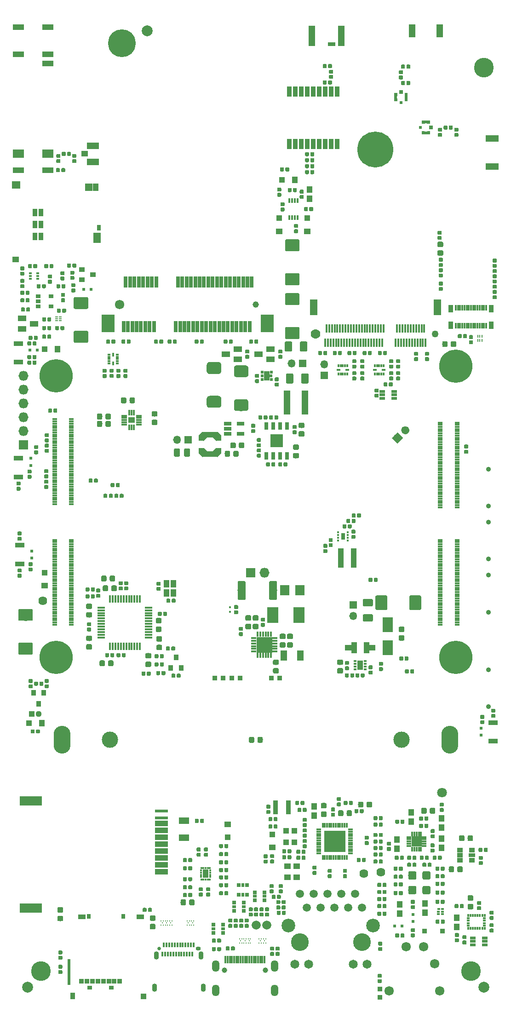
<source format=gbr>
G04 #@! TF.GenerationSoftware,KiCad,Pcbnew,5.0.0*
G04 #@! TF.CreationDate,2018-08-14T20:21:36-04:00*
G04 #@! TF.ProjectId,dvk-mx8m-bsb,64766B2D6D78386D2D6273622E6B6963,v0.1.0*
G04 #@! TF.SameCoordinates,Original*
G04 #@! TF.FileFunction,Soldermask,Top*
G04 #@! TF.FilePolarity,Negative*
%FSLAX46Y46*%
G04 Gerber Fmt 4.6, Leading zero omitted, Abs format (unit mm)*
G04 Created by KiCad (PCBNEW 5.0.0) date Tue Aug 14 20:21:36 2018*
%MOMM*%
%LPD*%
G01*
G04 APERTURE LIST*
%ADD10R,0.720000X2.120000*%
%ADD11R,2.420000X3.320000*%
%ADD12C,1.720000*%
%ADD13C,1.170000*%
%ADD14R,1.220000X1.120000*%
%ADD15R,1.520000X1.320000*%
%ADD16R,1.420000X1.870000*%
%ADD17R,0.770000X1.120000*%
%ADD18R,0.920000X1.320000*%
%ADD19R,1.020000X1.320000*%
%ADD20R,1.420000X1.320000*%
%ADD21C,0.100000*%
%ADD22C,0.710000*%
%ADD23R,0.820000X0.870000*%
%ADD24R,0.820000X0.770000*%
%ADD25R,0.865000X1.270000*%
%ADD26R,1.070000X1.020000*%
%ADD27R,0.540000X4.750000*%
%ADD28R,1.320000X0.970000*%
%ADD29R,0.770000X0.870000*%
%ADD30R,1.420000X0.970000*%
%ADD31C,0.995000*%
%ADD32C,1.800002*%
%ADD33C,3.000002*%
%ADD34O,3.120000X5.120000*%
%ADD35C,2.195000*%
%ADD36R,1.120000X1.220000*%
%ADD37R,1.020000X1.020000*%
%ADD38R,1.020000X1.220000*%
%ADD39R,1.120000X2.120000*%
%ADD40R,1.470000X1.470000*%
%ADD41O,1.470000X1.470000*%
%ADD42R,1.440000X0.680000*%
%ADD43C,1.030918*%
%ADD44C,0.984920*%
%ADD45R,0.975000X1.090000*%
%ADD46R,2.990000X1.070000*%
%ADD47C,0.400000*%
%ADD48R,1.000000X1.700000*%
%ADD49R,0.590000X0.400000*%
%ADD50R,1.870000X2.770000*%
%ADD51C,1.095000*%
%ADD52C,6.120000*%
%ADD53R,0.420000X1.620000*%
%ADD54C,1.270000*%
%ADD55C,1.770000*%
%ADD56R,1.320000X2.870000*%
%ADD57R,0.700000X1.300000*%
%ADD58R,0.450000X0.350000*%
%ADD59R,1.100000X3.520000*%
%ADD60C,1.470000*%
%ADD61C,1.470000*%
%ADD62C,1.370000*%
%ADD63C,0.420000*%
%ADD64R,0.570000X0.490000*%
%ADD65R,1.620000X0.490000*%
%ADD66R,1.020000X1.790000*%
%ADD67R,0.820000X1.320000*%
%ADD68R,0.350000X1.040000*%
%ADD69C,0.440000*%
%ADD70O,0.420000X0.520000*%
%ADD71R,0.420000X0.780000*%
%ADD72R,0.780000X0.420000*%
%ADD73O,0.520000X0.420000*%
%ADD74R,2.840000X2.840000*%
%ADD75R,1.520000X1.120000*%
%ADD76R,0.600000X0.520000*%
%ADD77R,0.520000X0.600000*%
%ADD78C,5.120000*%
%ADD79C,0.900002*%
%ADD80R,1.820000X0.920000*%
%ADD81R,2.000002X1.000002*%
%ADD82R,2.000002X1.500002*%
%ADD83R,1.350002X0.750002*%
%ADD84R,1.150002X3.800002*%
%ADD85O,1.820000X1.820000*%
%ADD86R,1.820000X1.820000*%
%ADD87C,1.670000*%
%ADD88R,1.300002X2.400002*%
%ADD89R,2.400002X1.300002*%
%ADD90R,0.820000X1.920000*%
%ADD91R,0.920000X1.920000*%
%ADD92C,0.060002*%
%ADD93C,0.080002*%
%ADD94C,0.040000*%
%ADD95R,0.790000X0.740000*%
%ADD96R,0.500002X0.500002*%
%ADD97R,0.500002X1.580002*%
%ADD98R,0.740000X0.790000*%
%ADD99R,1.580002X0.500002*%
%ADD100R,4.120000X1.820000*%
%ADD101R,2.420000X0.620000*%
%ADD102R,2.420000X1.120000*%
%ADD103C,1.520000*%
%ADD104C,2.520000*%
%ADD105C,1.650000*%
%ADD106C,3.260002*%
%ADD107R,0.350000X1.320000*%
%ADD108C,1.000002*%
%ADD109O,1.370000X2.120000*%
%ADD110O,0.920000X1.520000*%
%ADD111O,0.950002X0.650002*%
%ADD112C,0.650002*%
%ADD113R,0.420000X0.820000*%
%ADD114R,1.420000X0.370000*%
%ADD115R,0.370000X1.420000*%
%ADD116C,6.620000*%
%ADD117R,0.970000X2.620000*%
%ADD118R,1.120000X1.320000*%
%ADD119R,1.020000X1.120000*%
%ADD120C,0.410000*%
%ADD121R,4.010000X4.010000*%
%ADD122R,0.950000X0.330000*%
%ADD123R,0.330000X0.950000*%
%ADD124C,0.325000*%
%ADD125R,1.220000X1.020000*%
%ADD126R,0.920000X0.920000*%
%ADD127R,2.320000X1.170000*%
%ADD128R,1.170000X1.120000*%
%ADD129R,1.250000X1.250000*%
%ADD130R,0.800000X1.400000*%
%ADD131C,3.620000*%
%ADD132R,0.350000X0.460000*%
%ADD133R,1.720000X1.920000*%
%ADD134R,1.120000X1.120000*%
%ADD135C,1.120000*%
%ADD136R,2.025000X2.910000*%
%ADD137R,1.300000X4.520000*%
%ADD138R,0.700000X0.700000*%
%ADD139R,0.700000X0.500000*%
%ADD140R,0.500000X0.700000*%
%ADD141R,0.250000X0.600000*%
%ADD142R,1.000000X0.500000*%
%ADD143R,0.345000X0.775000*%
%ADD144R,0.625000X0.345000*%
%ADD145R,0.625000X0.445000*%
%ADD146R,0.570000X0.420000*%
%ADD147R,0.900000X0.650000*%
%ADD148R,0.600000X0.250000*%
%ADD149R,1.180000X0.770000*%
%ADD150R,1.120000X0.820000*%
%ADD151R,0.620000X0.400000*%
%ADD152R,0.775000X0.345000*%
%ADD153R,0.345000X0.625000*%
%ADD154R,0.445000X0.625000*%
%ADD155R,0.400000X0.900000*%
%ADD156R,0.440000X0.560000*%
%ADD157R,0.560000X0.440000*%
%ADD158R,0.550000X0.430000*%
%ADD159C,2.000000*%
%ADD160R,0.820000X0.320000*%
%ADD161R,0.970000X0.970000*%
%ADD162R,1.870000X1.220000*%
%ADD163R,1.220000X1.870000*%
%ADD164C,0.300000*%
%ADD165R,1.100000X1.500000*%
%ADD166R,0.300000X0.400000*%
%ADD167R,0.400000X0.300000*%
%ADD168R,0.890000X0.400000*%
%ADD169R,0.400000X0.890000*%
%ADD170R,1.930000X1.930000*%
%ADD171C,0.354000*%
%ADD172R,1.200000X1.100000*%
%ADD173R,0.340000X1.000000*%
%ADD174R,1.000000X0.340000*%
%ADD175R,0.920000X1.020000*%
%ADD176R,1.020000X0.920000*%
%ADD177C,1.620000*%
G04 APERTURE END LIST*
D10*
G04 #@! TO.C,J1502*
X104250000Y-106250000D03*
X103850000Y-114450000D03*
X103450000Y-106250000D03*
X103050000Y-114450000D03*
X102650000Y-106250000D03*
X102250000Y-114450000D03*
X101850000Y-106250000D03*
X101450000Y-114450000D03*
X101050000Y-106250000D03*
X100650000Y-114450000D03*
X100250000Y-106250000D03*
X99850000Y-114450000D03*
X99450000Y-106250000D03*
X99050000Y-114450000D03*
X98650000Y-106250000D03*
X98250000Y-114450000D03*
X97850000Y-106250000D03*
X97450000Y-114450000D03*
X97050000Y-106250000D03*
X96650000Y-114450000D03*
X96250000Y-106250000D03*
X95850000Y-114450000D03*
X95450000Y-106250000D03*
X95050000Y-114450000D03*
X94650000Y-106250000D03*
X94250000Y-114450000D03*
X93850000Y-106250000D03*
X93450000Y-114450000D03*
X93050000Y-106250000D03*
X92650000Y-114450000D03*
X92250000Y-106250000D03*
X91850000Y-114450000D03*
X91450000Y-106250000D03*
X91050000Y-114450000D03*
X90650000Y-106250000D03*
X90250000Y-114450000D03*
X86650000Y-106250000D03*
X86250000Y-114450000D03*
X85850000Y-106250000D03*
X85450000Y-114450000D03*
X85050000Y-106250000D03*
X84650000Y-114450000D03*
X84250000Y-106250000D03*
X83850000Y-114450000D03*
X83450000Y-106250000D03*
X83050000Y-114450000D03*
X82650000Y-106250000D03*
X82250000Y-114450000D03*
X81850000Y-106250000D03*
X81450000Y-114450000D03*
X81050000Y-106250000D03*
X80650000Y-114450000D03*
D11*
X107100000Y-113850000D03*
X77800000Y-113850000D03*
D12*
X79950000Y-110350000D03*
D13*
X104950000Y-110350000D03*
G04 #@! TD*
D14*
G04 #@! TO.C,J1503*
X60750000Y-102100000D03*
D15*
X60900000Y-88400000D03*
D16*
X75750000Y-98070000D03*
D17*
X76075000Y-96200000D03*
D18*
X65410000Y-93480000D03*
X65410000Y-95670000D03*
X65410000Y-97860000D03*
X64310000Y-93480000D03*
X64310000Y-95670000D03*
X64310000Y-97860000D03*
D19*
X75500000Y-88800000D03*
D20*
X74250000Y-88800000D03*
G04 #@! TD*
D21*
G04 #@! TO.C,R1714*
G36*
X124679898Y-203220855D02*
X124697129Y-203223411D01*
X124714026Y-203227643D01*
X124730426Y-203233511D01*
X124746173Y-203240959D01*
X124761114Y-203249914D01*
X124775105Y-203260291D01*
X124788011Y-203271989D01*
X124799709Y-203284895D01*
X124810086Y-203298886D01*
X124819041Y-203313827D01*
X124826489Y-203329574D01*
X124832357Y-203345974D01*
X124836589Y-203362871D01*
X124839145Y-203380102D01*
X124840000Y-203397500D01*
X124840000Y-203802500D01*
X124839145Y-203819898D01*
X124836589Y-203837129D01*
X124832357Y-203854026D01*
X124826489Y-203870426D01*
X124819041Y-203886173D01*
X124810086Y-203901114D01*
X124799709Y-203915105D01*
X124788011Y-203928011D01*
X124775105Y-203939709D01*
X124761114Y-203950086D01*
X124746173Y-203959041D01*
X124730426Y-203966489D01*
X124714026Y-203972357D01*
X124697129Y-203976589D01*
X124679898Y-203979145D01*
X124662500Y-203980000D01*
X124307500Y-203980000D01*
X124290102Y-203979145D01*
X124272871Y-203976589D01*
X124255974Y-203972357D01*
X124239574Y-203966489D01*
X124223827Y-203959041D01*
X124208886Y-203950086D01*
X124194895Y-203939709D01*
X124181989Y-203928011D01*
X124170291Y-203915105D01*
X124159914Y-203901114D01*
X124150959Y-203886173D01*
X124143511Y-203870426D01*
X124137643Y-203854026D01*
X124133411Y-203837129D01*
X124130855Y-203819898D01*
X124130000Y-203802500D01*
X124130000Y-203397500D01*
X124130855Y-203380102D01*
X124133411Y-203362871D01*
X124137643Y-203345974D01*
X124143511Y-203329574D01*
X124150959Y-203313827D01*
X124159914Y-203298886D01*
X124170291Y-203284895D01*
X124181989Y-203271989D01*
X124194895Y-203260291D01*
X124208886Y-203249914D01*
X124223827Y-203240959D01*
X124239574Y-203233511D01*
X124255974Y-203227643D01*
X124272871Y-203223411D01*
X124290102Y-203220855D01*
X124307500Y-203220000D01*
X124662500Y-203220000D01*
X124679898Y-203220855D01*
X124679898Y-203220855D01*
G37*
D22*
X124485000Y-203600000D03*
D21*
G36*
X123709898Y-203220855D02*
X123727129Y-203223411D01*
X123744026Y-203227643D01*
X123760426Y-203233511D01*
X123776173Y-203240959D01*
X123791114Y-203249914D01*
X123805105Y-203260291D01*
X123818011Y-203271989D01*
X123829709Y-203284895D01*
X123840086Y-203298886D01*
X123849041Y-203313827D01*
X123856489Y-203329574D01*
X123862357Y-203345974D01*
X123866589Y-203362871D01*
X123869145Y-203380102D01*
X123870000Y-203397500D01*
X123870000Y-203802500D01*
X123869145Y-203819898D01*
X123866589Y-203837129D01*
X123862357Y-203854026D01*
X123856489Y-203870426D01*
X123849041Y-203886173D01*
X123840086Y-203901114D01*
X123829709Y-203915105D01*
X123818011Y-203928011D01*
X123805105Y-203939709D01*
X123791114Y-203950086D01*
X123776173Y-203959041D01*
X123760426Y-203966489D01*
X123744026Y-203972357D01*
X123727129Y-203976589D01*
X123709898Y-203979145D01*
X123692500Y-203980000D01*
X123337500Y-203980000D01*
X123320102Y-203979145D01*
X123302871Y-203976589D01*
X123285974Y-203972357D01*
X123269574Y-203966489D01*
X123253827Y-203959041D01*
X123238886Y-203950086D01*
X123224895Y-203939709D01*
X123211989Y-203928011D01*
X123200291Y-203915105D01*
X123189914Y-203901114D01*
X123180959Y-203886173D01*
X123173511Y-203870426D01*
X123167643Y-203854026D01*
X123163411Y-203837129D01*
X123160855Y-203819898D01*
X123160000Y-203802500D01*
X123160000Y-203397500D01*
X123160855Y-203380102D01*
X123163411Y-203362871D01*
X123167643Y-203345974D01*
X123173511Y-203329574D01*
X123180959Y-203313827D01*
X123189914Y-203298886D01*
X123200291Y-203284895D01*
X123211989Y-203271989D01*
X123224895Y-203260291D01*
X123238886Y-203249914D01*
X123253827Y-203240959D01*
X123269574Y-203233511D01*
X123285974Y-203227643D01*
X123302871Y-203223411D01*
X123320102Y-203220855D01*
X123337500Y-203220000D01*
X123692500Y-203220000D01*
X123709898Y-203220855D01*
X123709898Y-203220855D01*
G37*
D22*
X123515000Y-203600000D03*
G04 #@! TD*
D21*
G04 #@! TO.C,R1719*
G36*
X120504898Y-201042448D02*
X120522129Y-201045004D01*
X120539026Y-201049236D01*
X120555426Y-201055104D01*
X120571173Y-201062552D01*
X120586114Y-201071507D01*
X120600105Y-201081884D01*
X120613011Y-201093582D01*
X120624709Y-201106488D01*
X120635086Y-201120479D01*
X120644041Y-201135420D01*
X120651489Y-201151167D01*
X120657357Y-201167567D01*
X120661589Y-201184464D01*
X120664145Y-201201695D01*
X120665000Y-201219093D01*
X120665000Y-201574093D01*
X120664145Y-201591491D01*
X120661589Y-201608722D01*
X120657357Y-201625619D01*
X120651489Y-201642019D01*
X120644041Y-201657766D01*
X120635086Y-201672707D01*
X120624709Y-201686698D01*
X120613011Y-201699604D01*
X120600105Y-201711302D01*
X120586114Y-201721679D01*
X120571173Y-201730634D01*
X120555426Y-201738082D01*
X120539026Y-201743950D01*
X120522129Y-201748182D01*
X120504898Y-201750738D01*
X120487500Y-201751593D01*
X120082500Y-201751593D01*
X120065102Y-201750738D01*
X120047871Y-201748182D01*
X120030974Y-201743950D01*
X120014574Y-201738082D01*
X119998827Y-201730634D01*
X119983886Y-201721679D01*
X119969895Y-201711302D01*
X119956989Y-201699604D01*
X119945291Y-201686698D01*
X119934914Y-201672707D01*
X119925959Y-201657766D01*
X119918511Y-201642019D01*
X119912643Y-201625619D01*
X119908411Y-201608722D01*
X119905855Y-201591491D01*
X119905000Y-201574093D01*
X119905000Y-201219093D01*
X119905855Y-201201695D01*
X119908411Y-201184464D01*
X119912643Y-201167567D01*
X119918511Y-201151167D01*
X119925959Y-201135420D01*
X119934914Y-201120479D01*
X119945291Y-201106488D01*
X119956989Y-201093582D01*
X119969895Y-201081884D01*
X119983886Y-201071507D01*
X119998827Y-201062552D01*
X120014574Y-201055104D01*
X120030974Y-201049236D01*
X120047871Y-201045004D01*
X120065102Y-201042448D01*
X120082500Y-201041593D01*
X120487500Y-201041593D01*
X120504898Y-201042448D01*
X120504898Y-201042448D01*
G37*
D22*
X120285000Y-201396593D03*
D21*
G36*
X120504898Y-202012448D02*
X120522129Y-202015004D01*
X120539026Y-202019236D01*
X120555426Y-202025104D01*
X120571173Y-202032552D01*
X120586114Y-202041507D01*
X120600105Y-202051884D01*
X120613011Y-202063582D01*
X120624709Y-202076488D01*
X120635086Y-202090479D01*
X120644041Y-202105420D01*
X120651489Y-202121167D01*
X120657357Y-202137567D01*
X120661589Y-202154464D01*
X120664145Y-202171695D01*
X120665000Y-202189093D01*
X120665000Y-202544093D01*
X120664145Y-202561491D01*
X120661589Y-202578722D01*
X120657357Y-202595619D01*
X120651489Y-202612019D01*
X120644041Y-202627766D01*
X120635086Y-202642707D01*
X120624709Y-202656698D01*
X120613011Y-202669604D01*
X120600105Y-202681302D01*
X120586114Y-202691679D01*
X120571173Y-202700634D01*
X120555426Y-202708082D01*
X120539026Y-202713950D01*
X120522129Y-202718182D01*
X120504898Y-202720738D01*
X120487500Y-202721593D01*
X120082500Y-202721593D01*
X120065102Y-202720738D01*
X120047871Y-202718182D01*
X120030974Y-202713950D01*
X120014574Y-202708082D01*
X119998827Y-202700634D01*
X119983886Y-202691679D01*
X119969895Y-202681302D01*
X119956989Y-202669604D01*
X119945291Y-202656698D01*
X119934914Y-202642707D01*
X119925959Y-202627766D01*
X119918511Y-202612019D01*
X119912643Y-202595619D01*
X119908411Y-202578722D01*
X119905855Y-202561491D01*
X119905000Y-202544093D01*
X119905000Y-202189093D01*
X119905855Y-202171695D01*
X119908411Y-202154464D01*
X119912643Y-202137567D01*
X119918511Y-202121167D01*
X119925959Y-202105420D01*
X119934914Y-202090479D01*
X119945291Y-202076488D01*
X119956989Y-202063582D01*
X119969895Y-202051884D01*
X119983886Y-202041507D01*
X119998827Y-202032552D01*
X120014574Y-202025104D01*
X120030974Y-202019236D01*
X120047871Y-202015004D01*
X120065102Y-202012448D01*
X120082500Y-202011593D01*
X120487500Y-202011593D01*
X120504898Y-202012448D01*
X120504898Y-202012448D01*
G37*
D22*
X120285000Y-202366593D03*
G04 #@! TD*
D23*
G04 #@! TO.C,J1001*
X79925000Y-234950000D03*
X78925000Y-234950000D03*
X77925000Y-234950000D03*
X76925000Y-234950000D03*
X75925000Y-234950000D03*
X74925000Y-234950000D03*
X73925000Y-234950000D03*
X72925000Y-234950000D03*
D24*
X78425000Y-236150000D03*
X74425000Y-236150000D03*
D25*
X71240000Y-237650000D03*
D26*
X84275000Y-237725000D03*
D27*
X70577500Y-233240000D03*
D28*
X72987500Y-223050000D03*
D29*
X74225000Y-223000000D03*
X80575000Y-223000000D03*
D30*
X83712500Y-223050000D03*
G04 #@! TD*
D21*
G04 #@! TO.C,C1002*
G36*
X69310632Y-222878698D02*
X69334779Y-222882280D01*
X69358458Y-222888211D01*
X69381443Y-222896435D01*
X69403510Y-222906872D01*
X69424448Y-222919422D01*
X69444055Y-222933964D01*
X69462143Y-222950357D01*
X69478536Y-222968445D01*
X69493078Y-222988052D01*
X69505628Y-223008990D01*
X69516065Y-223031057D01*
X69524289Y-223054042D01*
X69530220Y-223077721D01*
X69533802Y-223101868D01*
X69535000Y-223126250D01*
X69535000Y-223623750D01*
X69533802Y-223648132D01*
X69530220Y-223672279D01*
X69524289Y-223695958D01*
X69516065Y-223718943D01*
X69505628Y-223741010D01*
X69493078Y-223761948D01*
X69478536Y-223781555D01*
X69462143Y-223799643D01*
X69444055Y-223816036D01*
X69424448Y-223830578D01*
X69403510Y-223843128D01*
X69381443Y-223853565D01*
X69358458Y-223861789D01*
X69334779Y-223867720D01*
X69310632Y-223871302D01*
X69286250Y-223872500D01*
X68713750Y-223872500D01*
X68689368Y-223871302D01*
X68665221Y-223867720D01*
X68641542Y-223861789D01*
X68618557Y-223853565D01*
X68596490Y-223843128D01*
X68575552Y-223830578D01*
X68555945Y-223816036D01*
X68537857Y-223799643D01*
X68521464Y-223781555D01*
X68506922Y-223761948D01*
X68494372Y-223741010D01*
X68483935Y-223718943D01*
X68475711Y-223695958D01*
X68469780Y-223672279D01*
X68466198Y-223648132D01*
X68465000Y-223623750D01*
X68465000Y-223126250D01*
X68466198Y-223101868D01*
X68469780Y-223077721D01*
X68475711Y-223054042D01*
X68483935Y-223031057D01*
X68494372Y-223008990D01*
X68506922Y-222988052D01*
X68521464Y-222968445D01*
X68537857Y-222950357D01*
X68555945Y-222933964D01*
X68575552Y-222919422D01*
X68596490Y-222906872D01*
X68618557Y-222896435D01*
X68641542Y-222888211D01*
X68665221Y-222882280D01*
X68689368Y-222878698D01*
X68713750Y-222877500D01*
X69286250Y-222877500D01*
X69310632Y-222878698D01*
X69310632Y-222878698D01*
G37*
D31*
X69000000Y-223375000D03*
D21*
G36*
X69310632Y-221303698D02*
X69334779Y-221307280D01*
X69358458Y-221313211D01*
X69381443Y-221321435D01*
X69403510Y-221331872D01*
X69424448Y-221344422D01*
X69444055Y-221358964D01*
X69462143Y-221375357D01*
X69478536Y-221393445D01*
X69493078Y-221413052D01*
X69505628Y-221433990D01*
X69516065Y-221456057D01*
X69524289Y-221479042D01*
X69530220Y-221502721D01*
X69533802Y-221526868D01*
X69535000Y-221551250D01*
X69535000Y-222048750D01*
X69533802Y-222073132D01*
X69530220Y-222097279D01*
X69524289Y-222120958D01*
X69516065Y-222143943D01*
X69505628Y-222166010D01*
X69493078Y-222186948D01*
X69478536Y-222206555D01*
X69462143Y-222224643D01*
X69444055Y-222241036D01*
X69424448Y-222255578D01*
X69403510Y-222268128D01*
X69381443Y-222278565D01*
X69358458Y-222286789D01*
X69334779Y-222292720D01*
X69310632Y-222296302D01*
X69286250Y-222297500D01*
X68713750Y-222297500D01*
X68689368Y-222296302D01*
X68665221Y-222292720D01*
X68641542Y-222286789D01*
X68618557Y-222278565D01*
X68596490Y-222268128D01*
X68575552Y-222255578D01*
X68555945Y-222241036D01*
X68537857Y-222224643D01*
X68521464Y-222206555D01*
X68506922Y-222186948D01*
X68494372Y-222166010D01*
X68483935Y-222143943D01*
X68475711Y-222120958D01*
X68469780Y-222097279D01*
X68466198Y-222073132D01*
X68465000Y-222048750D01*
X68465000Y-221551250D01*
X68466198Y-221526868D01*
X68469780Y-221502721D01*
X68475711Y-221479042D01*
X68483935Y-221456057D01*
X68494372Y-221433990D01*
X68506922Y-221413052D01*
X68521464Y-221393445D01*
X68537857Y-221375357D01*
X68555945Y-221358964D01*
X68575552Y-221344422D01*
X68596490Y-221331872D01*
X68618557Y-221321435D01*
X68641542Y-221313211D01*
X68665221Y-221307280D01*
X68689368Y-221303698D01*
X68713750Y-221302500D01*
X69286250Y-221302500D01*
X69310632Y-221303698D01*
X69310632Y-221303698D01*
G37*
D31*
X69000000Y-221800000D03*
G04 #@! TD*
D32*
G04 #@! TO.C,BT301*
X139250000Y-200200000D03*
D33*
X78150000Y-190500000D03*
X131850000Y-190500000D03*
D34*
X140700000Y-190500000D03*
X69300000Y-190500000D03*
G04 #@! TD*
D21*
G04 #@! TO.C,C1822*
G36*
X63696464Y-166391273D02*
X63722136Y-166395081D01*
X63747311Y-166401387D01*
X63771746Y-166410131D01*
X63795207Y-166421227D01*
X63817467Y-166434569D01*
X63838313Y-166450029D01*
X63857542Y-166467458D01*
X63874971Y-166486687D01*
X63890431Y-166507533D01*
X63903773Y-166529793D01*
X63914869Y-166553254D01*
X63923613Y-166577689D01*
X63929919Y-166602864D01*
X63933727Y-166628536D01*
X63935000Y-166654457D01*
X63935000Y-168320543D01*
X63933727Y-168346464D01*
X63929919Y-168372136D01*
X63923613Y-168397311D01*
X63914869Y-168421746D01*
X63903773Y-168445207D01*
X63890431Y-168467467D01*
X63874971Y-168488313D01*
X63857542Y-168507542D01*
X63838313Y-168524971D01*
X63817467Y-168540431D01*
X63795207Y-168553773D01*
X63771746Y-168564869D01*
X63747311Y-168573613D01*
X63722136Y-168579919D01*
X63696464Y-168583727D01*
X63670543Y-168585000D01*
X61529457Y-168585000D01*
X61503536Y-168583727D01*
X61477864Y-168579919D01*
X61452689Y-168573613D01*
X61428254Y-168564869D01*
X61404793Y-168553773D01*
X61382533Y-168540431D01*
X61361687Y-168524971D01*
X61342458Y-168507542D01*
X61325029Y-168488313D01*
X61309569Y-168467467D01*
X61296227Y-168445207D01*
X61285131Y-168421746D01*
X61276387Y-168397311D01*
X61270081Y-168372136D01*
X61266273Y-168346464D01*
X61265000Y-168320543D01*
X61265000Y-166654457D01*
X61266273Y-166628536D01*
X61270081Y-166602864D01*
X61276387Y-166577689D01*
X61285131Y-166553254D01*
X61296227Y-166529793D01*
X61309569Y-166507533D01*
X61325029Y-166486687D01*
X61342458Y-166467458D01*
X61361687Y-166450029D01*
X61382533Y-166434569D01*
X61404793Y-166421227D01*
X61428254Y-166410131D01*
X61452689Y-166401387D01*
X61477864Y-166395081D01*
X61503536Y-166391273D01*
X61529457Y-166390000D01*
X63670543Y-166390000D01*
X63696464Y-166391273D01*
X63696464Y-166391273D01*
G37*
D35*
X62600000Y-167487500D03*
D21*
G36*
X63696464Y-172616273D02*
X63722136Y-172620081D01*
X63747311Y-172626387D01*
X63771746Y-172635131D01*
X63795207Y-172646227D01*
X63817467Y-172659569D01*
X63838313Y-172675029D01*
X63857542Y-172692458D01*
X63874971Y-172711687D01*
X63890431Y-172732533D01*
X63903773Y-172754793D01*
X63914869Y-172778254D01*
X63923613Y-172802689D01*
X63929919Y-172827864D01*
X63933727Y-172853536D01*
X63935000Y-172879457D01*
X63935000Y-174545543D01*
X63933727Y-174571464D01*
X63929919Y-174597136D01*
X63923613Y-174622311D01*
X63914869Y-174646746D01*
X63903773Y-174670207D01*
X63890431Y-174692467D01*
X63874971Y-174713313D01*
X63857542Y-174732542D01*
X63838313Y-174749971D01*
X63817467Y-174765431D01*
X63795207Y-174778773D01*
X63771746Y-174789869D01*
X63747311Y-174798613D01*
X63722136Y-174804919D01*
X63696464Y-174808727D01*
X63670543Y-174810000D01*
X61529457Y-174810000D01*
X61503536Y-174808727D01*
X61477864Y-174804919D01*
X61452689Y-174798613D01*
X61428254Y-174789869D01*
X61404793Y-174778773D01*
X61382533Y-174765431D01*
X61361687Y-174749971D01*
X61342458Y-174732542D01*
X61325029Y-174713313D01*
X61309569Y-174692467D01*
X61296227Y-174670207D01*
X61285131Y-174646746D01*
X61276387Y-174622311D01*
X61270081Y-174597136D01*
X61266273Y-174571464D01*
X61265000Y-174545543D01*
X61265000Y-172879457D01*
X61266273Y-172853536D01*
X61270081Y-172827864D01*
X61276387Y-172802689D01*
X61285131Y-172778254D01*
X61296227Y-172754793D01*
X61309569Y-172732533D01*
X61325029Y-172711687D01*
X61342458Y-172692458D01*
X61361687Y-172675029D01*
X61382533Y-172659569D01*
X61404793Y-172646227D01*
X61428254Y-172635131D01*
X61452689Y-172626387D01*
X61477864Y-172620081D01*
X61503536Y-172616273D01*
X61529457Y-172615000D01*
X63670543Y-172615000D01*
X63696464Y-172616273D01*
X63696464Y-172616273D01*
G37*
D35*
X62600000Y-173712500D03*
G04 #@! TD*
D36*
G04 #@! TO.C,FB1601*
X133600000Y-203850000D03*
X133600000Y-205550000D03*
G04 #@! TD*
D21*
G04 #@! TO.C,C201*
G36*
X82510632Y-127481198D02*
X82534779Y-127484780D01*
X82558458Y-127490711D01*
X82581443Y-127498935D01*
X82603510Y-127509372D01*
X82624448Y-127521922D01*
X82644055Y-127536464D01*
X82662143Y-127552857D01*
X82678536Y-127570945D01*
X82693078Y-127590552D01*
X82705628Y-127611490D01*
X82716065Y-127633557D01*
X82724289Y-127656542D01*
X82730220Y-127680221D01*
X82733802Y-127704368D01*
X82735000Y-127728750D01*
X82735000Y-128301250D01*
X82733802Y-128325632D01*
X82730220Y-128349779D01*
X82724289Y-128373458D01*
X82716065Y-128396443D01*
X82705628Y-128418510D01*
X82693078Y-128439448D01*
X82678536Y-128459055D01*
X82662143Y-128477143D01*
X82644055Y-128493536D01*
X82624448Y-128508078D01*
X82603510Y-128520628D01*
X82581443Y-128531065D01*
X82558458Y-128539289D01*
X82534779Y-128545220D01*
X82510632Y-128548802D01*
X82486250Y-128550000D01*
X81988750Y-128550000D01*
X81964368Y-128548802D01*
X81940221Y-128545220D01*
X81916542Y-128539289D01*
X81893557Y-128531065D01*
X81871490Y-128520628D01*
X81850552Y-128508078D01*
X81830945Y-128493536D01*
X81812857Y-128477143D01*
X81796464Y-128459055D01*
X81781922Y-128439448D01*
X81769372Y-128418510D01*
X81758935Y-128396443D01*
X81750711Y-128373458D01*
X81744780Y-128349779D01*
X81741198Y-128325632D01*
X81740000Y-128301250D01*
X81740000Y-127728750D01*
X81741198Y-127704368D01*
X81744780Y-127680221D01*
X81750711Y-127656542D01*
X81758935Y-127633557D01*
X81769372Y-127611490D01*
X81781922Y-127590552D01*
X81796464Y-127570945D01*
X81812857Y-127552857D01*
X81830945Y-127536464D01*
X81850552Y-127521922D01*
X81871490Y-127509372D01*
X81893557Y-127498935D01*
X81916542Y-127490711D01*
X81940221Y-127484780D01*
X81964368Y-127481198D01*
X81988750Y-127480000D01*
X82486250Y-127480000D01*
X82510632Y-127481198D01*
X82510632Y-127481198D01*
G37*
D31*
X82237500Y-128015000D03*
D21*
G36*
X80935632Y-127481198D02*
X80959779Y-127484780D01*
X80983458Y-127490711D01*
X81006443Y-127498935D01*
X81028510Y-127509372D01*
X81049448Y-127521922D01*
X81069055Y-127536464D01*
X81087143Y-127552857D01*
X81103536Y-127570945D01*
X81118078Y-127590552D01*
X81130628Y-127611490D01*
X81141065Y-127633557D01*
X81149289Y-127656542D01*
X81155220Y-127680221D01*
X81158802Y-127704368D01*
X81160000Y-127728750D01*
X81160000Y-128301250D01*
X81158802Y-128325632D01*
X81155220Y-128349779D01*
X81149289Y-128373458D01*
X81141065Y-128396443D01*
X81130628Y-128418510D01*
X81118078Y-128439448D01*
X81103536Y-128459055D01*
X81087143Y-128477143D01*
X81069055Y-128493536D01*
X81049448Y-128508078D01*
X81028510Y-128520628D01*
X81006443Y-128531065D01*
X80983458Y-128539289D01*
X80959779Y-128545220D01*
X80935632Y-128548802D01*
X80911250Y-128550000D01*
X80413750Y-128550000D01*
X80389368Y-128548802D01*
X80365221Y-128545220D01*
X80341542Y-128539289D01*
X80318557Y-128531065D01*
X80296490Y-128520628D01*
X80275552Y-128508078D01*
X80255945Y-128493536D01*
X80237857Y-128477143D01*
X80221464Y-128459055D01*
X80206922Y-128439448D01*
X80194372Y-128418510D01*
X80183935Y-128396443D01*
X80175711Y-128373458D01*
X80169780Y-128349779D01*
X80166198Y-128325632D01*
X80165000Y-128301250D01*
X80165000Y-127728750D01*
X80166198Y-127704368D01*
X80169780Y-127680221D01*
X80175711Y-127656542D01*
X80183935Y-127633557D01*
X80194372Y-127611490D01*
X80206922Y-127590552D01*
X80221464Y-127570945D01*
X80237857Y-127552857D01*
X80255945Y-127536464D01*
X80275552Y-127521922D01*
X80296490Y-127509372D01*
X80318557Y-127498935D01*
X80341542Y-127490711D01*
X80365221Y-127484780D01*
X80389368Y-127481198D01*
X80413750Y-127480000D01*
X80911250Y-127480000D01*
X80935632Y-127481198D01*
X80935632Y-127481198D01*
G37*
D31*
X80662500Y-128015000D03*
G04 #@! TD*
D37*
G04 #@! TO.C,D1502*
X66100000Y-118600000D03*
D38*
X68500000Y-118600000D03*
G04 #@! TD*
D21*
G04 #@! TO.C,C414*
G36*
X139419898Y-202075855D02*
X139437129Y-202078411D01*
X139454026Y-202082643D01*
X139470426Y-202088511D01*
X139486173Y-202095959D01*
X139501114Y-202104914D01*
X139515105Y-202115291D01*
X139528011Y-202126989D01*
X139539709Y-202139895D01*
X139550086Y-202153886D01*
X139559041Y-202168827D01*
X139566489Y-202184574D01*
X139572357Y-202200974D01*
X139576589Y-202217871D01*
X139579145Y-202235102D01*
X139580000Y-202252500D01*
X139580000Y-202607500D01*
X139579145Y-202624898D01*
X139576589Y-202642129D01*
X139572357Y-202659026D01*
X139566489Y-202675426D01*
X139559041Y-202691173D01*
X139550086Y-202706114D01*
X139539709Y-202720105D01*
X139528011Y-202733011D01*
X139515105Y-202744709D01*
X139501114Y-202755086D01*
X139486173Y-202764041D01*
X139470426Y-202771489D01*
X139454026Y-202777357D01*
X139437129Y-202781589D01*
X139419898Y-202784145D01*
X139402500Y-202785000D01*
X138997500Y-202785000D01*
X138980102Y-202784145D01*
X138962871Y-202781589D01*
X138945974Y-202777357D01*
X138929574Y-202771489D01*
X138913827Y-202764041D01*
X138898886Y-202755086D01*
X138884895Y-202744709D01*
X138871989Y-202733011D01*
X138860291Y-202720105D01*
X138849914Y-202706114D01*
X138840959Y-202691173D01*
X138833511Y-202675426D01*
X138827643Y-202659026D01*
X138823411Y-202642129D01*
X138820855Y-202624898D01*
X138820000Y-202607500D01*
X138820000Y-202252500D01*
X138820855Y-202235102D01*
X138823411Y-202217871D01*
X138827643Y-202200974D01*
X138833511Y-202184574D01*
X138840959Y-202168827D01*
X138849914Y-202153886D01*
X138860291Y-202139895D01*
X138871989Y-202126989D01*
X138884895Y-202115291D01*
X138898886Y-202104914D01*
X138913827Y-202095959D01*
X138929574Y-202088511D01*
X138945974Y-202082643D01*
X138962871Y-202078411D01*
X138980102Y-202075855D01*
X138997500Y-202075000D01*
X139402500Y-202075000D01*
X139419898Y-202075855D01*
X139419898Y-202075855D01*
G37*
D22*
X139200000Y-202430000D03*
D21*
G36*
X139419898Y-203045855D02*
X139437129Y-203048411D01*
X139454026Y-203052643D01*
X139470426Y-203058511D01*
X139486173Y-203065959D01*
X139501114Y-203074914D01*
X139515105Y-203085291D01*
X139528011Y-203096989D01*
X139539709Y-203109895D01*
X139550086Y-203123886D01*
X139559041Y-203138827D01*
X139566489Y-203154574D01*
X139572357Y-203170974D01*
X139576589Y-203187871D01*
X139579145Y-203205102D01*
X139580000Y-203222500D01*
X139580000Y-203577500D01*
X139579145Y-203594898D01*
X139576589Y-203612129D01*
X139572357Y-203629026D01*
X139566489Y-203645426D01*
X139559041Y-203661173D01*
X139550086Y-203676114D01*
X139539709Y-203690105D01*
X139528011Y-203703011D01*
X139515105Y-203714709D01*
X139501114Y-203725086D01*
X139486173Y-203734041D01*
X139470426Y-203741489D01*
X139454026Y-203747357D01*
X139437129Y-203751589D01*
X139419898Y-203754145D01*
X139402500Y-203755000D01*
X138997500Y-203755000D01*
X138980102Y-203754145D01*
X138962871Y-203751589D01*
X138945974Y-203747357D01*
X138929574Y-203741489D01*
X138913827Y-203734041D01*
X138898886Y-203725086D01*
X138884895Y-203714709D01*
X138871989Y-203703011D01*
X138860291Y-203690105D01*
X138849914Y-203676114D01*
X138840959Y-203661173D01*
X138833511Y-203645426D01*
X138827643Y-203629026D01*
X138823411Y-203612129D01*
X138820855Y-203594898D01*
X138820000Y-203577500D01*
X138820000Y-203222500D01*
X138820855Y-203205102D01*
X138823411Y-203187871D01*
X138827643Y-203170974D01*
X138833511Y-203154574D01*
X138840959Y-203138827D01*
X138849914Y-203123886D01*
X138860291Y-203109895D01*
X138871989Y-203096989D01*
X138884895Y-203085291D01*
X138898886Y-203074914D01*
X138913827Y-203065959D01*
X138929574Y-203058511D01*
X138945974Y-203052643D01*
X138962871Y-203048411D01*
X138980102Y-203045855D01*
X138997500Y-203045000D01*
X139402500Y-203045000D01*
X139419898Y-203045855D01*
X139419898Y-203045855D01*
G37*
D22*
X139200000Y-203400000D03*
G04 #@! TD*
D21*
G04 #@! TO.C,C410*
G36*
X142219898Y-227030855D02*
X142237129Y-227033411D01*
X142254026Y-227037643D01*
X142270426Y-227043511D01*
X142286173Y-227050959D01*
X142301114Y-227059914D01*
X142315105Y-227070291D01*
X142328011Y-227081989D01*
X142339709Y-227094895D01*
X142350086Y-227108886D01*
X142359041Y-227123827D01*
X142366489Y-227139574D01*
X142372357Y-227155974D01*
X142376589Y-227172871D01*
X142379145Y-227190102D01*
X142380000Y-227207500D01*
X142380000Y-227562500D01*
X142379145Y-227579898D01*
X142376589Y-227597129D01*
X142372357Y-227614026D01*
X142366489Y-227630426D01*
X142359041Y-227646173D01*
X142350086Y-227661114D01*
X142339709Y-227675105D01*
X142328011Y-227688011D01*
X142315105Y-227699709D01*
X142301114Y-227710086D01*
X142286173Y-227719041D01*
X142270426Y-227726489D01*
X142254026Y-227732357D01*
X142237129Y-227736589D01*
X142219898Y-227739145D01*
X142202500Y-227740000D01*
X141797500Y-227740000D01*
X141780102Y-227739145D01*
X141762871Y-227736589D01*
X141745974Y-227732357D01*
X141729574Y-227726489D01*
X141713827Y-227719041D01*
X141698886Y-227710086D01*
X141684895Y-227699709D01*
X141671989Y-227688011D01*
X141660291Y-227675105D01*
X141649914Y-227661114D01*
X141640959Y-227646173D01*
X141633511Y-227630426D01*
X141627643Y-227614026D01*
X141623411Y-227597129D01*
X141620855Y-227579898D01*
X141620000Y-227562500D01*
X141620000Y-227207500D01*
X141620855Y-227190102D01*
X141623411Y-227172871D01*
X141627643Y-227155974D01*
X141633511Y-227139574D01*
X141640959Y-227123827D01*
X141649914Y-227108886D01*
X141660291Y-227094895D01*
X141671989Y-227081989D01*
X141684895Y-227070291D01*
X141698886Y-227059914D01*
X141713827Y-227050959D01*
X141729574Y-227043511D01*
X141745974Y-227037643D01*
X141762871Y-227033411D01*
X141780102Y-227030855D01*
X141797500Y-227030000D01*
X142202500Y-227030000D01*
X142219898Y-227030855D01*
X142219898Y-227030855D01*
G37*
D22*
X142000000Y-227385000D03*
D21*
G36*
X142219898Y-226060855D02*
X142237129Y-226063411D01*
X142254026Y-226067643D01*
X142270426Y-226073511D01*
X142286173Y-226080959D01*
X142301114Y-226089914D01*
X142315105Y-226100291D01*
X142328011Y-226111989D01*
X142339709Y-226124895D01*
X142350086Y-226138886D01*
X142359041Y-226153827D01*
X142366489Y-226169574D01*
X142372357Y-226185974D01*
X142376589Y-226202871D01*
X142379145Y-226220102D01*
X142380000Y-226237500D01*
X142380000Y-226592500D01*
X142379145Y-226609898D01*
X142376589Y-226627129D01*
X142372357Y-226644026D01*
X142366489Y-226660426D01*
X142359041Y-226676173D01*
X142350086Y-226691114D01*
X142339709Y-226705105D01*
X142328011Y-226718011D01*
X142315105Y-226729709D01*
X142301114Y-226740086D01*
X142286173Y-226749041D01*
X142270426Y-226756489D01*
X142254026Y-226762357D01*
X142237129Y-226766589D01*
X142219898Y-226769145D01*
X142202500Y-226770000D01*
X141797500Y-226770000D01*
X141780102Y-226769145D01*
X141762871Y-226766589D01*
X141745974Y-226762357D01*
X141729574Y-226756489D01*
X141713827Y-226749041D01*
X141698886Y-226740086D01*
X141684895Y-226729709D01*
X141671989Y-226718011D01*
X141660291Y-226705105D01*
X141649914Y-226691114D01*
X141640959Y-226676173D01*
X141633511Y-226660426D01*
X141627643Y-226644026D01*
X141623411Y-226627129D01*
X141620855Y-226609898D01*
X141620000Y-226592500D01*
X141620000Y-226237500D01*
X141620855Y-226220102D01*
X141623411Y-226202871D01*
X141627643Y-226185974D01*
X141633511Y-226169574D01*
X141640959Y-226153827D01*
X141649914Y-226138886D01*
X141660291Y-226124895D01*
X141671989Y-226111989D01*
X141684895Y-226100291D01*
X141698886Y-226089914D01*
X141713827Y-226080959D01*
X141729574Y-226073511D01*
X141745974Y-226067643D01*
X141762871Y-226063411D01*
X141780102Y-226060855D01*
X141797500Y-226060000D01*
X142202500Y-226060000D01*
X142219898Y-226060855D01*
X142219898Y-226060855D01*
G37*
D22*
X142000000Y-226415000D03*
G04 #@! TD*
D21*
G04 #@! TO.C,C406*
G36*
X129719898Y-209260855D02*
X129737129Y-209263411D01*
X129754026Y-209267643D01*
X129770426Y-209273511D01*
X129786173Y-209280959D01*
X129801114Y-209289914D01*
X129815105Y-209300291D01*
X129828011Y-209311989D01*
X129839709Y-209324895D01*
X129850086Y-209338886D01*
X129859041Y-209353827D01*
X129866489Y-209369574D01*
X129872357Y-209385974D01*
X129876589Y-209402871D01*
X129879145Y-209420102D01*
X129880000Y-209437500D01*
X129880000Y-209792500D01*
X129879145Y-209809898D01*
X129876589Y-209827129D01*
X129872357Y-209844026D01*
X129866489Y-209860426D01*
X129859041Y-209876173D01*
X129850086Y-209891114D01*
X129839709Y-209905105D01*
X129828011Y-209918011D01*
X129815105Y-209929709D01*
X129801114Y-209940086D01*
X129786173Y-209949041D01*
X129770426Y-209956489D01*
X129754026Y-209962357D01*
X129737129Y-209966589D01*
X129719898Y-209969145D01*
X129702500Y-209970000D01*
X129297500Y-209970000D01*
X129280102Y-209969145D01*
X129262871Y-209966589D01*
X129245974Y-209962357D01*
X129229574Y-209956489D01*
X129213827Y-209949041D01*
X129198886Y-209940086D01*
X129184895Y-209929709D01*
X129171989Y-209918011D01*
X129160291Y-209905105D01*
X129149914Y-209891114D01*
X129140959Y-209876173D01*
X129133511Y-209860426D01*
X129127643Y-209844026D01*
X129123411Y-209827129D01*
X129120855Y-209809898D01*
X129120000Y-209792500D01*
X129120000Y-209437500D01*
X129120855Y-209420102D01*
X129123411Y-209402871D01*
X129127643Y-209385974D01*
X129133511Y-209369574D01*
X129140959Y-209353827D01*
X129149914Y-209338886D01*
X129160291Y-209324895D01*
X129171989Y-209311989D01*
X129184895Y-209300291D01*
X129198886Y-209289914D01*
X129213827Y-209280959D01*
X129229574Y-209273511D01*
X129245974Y-209267643D01*
X129262871Y-209263411D01*
X129280102Y-209260855D01*
X129297500Y-209260000D01*
X129702500Y-209260000D01*
X129719898Y-209260855D01*
X129719898Y-209260855D01*
G37*
D22*
X129500000Y-209615000D03*
D21*
G36*
X129719898Y-210230855D02*
X129737129Y-210233411D01*
X129754026Y-210237643D01*
X129770426Y-210243511D01*
X129786173Y-210250959D01*
X129801114Y-210259914D01*
X129815105Y-210270291D01*
X129828011Y-210281989D01*
X129839709Y-210294895D01*
X129850086Y-210308886D01*
X129859041Y-210323827D01*
X129866489Y-210339574D01*
X129872357Y-210355974D01*
X129876589Y-210372871D01*
X129879145Y-210390102D01*
X129880000Y-210407500D01*
X129880000Y-210762500D01*
X129879145Y-210779898D01*
X129876589Y-210797129D01*
X129872357Y-210814026D01*
X129866489Y-210830426D01*
X129859041Y-210846173D01*
X129850086Y-210861114D01*
X129839709Y-210875105D01*
X129828011Y-210888011D01*
X129815105Y-210899709D01*
X129801114Y-210910086D01*
X129786173Y-210919041D01*
X129770426Y-210926489D01*
X129754026Y-210932357D01*
X129737129Y-210936589D01*
X129719898Y-210939145D01*
X129702500Y-210940000D01*
X129297500Y-210940000D01*
X129280102Y-210939145D01*
X129262871Y-210936589D01*
X129245974Y-210932357D01*
X129229574Y-210926489D01*
X129213827Y-210919041D01*
X129198886Y-210910086D01*
X129184895Y-210899709D01*
X129171989Y-210888011D01*
X129160291Y-210875105D01*
X129149914Y-210861114D01*
X129140959Y-210846173D01*
X129133511Y-210830426D01*
X129127643Y-210814026D01*
X129123411Y-210797129D01*
X129120855Y-210779898D01*
X129120000Y-210762500D01*
X129120000Y-210407500D01*
X129120855Y-210390102D01*
X129123411Y-210372871D01*
X129127643Y-210355974D01*
X129133511Y-210339574D01*
X129140959Y-210323827D01*
X129149914Y-210308886D01*
X129160291Y-210294895D01*
X129171989Y-210281989D01*
X129184895Y-210270291D01*
X129198886Y-210259914D01*
X129213827Y-210250959D01*
X129229574Y-210243511D01*
X129245974Y-210237643D01*
X129262871Y-210233411D01*
X129280102Y-210230855D01*
X129297500Y-210230000D01*
X129702500Y-210230000D01*
X129719898Y-210230855D01*
X129719898Y-210230855D01*
G37*
D22*
X129500000Y-210585000D03*
G04 #@! TD*
D21*
G04 #@! TO.C,C418*
G36*
X113659898Y-89254455D02*
X113677129Y-89257011D01*
X113694026Y-89261243D01*
X113710426Y-89267111D01*
X113726173Y-89274559D01*
X113741114Y-89283514D01*
X113755105Y-89293891D01*
X113768011Y-89305589D01*
X113779709Y-89318495D01*
X113790086Y-89332486D01*
X113799041Y-89347427D01*
X113806489Y-89363174D01*
X113812357Y-89379574D01*
X113816589Y-89396471D01*
X113819145Y-89413702D01*
X113820000Y-89431100D01*
X113820000Y-89786100D01*
X113819145Y-89803498D01*
X113816589Y-89820729D01*
X113812357Y-89837626D01*
X113806489Y-89854026D01*
X113799041Y-89869773D01*
X113790086Y-89884714D01*
X113779709Y-89898705D01*
X113768011Y-89911611D01*
X113755105Y-89923309D01*
X113741114Y-89933686D01*
X113726173Y-89942641D01*
X113710426Y-89950089D01*
X113694026Y-89955957D01*
X113677129Y-89960189D01*
X113659898Y-89962745D01*
X113642500Y-89963600D01*
X113237500Y-89963600D01*
X113220102Y-89962745D01*
X113202871Y-89960189D01*
X113185974Y-89955957D01*
X113169574Y-89950089D01*
X113153827Y-89942641D01*
X113138886Y-89933686D01*
X113124895Y-89923309D01*
X113111989Y-89911611D01*
X113100291Y-89898705D01*
X113089914Y-89884714D01*
X113080959Y-89869773D01*
X113073511Y-89854026D01*
X113067643Y-89837626D01*
X113063411Y-89820729D01*
X113060855Y-89803498D01*
X113060000Y-89786100D01*
X113060000Y-89431100D01*
X113060855Y-89413702D01*
X113063411Y-89396471D01*
X113067643Y-89379574D01*
X113073511Y-89363174D01*
X113080959Y-89347427D01*
X113089914Y-89332486D01*
X113100291Y-89318495D01*
X113111989Y-89305589D01*
X113124895Y-89293891D01*
X113138886Y-89283514D01*
X113153827Y-89274559D01*
X113169574Y-89267111D01*
X113185974Y-89261243D01*
X113202871Y-89257011D01*
X113220102Y-89254455D01*
X113237500Y-89253600D01*
X113642500Y-89253600D01*
X113659898Y-89254455D01*
X113659898Y-89254455D01*
G37*
D22*
X113440000Y-89608600D03*
D21*
G36*
X113659898Y-90224455D02*
X113677129Y-90227011D01*
X113694026Y-90231243D01*
X113710426Y-90237111D01*
X113726173Y-90244559D01*
X113741114Y-90253514D01*
X113755105Y-90263891D01*
X113768011Y-90275589D01*
X113779709Y-90288495D01*
X113790086Y-90302486D01*
X113799041Y-90317427D01*
X113806489Y-90333174D01*
X113812357Y-90349574D01*
X113816589Y-90366471D01*
X113819145Y-90383702D01*
X113820000Y-90401100D01*
X113820000Y-90756100D01*
X113819145Y-90773498D01*
X113816589Y-90790729D01*
X113812357Y-90807626D01*
X113806489Y-90824026D01*
X113799041Y-90839773D01*
X113790086Y-90854714D01*
X113779709Y-90868705D01*
X113768011Y-90881611D01*
X113755105Y-90893309D01*
X113741114Y-90903686D01*
X113726173Y-90912641D01*
X113710426Y-90920089D01*
X113694026Y-90925957D01*
X113677129Y-90930189D01*
X113659898Y-90932745D01*
X113642500Y-90933600D01*
X113237500Y-90933600D01*
X113220102Y-90932745D01*
X113202871Y-90930189D01*
X113185974Y-90925957D01*
X113169574Y-90920089D01*
X113153827Y-90912641D01*
X113138886Y-90903686D01*
X113124895Y-90893309D01*
X113111989Y-90881611D01*
X113100291Y-90868705D01*
X113089914Y-90854714D01*
X113080959Y-90839773D01*
X113073511Y-90824026D01*
X113067643Y-90807626D01*
X113063411Y-90790729D01*
X113060855Y-90773498D01*
X113060000Y-90756100D01*
X113060000Y-90401100D01*
X113060855Y-90383702D01*
X113063411Y-90366471D01*
X113067643Y-90349574D01*
X113073511Y-90333174D01*
X113080959Y-90317427D01*
X113089914Y-90302486D01*
X113100291Y-90288495D01*
X113111989Y-90275589D01*
X113124895Y-90263891D01*
X113138886Y-90253514D01*
X113153827Y-90244559D01*
X113169574Y-90237111D01*
X113185974Y-90231243D01*
X113202871Y-90227011D01*
X113220102Y-90224455D01*
X113237500Y-90223600D01*
X113642500Y-90223600D01*
X113659898Y-90224455D01*
X113659898Y-90224455D01*
G37*
D22*
X113440000Y-90578600D03*
G04 #@! TD*
D21*
G04 #@! TO.C,C455*
G36*
X135191464Y-163926273D02*
X135217136Y-163930081D01*
X135242311Y-163936387D01*
X135266746Y-163945131D01*
X135290207Y-163956227D01*
X135312467Y-163969569D01*
X135333313Y-163985029D01*
X135352542Y-164002458D01*
X135369971Y-164021687D01*
X135385431Y-164042533D01*
X135398773Y-164064793D01*
X135409869Y-164088254D01*
X135418613Y-164112689D01*
X135424919Y-164137864D01*
X135428727Y-164163536D01*
X135430000Y-164189457D01*
X135430000Y-166330543D01*
X135428727Y-166356464D01*
X135424919Y-166382136D01*
X135418613Y-166407311D01*
X135409869Y-166431746D01*
X135398773Y-166455207D01*
X135385431Y-166477467D01*
X135369971Y-166498313D01*
X135352542Y-166517542D01*
X135333313Y-166534971D01*
X135312467Y-166550431D01*
X135290207Y-166563773D01*
X135266746Y-166574869D01*
X135242311Y-166583613D01*
X135217136Y-166589919D01*
X135191464Y-166593727D01*
X135165543Y-166595000D01*
X133499457Y-166595000D01*
X133473536Y-166593727D01*
X133447864Y-166589919D01*
X133422689Y-166583613D01*
X133398254Y-166574869D01*
X133374793Y-166563773D01*
X133352533Y-166550431D01*
X133331687Y-166534971D01*
X133312458Y-166517542D01*
X133295029Y-166498313D01*
X133279569Y-166477467D01*
X133266227Y-166455207D01*
X133255131Y-166431746D01*
X133246387Y-166407311D01*
X133240081Y-166382136D01*
X133236273Y-166356464D01*
X133235000Y-166330543D01*
X133235000Y-164189457D01*
X133236273Y-164163536D01*
X133240081Y-164137864D01*
X133246387Y-164112689D01*
X133255131Y-164088254D01*
X133266227Y-164064793D01*
X133279569Y-164042533D01*
X133295029Y-164021687D01*
X133312458Y-164002458D01*
X133331687Y-163985029D01*
X133352533Y-163969569D01*
X133374793Y-163956227D01*
X133398254Y-163945131D01*
X133422689Y-163936387D01*
X133447864Y-163930081D01*
X133473536Y-163926273D01*
X133499457Y-163925000D01*
X135165543Y-163925000D01*
X135191464Y-163926273D01*
X135191464Y-163926273D01*
G37*
D35*
X134332500Y-165260000D03*
D21*
G36*
X128966464Y-163926273D02*
X128992136Y-163930081D01*
X129017311Y-163936387D01*
X129041746Y-163945131D01*
X129065207Y-163956227D01*
X129087467Y-163969569D01*
X129108313Y-163985029D01*
X129127542Y-164002458D01*
X129144971Y-164021687D01*
X129160431Y-164042533D01*
X129173773Y-164064793D01*
X129184869Y-164088254D01*
X129193613Y-164112689D01*
X129199919Y-164137864D01*
X129203727Y-164163536D01*
X129205000Y-164189457D01*
X129205000Y-166330543D01*
X129203727Y-166356464D01*
X129199919Y-166382136D01*
X129193613Y-166407311D01*
X129184869Y-166431746D01*
X129173773Y-166455207D01*
X129160431Y-166477467D01*
X129144971Y-166498313D01*
X129127542Y-166517542D01*
X129108313Y-166534971D01*
X129087467Y-166550431D01*
X129065207Y-166563773D01*
X129041746Y-166574869D01*
X129017311Y-166583613D01*
X128992136Y-166589919D01*
X128966464Y-166593727D01*
X128940543Y-166595000D01*
X127274457Y-166595000D01*
X127248536Y-166593727D01*
X127222864Y-166589919D01*
X127197689Y-166583613D01*
X127173254Y-166574869D01*
X127149793Y-166563773D01*
X127127533Y-166550431D01*
X127106687Y-166534971D01*
X127087458Y-166517542D01*
X127070029Y-166498313D01*
X127054569Y-166477467D01*
X127041227Y-166455207D01*
X127030131Y-166431746D01*
X127021387Y-166407311D01*
X127015081Y-166382136D01*
X127011273Y-166356464D01*
X127010000Y-166330543D01*
X127010000Y-164189457D01*
X127011273Y-164163536D01*
X127015081Y-164137864D01*
X127021387Y-164112689D01*
X127030131Y-164088254D01*
X127041227Y-164064793D01*
X127054569Y-164042533D01*
X127070029Y-164021687D01*
X127087458Y-164002458D01*
X127106687Y-163985029D01*
X127127533Y-163969569D01*
X127149793Y-163956227D01*
X127173254Y-163945131D01*
X127197689Y-163936387D01*
X127222864Y-163930081D01*
X127248536Y-163926273D01*
X127274457Y-163925000D01*
X128940543Y-163925000D01*
X128966464Y-163926273D01*
X128966464Y-163926273D01*
G37*
D35*
X128107500Y-165260000D03*
G04 #@! TD*
D21*
G04 #@! TO.C,C458*
G36*
X101070632Y-135766198D02*
X101094779Y-135769780D01*
X101118458Y-135775711D01*
X101141443Y-135783935D01*
X101163510Y-135794372D01*
X101184448Y-135806922D01*
X101204055Y-135821464D01*
X101222143Y-135837857D01*
X101238536Y-135855945D01*
X101253078Y-135875552D01*
X101265628Y-135896490D01*
X101276065Y-135918557D01*
X101284289Y-135941542D01*
X101290220Y-135965221D01*
X101293802Y-135989368D01*
X101295000Y-136013750D01*
X101295000Y-136586250D01*
X101293802Y-136610632D01*
X101290220Y-136634779D01*
X101284289Y-136658458D01*
X101276065Y-136681443D01*
X101265628Y-136703510D01*
X101253078Y-136724448D01*
X101238536Y-136744055D01*
X101222143Y-136762143D01*
X101204055Y-136778536D01*
X101184448Y-136793078D01*
X101163510Y-136805628D01*
X101141443Y-136816065D01*
X101118458Y-136824289D01*
X101094779Y-136830220D01*
X101070632Y-136833802D01*
X101046250Y-136835000D01*
X100548750Y-136835000D01*
X100524368Y-136833802D01*
X100500221Y-136830220D01*
X100476542Y-136824289D01*
X100453557Y-136816065D01*
X100431490Y-136805628D01*
X100410552Y-136793078D01*
X100390945Y-136778536D01*
X100372857Y-136762143D01*
X100356464Y-136744055D01*
X100341922Y-136724448D01*
X100329372Y-136703510D01*
X100318935Y-136681443D01*
X100310711Y-136658458D01*
X100304780Y-136634779D01*
X100301198Y-136610632D01*
X100300000Y-136586250D01*
X100300000Y-136013750D01*
X100301198Y-135989368D01*
X100304780Y-135965221D01*
X100310711Y-135941542D01*
X100318935Y-135918557D01*
X100329372Y-135896490D01*
X100341922Y-135875552D01*
X100356464Y-135855945D01*
X100372857Y-135837857D01*
X100390945Y-135821464D01*
X100410552Y-135806922D01*
X100431490Y-135794372D01*
X100453557Y-135783935D01*
X100476542Y-135775711D01*
X100500221Y-135769780D01*
X100524368Y-135766198D01*
X100548750Y-135765000D01*
X101046250Y-135765000D01*
X101070632Y-135766198D01*
X101070632Y-135766198D01*
G37*
D31*
X100797500Y-136300000D03*
D21*
G36*
X102645632Y-135766198D02*
X102669779Y-135769780D01*
X102693458Y-135775711D01*
X102716443Y-135783935D01*
X102738510Y-135794372D01*
X102759448Y-135806922D01*
X102779055Y-135821464D01*
X102797143Y-135837857D01*
X102813536Y-135855945D01*
X102828078Y-135875552D01*
X102840628Y-135896490D01*
X102851065Y-135918557D01*
X102859289Y-135941542D01*
X102865220Y-135965221D01*
X102868802Y-135989368D01*
X102870000Y-136013750D01*
X102870000Y-136586250D01*
X102868802Y-136610632D01*
X102865220Y-136634779D01*
X102859289Y-136658458D01*
X102851065Y-136681443D01*
X102840628Y-136703510D01*
X102828078Y-136724448D01*
X102813536Y-136744055D01*
X102797143Y-136762143D01*
X102779055Y-136778536D01*
X102759448Y-136793078D01*
X102738510Y-136805628D01*
X102716443Y-136816065D01*
X102693458Y-136824289D01*
X102669779Y-136830220D01*
X102645632Y-136833802D01*
X102621250Y-136835000D01*
X102123750Y-136835000D01*
X102099368Y-136833802D01*
X102075221Y-136830220D01*
X102051542Y-136824289D01*
X102028557Y-136816065D01*
X102006490Y-136805628D01*
X101985552Y-136793078D01*
X101965945Y-136778536D01*
X101947857Y-136762143D01*
X101931464Y-136744055D01*
X101916922Y-136724448D01*
X101904372Y-136703510D01*
X101893935Y-136681443D01*
X101885711Y-136658458D01*
X101879780Y-136634779D01*
X101876198Y-136610632D01*
X101875000Y-136586250D01*
X101875000Y-136013750D01*
X101876198Y-135989368D01*
X101879780Y-135965221D01*
X101885711Y-135941542D01*
X101893935Y-135918557D01*
X101904372Y-135896490D01*
X101916922Y-135875552D01*
X101931464Y-135855945D01*
X101947857Y-135837857D01*
X101965945Y-135821464D01*
X101985552Y-135806922D01*
X102006490Y-135794372D01*
X102028557Y-135783935D01*
X102051542Y-135775711D01*
X102075221Y-135769780D01*
X102099368Y-135766198D01*
X102123750Y-135765000D01*
X102621250Y-135765000D01*
X102645632Y-135766198D01*
X102645632Y-135766198D01*
G37*
D31*
X102372500Y-136300000D03*
G04 #@! TD*
D14*
G04 #@! TO.C,L403*
X126410000Y-173575000D03*
X122010000Y-173575000D03*
D39*
X125360000Y-173575000D03*
X123060000Y-173575000D03*
G04 #@! TD*
D21*
G04 #@! TO.C,R417*
G36*
X132930898Y-175143855D02*
X132948129Y-175146411D01*
X132965026Y-175150643D01*
X132981426Y-175156511D01*
X132997173Y-175163959D01*
X133012114Y-175172914D01*
X133026105Y-175183291D01*
X133039011Y-175194989D01*
X133050709Y-175207895D01*
X133061086Y-175221886D01*
X133070041Y-175236827D01*
X133077489Y-175252574D01*
X133083357Y-175268974D01*
X133087589Y-175285871D01*
X133090145Y-175303102D01*
X133091000Y-175320500D01*
X133091000Y-175725500D01*
X133090145Y-175742898D01*
X133087589Y-175760129D01*
X133083357Y-175777026D01*
X133077489Y-175793426D01*
X133070041Y-175809173D01*
X133061086Y-175824114D01*
X133050709Y-175838105D01*
X133039011Y-175851011D01*
X133026105Y-175862709D01*
X133012114Y-175873086D01*
X132997173Y-175882041D01*
X132981426Y-175889489D01*
X132965026Y-175895357D01*
X132948129Y-175899589D01*
X132930898Y-175902145D01*
X132913500Y-175903000D01*
X132558500Y-175903000D01*
X132541102Y-175902145D01*
X132523871Y-175899589D01*
X132506974Y-175895357D01*
X132490574Y-175889489D01*
X132474827Y-175882041D01*
X132459886Y-175873086D01*
X132445895Y-175862709D01*
X132432989Y-175851011D01*
X132421291Y-175838105D01*
X132410914Y-175824114D01*
X132401959Y-175809173D01*
X132394511Y-175793426D01*
X132388643Y-175777026D01*
X132384411Y-175760129D01*
X132381855Y-175742898D01*
X132381000Y-175725500D01*
X132381000Y-175320500D01*
X132381855Y-175303102D01*
X132384411Y-175285871D01*
X132388643Y-175268974D01*
X132394511Y-175252574D01*
X132401959Y-175236827D01*
X132410914Y-175221886D01*
X132421291Y-175207895D01*
X132432989Y-175194989D01*
X132445895Y-175183291D01*
X132459886Y-175172914D01*
X132474827Y-175163959D01*
X132490574Y-175156511D01*
X132506974Y-175150643D01*
X132523871Y-175146411D01*
X132541102Y-175143855D01*
X132558500Y-175143000D01*
X132913500Y-175143000D01*
X132930898Y-175143855D01*
X132930898Y-175143855D01*
G37*
D22*
X132736000Y-175523000D03*
D21*
G36*
X131960898Y-175143855D02*
X131978129Y-175146411D01*
X131995026Y-175150643D01*
X132011426Y-175156511D01*
X132027173Y-175163959D01*
X132042114Y-175172914D01*
X132056105Y-175183291D01*
X132069011Y-175194989D01*
X132080709Y-175207895D01*
X132091086Y-175221886D01*
X132100041Y-175236827D01*
X132107489Y-175252574D01*
X132113357Y-175268974D01*
X132117589Y-175285871D01*
X132120145Y-175303102D01*
X132121000Y-175320500D01*
X132121000Y-175725500D01*
X132120145Y-175742898D01*
X132117589Y-175760129D01*
X132113357Y-175777026D01*
X132107489Y-175793426D01*
X132100041Y-175809173D01*
X132091086Y-175824114D01*
X132080709Y-175838105D01*
X132069011Y-175851011D01*
X132056105Y-175862709D01*
X132042114Y-175873086D01*
X132027173Y-175882041D01*
X132011426Y-175889489D01*
X131995026Y-175895357D01*
X131978129Y-175899589D01*
X131960898Y-175902145D01*
X131943500Y-175903000D01*
X131588500Y-175903000D01*
X131571102Y-175902145D01*
X131553871Y-175899589D01*
X131536974Y-175895357D01*
X131520574Y-175889489D01*
X131504827Y-175882041D01*
X131489886Y-175873086D01*
X131475895Y-175862709D01*
X131462989Y-175851011D01*
X131451291Y-175838105D01*
X131440914Y-175824114D01*
X131431959Y-175809173D01*
X131424511Y-175793426D01*
X131418643Y-175777026D01*
X131414411Y-175760129D01*
X131411855Y-175742898D01*
X131411000Y-175725500D01*
X131411000Y-175320500D01*
X131411855Y-175303102D01*
X131414411Y-175285871D01*
X131418643Y-175268974D01*
X131424511Y-175252574D01*
X131431959Y-175236827D01*
X131440914Y-175221886D01*
X131451291Y-175207895D01*
X131462989Y-175194989D01*
X131475895Y-175183291D01*
X131489886Y-175172914D01*
X131504827Y-175163959D01*
X131520574Y-175156511D01*
X131536974Y-175150643D01*
X131553871Y-175146411D01*
X131571102Y-175143855D01*
X131588500Y-175143000D01*
X131943500Y-175143000D01*
X131960898Y-175143855D01*
X131960898Y-175143855D01*
G37*
D22*
X131766000Y-175523000D03*
G04 #@! TD*
D21*
G04 #@! TO.C,C457*
G36*
X121984898Y-176970855D02*
X122002129Y-176973411D01*
X122019026Y-176977643D01*
X122035426Y-176983511D01*
X122051173Y-176990959D01*
X122066114Y-176999914D01*
X122080105Y-177010291D01*
X122093011Y-177021989D01*
X122104709Y-177034895D01*
X122115086Y-177048886D01*
X122124041Y-177063827D01*
X122131489Y-177079574D01*
X122137357Y-177095974D01*
X122141589Y-177112871D01*
X122144145Y-177130102D01*
X122145000Y-177147500D01*
X122145000Y-177502500D01*
X122144145Y-177519898D01*
X122141589Y-177537129D01*
X122137357Y-177554026D01*
X122131489Y-177570426D01*
X122124041Y-177586173D01*
X122115086Y-177601114D01*
X122104709Y-177615105D01*
X122093011Y-177628011D01*
X122080105Y-177639709D01*
X122066114Y-177650086D01*
X122051173Y-177659041D01*
X122035426Y-177666489D01*
X122019026Y-177672357D01*
X122002129Y-177676589D01*
X121984898Y-177679145D01*
X121967500Y-177680000D01*
X121562500Y-177680000D01*
X121545102Y-177679145D01*
X121527871Y-177676589D01*
X121510974Y-177672357D01*
X121494574Y-177666489D01*
X121478827Y-177659041D01*
X121463886Y-177650086D01*
X121449895Y-177639709D01*
X121436989Y-177628011D01*
X121425291Y-177615105D01*
X121414914Y-177601114D01*
X121405959Y-177586173D01*
X121398511Y-177570426D01*
X121392643Y-177554026D01*
X121388411Y-177537129D01*
X121385855Y-177519898D01*
X121385000Y-177502500D01*
X121385000Y-177147500D01*
X121385855Y-177130102D01*
X121388411Y-177112871D01*
X121392643Y-177095974D01*
X121398511Y-177079574D01*
X121405959Y-177063827D01*
X121414914Y-177048886D01*
X121425291Y-177034895D01*
X121436989Y-177021989D01*
X121449895Y-177010291D01*
X121463886Y-176999914D01*
X121478827Y-176990959D01*
X121494574Y-176983511D01*
X121510974Y-176977643D01*
X121527871Y-176973411D01*
X121545102Y-176970855D01*
X121562500Y-176970000D01*
X121967500Y-176970000D01*
X121984898Y-176970855D01*
X121984898Y-176970855D01*
G37*
D22*
X121765000Y-177325000D03*
D21*
G36*
X121984898Y-176000855D02*
X122002129Y-176003411D01*
X122019026Y-176007643D01*
X122035426Y-176013511D01*
X122051173Y-176020959D01*
X122066114Y-176029914D01*
X122080105Y-176040291D01*
X122093011Y-176051989D01*
X122104709Y-176064895D01*
X122115086Y-176078886D01*
X122124041Y-176093827D01*
X122131489Y-176109574D01*
X122137357Y-176125974D01*
X122141589Y-176142871D01*
X122144145Y-176160102D01*
X122145000Y-176177500D01*
X122145000Y-176532500D01*
X122144145Y-176549898D01*
X122141589Y-176567129D01*
X122137357Y-176584026D01*
X122131489Y-176600426D01*
X122124041Y-176616173D01*
X122115086Y-176631114D01*
X122104709Y-176645105D01*
X122093011Y-176658011D01*
X122080105Y-176669709D01*
X122066114Y-176680086D01*
X122051173Y-176689041D01*
X122035426Y-176696489D01*
X122019026Y-176702357D01*
X122002129Y-176706589D01*
X121984898Y-176709145D01*
X121967500Y-176710000D01*
X121562500Y-176710000D01*
X121545102Y-176709145D01*
X121527871Y-176706589D01*
X121510974Y-176702357D01*
X121494574Y-176696489D01*
X121478827Y-176689041D01*
X121463886Y-176680086D01*
X121449895Y-176669709D01*
X121436989Y-176658011D01*
X121425291Y-176645105D01*
X121414914Y-176631114D01*
X121405959Y-176616173D01*
X121398511Y-176600426D01*
X121392643Y-176584026D01*
X121388411Y-176567129D01*
X121385855Y-176549898D01*
X121385000Y-176532500D01*
X121385000Y-176177500D01*
X121385855Y-176160102D01*
X121388411Y-176142871D01*
X121392643Y-176125974D01*
X121398511Y-176109574D01*
X121405959Y-176093827D01*
X121414914Y-176078886D01*
X121425291Y-176064895D01*
X121436989Y-176051989D01*
X121449895Y-176040291D01*
X121463886Y-176029914D01*
X121478827Y-176020959D01*
X121494574Y-176013511D01*
X121510974Y-176007643D01*
X121527871Y-176003411D01*
X121545102Y-176000855D01*
X121562500Y-176000000D01*
X121967500Y-176000000D01*
X121984898Y-176000855D01*
X121984898Y-176000855D01*
G37*
D22*
X121765000Y-176355000D03*
G04 #@! TD*
D40*
G04 #@! TO.C,JP404*
X92525000Y-135300000D03*
D41*
X90525000Y-135300000D03*
G04 #@! TD*
D42*
G04 #@! TO.C,U406*
X102170000Y-132300000D03*
X102170000Y-134200000D03*
X99830000Y-134200000D03*
X99830000Y-133250000D03*
X99830000Y-132300000D03*
G04 #@! TD*
D43*
G04 #@! TO.C,L404*
X95387500Y-137457500D03*
D21*
G36*
X94658590Y-137466805D02*
X95378195Y-136728590D01*
X96116410Y-137448195D01*
X95396805Y-138186410D01*
X94658590Y-137466805D01*
X94658590Y-137466805D01*
G37*
D43*
X97712500Y-137457500D03*
D21*
G36*
X97721805Y-136728590D02*
X98441410Y-137466805D01*
X97703195Y-138186410D01*
X96983590Y-137448195D01*
X97721805Y-136728590D01*
X97721805Y-136728590D01*
G37*
D43*
X95387500Y-134782500D03*
D21*
G36*
X95396805Y-134053590D02*
X96116410Y-134791805D01*
X95378195Y-135511410D01*
X94658590Y-134773195D01*
X95396805Y-134053590D01*
X95396805Y-134053590D01*
G37*
D43*
X97712500Y-134782500D03*
D21*
G36*
X96983590Y-134791805D02*
X97703195Y-134053590D01*
X98441410Y-134773195D01*
X97721805Y-135511410D01*
X96983590Y-134791805D01*
X96983590Y-134791805D01*
G37*
D44*
X95160000Y-137765000D03*
D21*
G36*
X94463585Y-137758726D02*
X95166274Y-137068585D01*
X95856415Y-137771274D01*
X95153726Y-138461415D01*
X94463585Y-137758726D01*
X94463585Y-137758726D01*
G37*
D44*
X97940000Y-137765000D03*
D21*
G36*
X97933726Y-137068585D02*
X98636415Y-137758726D01*
X97946274Y-138461415D01*
X97243585Y-137771274D01*
X97933726Y-137068585D01*
X97933726Y-137068585D01*
G37*
D44*
X95160000Y-134475000D03*
D21*
G36*
X95153726Y-133778585D02*
X95856415Y-134468726D01*
X95166274Y-135171415D01*
X94463585Y-134481274D01*
X95153726Y-133778585D01*
X95153726Y-133778585D01*
G37*
D44*
X97940000Y-134475000D03*
D21*
G36*
X97243585Y-134468726D02*
X97946274Y-133778585D01*
X98636415Y-134481274D01*
X97933726Y-135171415D01*
X97243585Y-134468726D01*
X97243585Y-134468726D01*
G37*
D45*
X94992500Y-137315000D03*
X98107500Y-137315000D03*
X94992500Y-134925000D03*
X98107500Y-134925000D03*
D46*
X96550000Y-137885000D03*
X96550000Y-134355000D03*
G04 #@! TD*
D21*
G04 #@! TO.C,C459*
G36*
X124854898Y-178245855D02*
X124872129Y-178248411D01*
X124889026Y-178252643D01*
X124905426Y-178258511D01*
X124921173Y-178265959D01*
X124936114Y-178274914D01*
X124950105Y-178285291D01*
X124963011Y-178296989D01*
X124974709Y-178309895D01*
X124985086Y-178323886D01*
X124994041Y-178338827D01*
X125001489Y-178354574D01*
X125007357Y-178370974D01*
X125011589Y-178387871D01*
X125014145Y-178405102D01*
X125015000Y-178422500D01*
X125015000Y-178827500D01*
X125014145Y-178844898D01*
X125011589Y-178862129D01*
X125007357Y-178879026D01*
X125001489Y-178895426D01*
X124994041Y-178911173D01*
X124985086Y-178926114D01*
X124974709Y-178940105D01*
X124963011Y-178953011D01*
X124950105Y-178964709D01*
X124936114Y-178975086D01*
X124921173Y-178984041D01*
X124905426Y-178991489D01*
X124889026Y-178997357D01*
X124872129Y-179001589D01*
X124854898Y-179004145D01*
X124837500Y-179005000D01*
X124482500Y-179005000D01*
X124465102Y-179004145D01*
X124447871Y-179001589D01*
X124430974Y-178997357D01*
X124414574Y-178991489D01*
X124398827Y-178984041D01*
X124383886Y-178975086D01*
X124369895Y-178964709D01*
X124356989Y-178953011D01*
X124345291Y-178940105D01*
X124334914Y-178926114D01*
X124325959Y-178911173D01*
X124318511Y-178895426D01*
X124312643Y-178879026D01*
X124308411Y-178862129D01*
X124305855Y-178844898D01*
X124305000Y-178827500D01*
X124305000Y-178422500D01*
X124305855Y-178405102D01*
X124308411Y-178387871D01*
X124312643Y-178370974D01*
X124318511Y-178354574D01*
X124325959Y-178338827D01*
X124334914Y-178323886D01*
X124345291Y-178309895D01*
X124356989Y-178296989D01*
X124369895Y-178285291D01*
X124383886Y-178274914D01*
X124398827Y-178265959D01*
X124414574Y-178258511D01*
X124430974Y-178252643D01*
X124447871Y-178248411D01*
X124465102Y-178245855D01*
X124482500Y-178245000D01*
X124837500Y-178245000D01*
X124854898Y-178245855D01*
X124854898Y-178245855D01*
G37*
D22*
X124660000Y-178625000D03*
D21*
G36*
X123884898Y-178245855D02*
X123902129Y-178248411D01*
X123919026Y-178252643D01*
X123935426Y-178258511D01*
X123951173Y-178265959D01*
X123966114Y-178274914D01*
X123980105Y-178285291D01*
X123993011Y-178296989D01*
X124004709Y-178309895D01*
X124015086Y-178323886D01*
X124024041Y-178338827D01*
X124031489Y-178354574D01*
X124037357Y-178370974D01*
X124041589Y-178387871D01*
X124044145Y-178405102D01*
X124045000Y-178422500D01*
X124045000Y-178827500D01*
X124044145Y-178844898D01*
X124041589Y-178862129D01*
X124037357Y-178879026D01*
X124031489Y-178895426D01*
X124024041Y-178911173D01*
X124015086Y-178926114D01*
X124004709Y-178940105D01*
X123993011Y-178953011D01*
X123980105Y-178964709D01*
X123966114Y-178975086D01*
X123951173Y-178984041D01*
X123935426Y-178991489D01*
X123919026Y-178997357D01*
X123902129Y-179001589D01*
X123884898Y-179004145D01*
X123867500Y-179005000D01*
X123512500Y-179005000D01*
X123495102Y-179004145D01*
X123477871Y-179001589D01*
X123460974Y-178997357D01*
X123444574Y-178991489D01*
X123428827Y-178984041D01*
X123413886Y-178975086D01*
X123399895Y-178964709D01*
X123386989Y-178953011D01*
X123375291Y-178940105D01*
X123364914Y-178926114D01*
X123355959Y-178911173D01*
X123348511Y-178895426D01*
X123342643Y-178879026D01*
X123338411Y-178862129D01*
X123335855Y-178844898D01*
X123335000Y-178827500D01*
X123335000Y-178422500D01*
X123335855Y-178405102D01*
X123338411Y-178387871D01*
X123342643Y-178370974D01*
X123348511Y-178354574D01*
X123355959Y-178338827D01*
X123364914Y-178323886D01*
X123375291Y-178309895D01*
X123386989Y-178296989D01*
X123399895Y-178285291D01*
X123413886Y-178274914D01*
X123428827Y-178265959D01*
X123444574Y-178258511D01*
X123460974Y-178252643D01*
X123477871Y-178248411D01*
X123495102Y-178245855D01*
X123512500Y-178245000D01*
X123867500Y-178245000D01*
X123884898Y-178245855D01*
X123884898Y-178245855D01*
G37*
D22*
X123690000Y-178625000D03*
G04 #@! TD*
D21*
G04 #@! TO.C,R418*
G36*
X128229898Y-177115855D02*
X128247129Y-177118411D01*
X128264026Y-177122643D01*
X128280426Y-177128511D01*
X128296173Y-177135959D01*
X128311114Y-177144914D01*
X128325105Y-177155291D01*
X128338011Y-177166989D01*
X128349709Y-177179895D01*
X128360086Y-177193886D01*
X128369041Y-177208827D01*
X128376489Y-177224574D01*
X128382357Y-177240974D01*
X128386589Y-177257871D01*
X128389145Y-177275102D01*
X128390000Y-177292500D01*
X128390000Y-177647500D01*
X128389145Y-177664898D01*
X128386589Y-177682129D01*
X128382357Y-177699026D01*
X128376489Y-177715426D01*
X128369041Y-177731173D01*
X128360086Y-177746114D01*
X128349709Y-177760105D01*
X128338011Y-177773011D01*
X128325105Y-177784709D01*
X128311114Y-177795086D01*
X128296173Y-177804041D01*
X128280426Y-177811489D01*
X128264026Y-177817357D01*
X128247129Y-177821589D01*
X128229898Y-177824145D01*
X128212500Y-177825000D01*
X127807500Y-177825000D01*
X127790102Y-177824145D01*
X127772871Y-177821589D01*
X127755974Y-177817357D01*
X127739574Y-177811489D01*
X127723827Y-177804041D01*
X127708886Y-177795086D01*
X127694895Y-177784709D01*
X127681989Y-177773011D01*
X127670291Y-177760105D01*
X127659914Y-177746114D01*
X127650959Y-177731173D01*
X127643511Y-177715426D01*
X127637643Y-177699026D01*
X127633411Y-177682129D01*
X127630855Y-177664898D01*
X127630000Y-177647500D01*
X127630000Y-177292500D01*
X127630855Y-177275102D01*
X127633411Y-177257871D01*
X127637643Y-177240974D01*
X127643511Y-177224574D01*
X127650959Y-177208827D01*
X127659914Y-177193886D01*
X127670291Y-177179895D01*
X127681989Y-177166989D01*
X127694895Y-177155291D01*
X127708886Y-177144914D01*
X127723827Y-177135959D01*
X127739574Y-177128511D01*
X127755974Y-177122643D01*
X127772871Y-177118411D01*
X127790102Y-177115855D01*
X127807500Y-177115000D01*
X128212500Y-177115000D01*
X128229898Y-177115855D01*
X128229898Y-177115855D01*
G37*
D22*
X128010000Y-177470000D03*
D21*
G36*
X128229898Y-176145855D02*
X128247129Y-176148411D01*
X128264026Y-176152643D01*
X128280426Y-176158511D01*
X128296173Y-176165959D01*
X128311114Y-176174914D01*
X128325105Y-176185291D01*
X128338011Y-176196989D01*
X128349709Y-176209895D01*
X128360086Y-176223886D01*
X128369041Y-176238827D01*
X128376489Y-176254574D01*
X128382357Y-176270974D01*
X128386589Y-176287871D01*
X128389145Y-176305102D01*
X128390000Y-176322500D01*
X128390000Y-176677500D01*
X128389145Y-176694898D01*
X128386589Y-176712129D01*
X128382357Y-176729026D01*
X128376489Y-176745426D01*
X128369041Y-176761173D01*
X128360086Y-176776114D01*
X128349709Y-176790105D01*
X128338011Y-176803011D01*
X128325105Y-176814709D01*
X128311114Y-176825086D01*
X128296173Y-176834041D01*
X128280426Y-176841489D01*
X128264026Y-176847357D01*
X128247129Y-176851589D01*
X128229898Y-176854145D01*
X128212500Y-176855000D01*
X127807500Y-176855000D01*
X127790102Y-176854145D01*
X127772871Y-176851589D01*
X127755974Y-176847357D01*
X127739574Y-176841489D01*
X127723827Y-176834041D01*
X127708886Y-176825086D01*
X127694895Y-176814709D01*
X127681989Y-176803011D01*
X127670291Y-176790105D01*
X127659914Y-176776114D01*
X127650959Y-176761173D01*
X127643511Y-176745426D01*
X127637643Y-176729026D01*
X127633411Y-176712129D01*
X127630855Y-176694898D01*
X127630000Y-176677500D01*
X127630000Y-176322500D01*
X127630855Y-176305102D01*
X127633411Y-176287871D01*
X127637643Y-176270974D01*
X127643511Y-176254574D01*
X127650959Y-176238827D01*
X127659914Y-176223886D01*
X127670291Y-176209895D01*
X127681989Y-176196989D01*
X127694895Y-176185291D01*
X127708886Y-176174914D01*
X127723827Y-176165959D01*
X127739574Y-176158511D01*
X127755974Y-176152643D01*
X127772871Y-176148411D01*
X127790102Y-176145855D01*
X127807500Y-176145000D01*
X128212500Y-176145000D01*
X128229898Y-176145855D01*
X128229898Y-176145855D01*
G37*
D22*
X128010000Y-176500000D03*
G04 #@! TD*
D21*
G04 #@! TO.C,C456*
G36*
X120810632Y-177291198D02*
X120834779Y-177294780D01*
X120858458Y-177300711D01*
X120881443Y-177308935D01*
X120903510Y-177319372D01*
X120924448Y-177331922D01*
X120944055Y-177346464D01*
X120962143Y-177362857D01*
X120978536Y-177380945D01*
X120993078Y-177400552D01*
X121005628Y-177421490D01*
X121016065Y-177443557D01*
X121024289Y-177466542D01*
X121030220Y-177490221D01*
X121033802Y-177514368D01*
X121035000Y-177538750D01*
X121035000Y-178036250D01*
X121033802Y-178060632D01*
X121030220Y-178084779D01*
X121024289Y-178108458D01*
X121016065Y-178131443D01*
X121005628Y-178153510D01*
X120993078Y-178174448D01*
X120978536Y-178194055D01*
X120962143Y-178212143D01*
X120944055Y-178228536D01*
X120924448Y-178243078D01*
X120903510Y-178255628D01*
X120881443Y-178266065D01*
X120858458Y-178274289D01*
X120834779Y-178280220D01*
X120810632Y-178283802D01*
X120786250Y-178285000D01*
X120213750Y-178285000D01*
X120189368Y-178283802D01*
X120165221Y-178280220D01*
X120141542Y-178274289D01*
X120118557Y-178266065D01*
X120096490Y-178255628D01*
X120075552Y-178243078D01*
X120055945Y-178228536D01*
X120037857Y-178212143D01*
X120021464Y-178194055D01*
X120006922Y-178174448D01*
X119994372Y-178153510D01*
X119983935Y-178131443D01*
X119975711Y-178108458D01*
X119969780Y-178084779D01*
X119966198Y-178060632D01*
X119965000Y-178036250D01*
X119965000Y-177538750D01*
X119966198Y-177514368D01*
X119969780Y-177490221D01*
X119975711Y-177466542D01*
X119983935Y-177443557D01*
X119994372Y-177421490D01*
X120006922Y-177400552D01*
X120021464Y-177380945D01*
X120037857Y-177362857D01*
X120055945Y-177346464D01*
X120075552Y-177331922D01*
X120096490Y-177319372D01*
X120118557Y-177308935D01*
X120141542Y-177300711D01*
X120165221Y-177294780D01*
X120189368Y-177291198D01*
X120213750Y-177290000D01*
X120786250Y-177290000D01*
X120810632Y-177291198D01*
X120810632Y-177291198D01*
G37*
D31*
X120500000Y-177787500D03*
D21*
G36*
X120810632Y-175716198D02*
X120834779Y-175719780D01*
X120858458Y-175725711D01*
X120881443Y-175733935D01*
X120903510Y-175744372D01*
X120924448Y-175756922D01*
X120944055Y-175771464D01*
X120962143Y-175787857D01*
X120978536Y-175805945D01*
X120993078Y-175825552D01*
X121005628Y-175846490D01*
X121016065Y-175868557D01*
X121024289Y-175891542D01*
X121030220Y-175915221D01*
X121033802Y-175939368D01*
X121035000Y-175963750D01*
X121035000Y-176461250D01*
X121033802Y-176485632D01*
X121030220Y-176509779D01*
X121024289Y-176533458D01*
X121016065Y-176556443D01*
X121005628Y-176578510D01*
X120993078Y-176599448D01*
X120978536Y-176619055D01*
X120962143Y-176637143D01*
X120944055Y-176653536D01*
X120924448Y-176668078D01*
X120903510Y-176680628D01*
X120881443Y-176691065D01*
X120858458Y-176699289D01*
X120834779Y-176705220D01*
X120810632Y-176708802D01*
X120786250Y-176710000D01*
X120213750Y-176710000D01*
X120189368Y-176708802D01*
X120165221Y-176705220D01*
X120141542Y-176699289D01*
X120118557Y-176691065D01*
X120096490Y-176680628D01*
X120075552Y-176668078D01*
X120055945Y-176653536D01*
X120037857Y-176637143D01*
X120021464Y-176619055D01*
X120006922Y-176599448D01*
X119994372Y-176578510D01*
X119983935Y-176556443D01*
X119975711Y-176533458D01*
X119969780Y-176509779D01*
X119966198Y-176485632D01*
X119965000Y-176461250D01*
X119965000Y-175963750D01*
X119966198Y-175939368D01*
X119969780Y-175915221D01*
X119975711Y-175891542D01*
X119983935Y-175868557D01*
X119994372Y-175846490D01*
X120006922Y-175825552D01*
X120021464Y-175805945D01*
X120037857Y-175787857D01*
X120055945Y-175771464D01*
X120075552Y-175756922D01*
X120096490Y-175744372D01*
X120118557Y-175733935D01*
X120141542Y-175725711D01*
X120165221Y-175719780D01*
X120189368Y-175716198D01*
X120213750Y-175715000D01*
X120786250Y-175715000D01*
X120810632Y-175716198D01*
X120810632Y-175716198D01*
G37*
D31*
X120500000Y-176212500D03*
G04 #@! TD*
D47*
G04 #@! TO.C,U407*
X124200000Y-177150000D03*
X124200000Y-176350000D03*
D48*
X124200000Y-176750000D03*
D49*
X125105000Y-176000000D03*
X125105000Y-176500000D03*
X125105000Y-177000000D03*
X125105000Y-177500000D03*
X123295000Y-177500000D03*
X123295000Y-177000000D03*
X123295000Y-176500000D03*
X123295000Y-176000000D03*
G04 #@! TD*
D50*
G04 #@! TO.C,D401*
X129285000Y-173575000D03*
X129285000Y-169275000D03*
G04 #@! TD*
D21*
G04 #@! TO.C,C460*
G36*
X101610632Y-137311198D02*
X101634779Y-137314780D01*
X101658458Y-137320711D01*
X101681443Y-137328935D01*
X101703510Y-137339372D01*
X101724448Y-137351922D01*
X101744055Y-137366464D01*
X101762143Y-137382857D01*
X101778536Y-137400945D01*
X101793078Y-137420552D01*
X101805628Y-137441490D01*
X101816065Y-137463557D01*
X101824289Y-137486542D01*
X101830220Y-137510221D01*
X101833802Y-137534368D01*
X101835000Y-137558750D01*
X101835000Y-138131250D01*
X101833802Y-138155632D01*
X101830220Y-138179779D01*
X101824289Y-138203458D01*
X101816065Y-138226443D01*
X101805628Y-138248510D01*
X101793078Y-138269448D01*
X101778536Y-138289055D01*
X101762143Y-138307143D01*
X101744055Y-138323536D01*
X101724448Y-138338078D01*
X101703510Y-138350628D01*
X101681443Y-138361065D01*
X101658458Y-138369289D01*
X101634779Y-138375220D01*
X101610632Y-138378802D01*
X101586250Y-138380000D01*
X101088750Y-138380000D01*
X101064368Y-138378802D01*
X101040221Y-138375220D01*
X101016542Y-138369289D01*
X100993557Y-138361065D01*
X100971490Y-138350628D01*
X100950552Y-138338078D01*
X100930945Y-138323536D01*
X100912857Y-138307143D01*
X100896464Y-138289055D01*
X100881922Y-138269448D01*
X100869372Y-138248510D01*
X100858935Y-138226443D01*
X100850711Y-138203458D01*
X100844780Y-138179779D01*
X100841198Y-138155632D01*
X100840000Y-138131250D01*
X100840000Y-137558750D01*
X100841198Y-137534368D01*
X100844780Y-137510221D01*
X100850711Y-137486542D01*
X100858935Y-137463557D01*
X100869372Y-137441490D01*
X100881922Y-137420552D01*
X100896464Y-137400945D01*
X100912857Y-137382857D01*
X100930945Y-137366464D01*
X100950552Y-137351922D01*
X100971490Y-137339372D01*
X100993557Y-137328935D01*
X101016542Y-137320711D01*
X101040221Y-137314780D01*
X101064368Y-137311198D01*
X101088750Y-137310000D01*
X101586250Y-137310000D01*
X101610632Y-137311198D01*
X101610632Y-137311198D01*
G37*
D31*
X101337500Y-137845000D03*
D21*
G36*
X100035632Y-137311198D02*
X100059779Y-137314780D01*
X100083458Y-137320711D01*
X100106443Y-137328935D01*
X100128510Y-137339372D01*
X100149448Y-137351922D01*
X100169055Y-137366464D01*
X100187143Y-137382857D01*
X100203536Y-137400945D01*
X100218078Y-137420552D01*
X100230628Y-137441490D01*
X100241065Y-137463557D01*
X100249289Y-137486542D01*
X100255220Y-137510221D01*
X100258802Y-137534368D01*
X100260000Y-137558750D01*
X100260000Y-138131250D01*
X100258802Y-138155632D01*
X100255220Y-138179779D01*
X100249289Y-138203458D01*
X100241065Y-138226443D01*
X100230628Y-138248510D01*
X100218078Y-138269448D01*
X100203536Y-138289055D01*
X100187143Y-138307143D01*
X100169055Y-138323536D01*
X100149448Y-138338078D01*
X100128510Y-138350628D01*
X100106443Y-138361065D01*
X100083458Y-138369289D01*
X100059779Y-138375220D01*
X100035632Y-138378802D01*
X100011250Y-138380000D01*
X99513750Y-138380000D01*
X99489368Y-138378802D01*
X99465221Y-138375220D01*
X99441542Y-138369289D01*
X99418557Y-138361065D01*
X99396490Y-138350628D01*
X99375552Y-138338078D01*
X99355945Y-138323536D01*
X99337857Y-138307143D01*
X99321464Y-138289055D01*
X99306922Y-138269448D01*
X99294372Y-138248510D01*
X99283935Y-138226443D01*
X99275711Y-138203458D01*
X99269780Y-138179779D01*
X99266198Y-138155632D01*
X99265000Y-138131250D01*
X99265000Y-137558750D01*
X99266198Y-137534368D01*
X99269780Y-137510221D01*
X99275711Y-137486542D01*
X99283935Y-137463557D01*
X99294372Y-137441490D01*
X99306922Y-137420552D01*
X99321464Y-137400945D01*
X99337857Y-137382857D01*
X99355945Y-137366464D01*
X99375552Y-137351922D01*
X99396490Y-137339372D01*
X99418557Y-137328935D01*
X99441542Y-137320711D01*
X99465221Y-137314780D01*
X99489368Y-137311198D01*
X99513750Y-137310000D01*
X100011250Y-137310000D01*
X100035632Y-137311198D01*
X100035632Y-137311198D01*
G37*
D31*
X99762500Y-137845000D03*
G04 #@! TD*
D21*
G04 #@! TO.C,R416*
G36*
X126344898Y-177760855D02*
X126362129Y-177763411D01*
X126379026Y-177767643D01*
X126395426Y-177773511D01*
X126411173Y-177780959D01*
X126426114Y-177789914D01*
X126440105Y-177800291D01*
X126453011Y-177811989D01*
X126464709Y-177824895D01*
X126475086Y-177838886D01*
X126484041Y-177853827D01*
X126491489Y-177869574D01*
X126497357Y-177885974D01*
X126501589Y-177902871D01*
X126504145Y-177920102D01*
X126505000Y-177937500D01*
X126505000Y-178292500D01*
X126504145Y-178309898D01*
X126501589Y-178327129D01*
X126497357Y-178344026D01*
X126491489Y-178360426D01*
X126484041Y-178376173D01*
X126475086Y-178391114D01*
X126464709Y-178405105D01*
X126453011Y-178418011D01*
X126440105Y-178429709D01*
X126426114Y-178440086D01*
X126411173Y-178449041D01*
X126395426Y-178456489D01*
X126379026Y-178462357D01*
X126362129Y-178466589D01*
X126344898Y-178469145D01*
X126327500Y-178470000D01*
X125922500Y-178470000D01*
X125905102Y-178469145D01*
X125887871Y-178466589D01*
X125870974Y-178462357D01*
X125854574Y-178456489D01*
X125838827Y-178449041D01*
X125823886Y-178440086D01*
X125809895Y-178429709D01*
X125796989Y-178418011D01*
X125785291Y-178405105D01*
X125774914Y-178391114D01*
X125765959Y-178376173D01*
X125758511Y-178360426D01*
X125752643Y-178344026D01*
X125748411Y-178327129D01*
X125745855Y-178309898D01*
X125745000Y-178292500D01*
X125745000Y-177937500D01*
X125745855Y-177920102D01*
X125748411Y-177902871D01*
X125752643Y-177885974D01*
X125758511Y-177869574D01*
X125765959Y-177853827D01*
X125774914Y-177838886D01*
X125785291Y-177824895D01*
X125796989Y-177811989D01*
X125809895Y-177800291D01*
X125823886Y-177789914D01*
X125838827Y-177780959D01*
X125854574Y-177773511D01*
X125870974Y-177767643D01*
X125887871Y-177763411D01*
X125905102Y-177760855D01*
X125922500Y-177760000D01*
X126327500Y-177760000D01*
X126344898Y-177760855D01*
X126344898Y-177760855D01*
G37*
D22*
X126125000Y-178115000D03*
D21*
G36*
X126344898Y-176790855D02*
X126362129Y-176793411D01*
X126379026Y-176797643D01*
X126395426Y-176803511D01*
X126411173Y-176810959D01*
X126426114Y-176819914D01*
X126440105Y-176830291D01*
X126453011Y-176841989D01*
X126464709Y-176854895D01*
X126475086Y-176868886D01*
X126484041Y-176883827D01*
X126491489Y-176899574D01*
X126497357Y-176915974D01*
X126501589Y-176932871D01*
X126504145Y-176950102D01*
X126505000Y-176967500D01*
X126505000Y-177322500D01*
X126504145Y-177339898D01*
X126501589Y-177357129D01*
X126497357Y-177374026D01*
X126491489Y-177390426D01*
X126484041Y-177406173D01*
X126475086Y-177421114D01*
X126464709Y-177435105D01*
X126453011Y-177448011D01*
X126440105Y-177459709D01*
X126426114Y-177470086D01*
X126411173Y-177479041D01*
X126395426Y-177486489D01*
X126379026Y-177492357D01*
X126362129Y-177496589D01*
X126344898Y-177499145D01*
X126327500Y-177500000D01*
X125922500Y-177500000D01*
X125905102Y-177499145D01*
X125887871Y-177496589D01*
X125870974Y-177492357D01*
X125854574Y-177486489D01*
X125838827Y-177479041D01*
X125823886Y-177470086D01*
X125809895Y-177459709D01*
X125796989Y-177448011D01*
X125785291Y-177435105D01*
X125774914Y-177421114D01*
X125765959Y-177406173D01*
X125758511Y-177390426D01*
X125752643Y-177374026D01*
X125748411Y-177357129D01*
X125745855Y-177339898D01*
X125745000Y-177322500D01*
X125745000Y-176967500D01*
X125745855Y-176950102D01*
X125748411Y-176932871D01*
X125752643Y-176915974D01*
X125758511Y-176899574D01*
X125765959Y-176883827D01*
X125774914Y-176868886D01*
X125785291Y-176854895D01*
X125796989Y-176841989D01*
X125809895Y-176830291D01*
X125823886Y-176819914D01*
X125838827Y-176810959D01*
X125854574Y-176803511D01*
X125870974Y-176797643D01*
X125887871Y-176793411D01*
X125905102Y-176790855D01*
X125922500Y-176790000D01*
X126327500Y-176790000D01*
X126344898Y-176790855D01*
X126344898Y-176790855D01*
G37*
D22*
X126125000Y-177145000D03*
G04 #@! TD*
D21*
G04 #@! TO.C,R415*
G36*
X122929898Y-178245855D02*
X122947129Y-178248411D01*
X122964026Y-178252643D01*
X122980426Y-178258511D01*
X122996173Y-178265959D01*
X123011114Y-178274914D01*
X123025105Y-178285291D01*
X123038011Y-178296989D01*
X123049709Y-178309895D01*
X123060086Y-178323886D01*
X123069041Y-178338827D01*
X123076489Y-178354574D01*
X123082357Y-178370974D01*
X123086589Y-178387871D01*
X123089145Y-178405102D01*
X123090000Y-178422500D01*
X123090000Y-178827500D01*
X123089145Y-178844898D01*
X123086589Y-178862129D01*
X123082357Y-178879026D01*
X123076489Y-178895426D01*
X123069041Y-178911173D01*
X123060086Y-178926114D01*
X123049709Y-178940105D01*
X123038011Y-178953011D01*
X123025105Y-178964709D01*
X123011114Y-178975086D01*
X122996173Y-178984041D01*
X122980426Y-178991489D01*
X122964026Y-178997357D01*
X122947129Y-179001589D01*
X122929898Y-179004145D01*
X122912500Y-179005000D01*
X122557500Y-179005000D01*
X122540102Y-179004145D01*
X122522871Y-179001589D01*
X122505974Y-178997357D01*
X122489574Y-178991489D01*
X122473827Y-178984041D01*
X122458886Y-178975086D01*
X122444895Y-178964709D01*
X122431989Y-178953011D01*
X122420291Y-178940105D01*
X122409914Y-178926114D01*
X122400959Y-178911173D01*
X122393511Y-178895426D01*
X122387643Y-178879026D01*
X122383411Y-178862129D01*
X122380855Y-178844898D01*
X122380000Y-178827500D01*
X122380000Y-178422500D01*
X122380855Y-178405102D01*
X122383411Y-178387871D01*
X122387643Y-178370974D01*
X122393511Y-178354574D01*
X122400959Y-178338827D01*
X122409914Y-178323886D01*
X122420291Y-178309895D01*
X122431989Y-178296989D01*
X122444895Y-178285291D01*
X122458886Y-178274914D01*
X122473827Y-178265959D01*
X122489574Y-178258511D01*
X122505974Y-178252643D01*
X122522871Y-178248411D01*
X122540102Y-178245855D01*
X122557500Y-178245000D01*
X122912500Y-178245000D01*
X122929898Y-178245855D01*
X122929898Y-178245855D01*
G37*
D22*
X122735000Y-178625000D03*
D21*
G36*
X121959898Y-178245855D02*
X121977129Y-178248411D01*
X121994026Y-178252643D01*
X122010426Y-178258511D01*
X122026173Y-178265959D01*
X122041114Y-178274914D01*
X122055105Y-178285291D01*
X122068011Y-178296989D01*
X122079709Y-178309895D01*
X122090086Y-178323886D01*
X122099041Y-178338827D01*
X122106489Y-178354574D01*
X122112357Y-178370974D01*
X122116589Y-178387871D01*
X122119145Y-178405102D01*
X122120000Y-178422500D01*
X122120000Y-178827500D01*
X122119145Y-178844898D01*
X122116589Y-178862129D01*
X122112357Y-178879026D01*
X122106489Y-178895426D01*
X122099041Y-178911173D01*
X122090086Y-178926114D01*
X122079709Y-178940105D01*
X122068011Y-178953011D01*
X122055105Y-178964709D01*
X122041114Y-178975086D01*
X122026173Y-178984041D01*
X122010426Y-178991489D01*
X121994026Y-178997357D01*
X121977129Y-179001589D01*
X121959898Y-179004145D01*
X121942500Y-179005000D01*
X121587500Y-179005000D01*
X121570102Y-179004145D01*
X121552871Y-179001589D01*
X121535974Y-178997357D01*
X121519574Y-178991489D01*
X121503827Y-178984041D01*
X121488886Y-178975086D01*
X121474895Y-178964709D01*
X121461989Y-178953011D01*
X121450291Y-178940105D01*
X121439914Y-178926114D01*
X121430959Y-178911173D01*
X121423511Y-178895426D01*
X121417643Y-178879026D01*
X121413411Y-178862129D01*
X121410855Y-178844898D01*
X121410000Y-178827500D01*
X121410000Y-178422500D01*
X121410855Y-178405102D01*
X121413411Y-178387871D01*
X121417643Y-178370974D01*
X121423511Y-178354574D01*
X121430959Y-178338827D01*
X121439914Y-178323886D01*
X121450291Y-178309895D01*
X121461989Y-178296989D01*
X121474895Y-178285291D01*
X121488886Y-178274914D01*
X121503827Y-178265959D01*
X121519574Y-178258511D01*
X121535974Y-178252643D01*
X121552871Y-178248411D01*
X121570102Y-178245855D01*
X121587500Y-178245000D01*
X121942500Y-178245000D01*
X121959898Y-178245855D01*
X121959898Y-178245855D01*
G37*
D22*
X121765000Y-178625000D03*
G04 #@! TD*
D21*
G04 #@! TO.C,R419*
G36*
X90763082Y-136861318D02*
X90789656Y-136865260D01*
X90815715Y-136871788D01*
X90841010Y-136880838D01*
X90865295Y-136892324D01*
X90888337Y-136906135D01*
X90909915Y-136922138D01*
X90929820Y-136940180D01*
X90947862Y-136960085D01*
X90963865Y-136981663D01*
X90977676Y-137004705D01*
X90989162Y-137028990D01*
X90998212Y-137054285D01*
X91004740Y-137080344D01*
X91008682Y-137106918D01*
X91010000Y-137133750D01*
X91010000Y-138106250D01*
X91008682Y-138133082D01*
X91004740Y-138159656D01*
X90998212Y-138185715D01*
X90989162Y-138211010D01*
X90977676Y-138235295D01*
X90963865Y-138258337D01*
X90947862Y-138279915D01*
X90929820Y-138299820D01*
X90909915Y-138317862D01*
X90888337Y-138333865D01*
X90865295Y-138347676D01*
X90841010Y-138359162D01*
X90815715Y-138368212D01*
X90789656Y-138374740D01*
X90763082Y-138378682D01*
X90736250Y-138380000D01*
X90188750Y-138380000D01*
X90161918Y-138378682D01*
X90135344Y-138374740D01*
X90109285Y-138368212D01*
X90083990Y-138359162D01*
X90059705Y-138347676D01*
X90036663Y-138333865D01*
X90015085Y-138317862D01*
X89995180Y-138299820D01*
X89977138Y-138279915D01*
X89961135Y-138258337D01*
X89947324Y-138235295D01*
X89935838Y-138211010D01*
X89926788Y-138185715D01*
X89920260Y-138159656D01*
X89916318Y-138133082D01*
X89915000Y-138106250D01*
X89915000Y-137133750D01*
X89916318Y-137106918D01*
X89920260Y-137080344D01*
X89926788Y-137054285D01*
X89935838Y-137028990D01*
X89947324Y-137004705D01*
X89961135Y-136981663D01*
X89977138Y-136960085D01*
X89995180Y-136940180D01*
X90015085Y-136922138D01*
X90036663Y-136906135D01*
X90059705Y-136892324D01*
X90083990Y-136880838D01*
X90109285Y-136871788D01*
X90135344Y-136865260D01*
X90161918Y-136861318D01*
X90188750Y-136860000D01*
X90736250Y-136860000D01*
X90763082Y-136861318D01*
X90763082Y-136861318D01*
G37*
D51*
X90462500Y-137620000D03*
D21*
G36*
X92638082Y-136861318D02*
X92664656Y-136865260D01*
X92690715Y-136871788D01*
X92716010Y-136880838D01*
X92740295Y-136892324D01*
X92763337Y-136906135D01*
X92784915Y-136922138D01*
X92804820Y-136940180D01*
X92822862Y-136960085D01*
X92838865Y-136981663D01*
X92852676Y-137004705D01*
X92864162Y-137028990D01*
X92873212Y-137054285D01*
X92879740Y-137080344D01*
X92883682Y-137106918D01*
X92885000Y-137133750D01*
X92885000Y-138106250D01*
X92883682Y-138133082D01*
X92879740Y-138159656D01*
X92873212Y-138185715D01*
X92864162Y-138211010D01*
X92852676Y-138235295D01*
X92838865Y-138258337D01*
X92822862Y-138279915D01*
X92804820Y-138299820D01*
X92784915Y-138317862D01*
X92763337Y-138333865D01*
X92740295Y-138347676D01*
X92716010Y-138359162D01*
X92690715Y-138368212D01*
X92664656Y-138374740D01*
X92638082Y-138378682D01*
X92611250Y-138380000D01*
X92063750Y-138380000D01*
X92036918Y-138378682D01*
X92010344Y-138374740D01*
X91984285Y-138368212D01*
X91958990Y-138359162D01*
X91934705Y-138347676D01*
X91911663Y-138333865D01*
X91890085Y-138317862D01*
X91870180Y-138299820D01*
X91852138Y-138279915D01*
X91836135Y-138258337D01*
X91822324Y-138235295D01*
X91810838Y-138211010D01*
X91801788Y-138185715D01*
X91795260Y-138159656D01*
X91791318Y-138133082D01*
X91790000Y-138106250D01*
X91790000Y-137133750D01*
X91791318Y-137106918D01*
X91795260Y-137080344D01*
X91801788Y-137054285D01*
X91810838Y-137028990D01*
X91822324Y-137004705D01*
X91836135Y-136981663D01*
X91852138Y-136960085D01*
X91870180Y-136940180D01*
X91890085Y-136922138D01*
X91911663Y-136906135D01*
X91934705Y-136892324D01*
X91958990Y-136880838D01*
X91984285Y-136871788D01*
X92010344Y-136865260D01*
X92036918Y-136861318D01*
X92063750Y-136860000D01*
X92611250Y-136860000D01*
X92638082Y-136861318D01*
X92638082Y-136861318D01*
G37*
D51*
X92337500Y-137620000D03*
G04 #@! TD*
D36*
G04 #@! TO.C,FB1603*
X139200000Y-206650000D03*
X139200000Y-204950000D03*
G04 #@! TD*
D52*
G04 #@! TO.C,MOD101*
X68200000Y-123500000D03*
X68200000Y-175300000D03*
X141800000Y-121700000D03*
X141800000Y-175300000D03*
G04 #@! TD*
D21*
G04 #@! TO.C,C1202*
G36*
X149169898Y-102905855D02*
X149187129Y-102908411D01*
X149204026Y-102912643D01*
X149220426Y-102918511D01*
X149236173Y-102925959D01*
X149251114Y-102934914D01*
X149265105Y-102945291D01*
X149278011Y-102956989D01*
X149289709Y-102969895D01*
X149300086Y-102983886D01*
X149309041Y-102998827D01*
X149316489Y-103014574D01*
X149322357Y-103030974D01*
X149326589Y-103047871D01*
X149329145Y-103065102D01*
X149330000Y-103082500D01*
X149330000Y-103437500D01*
X149329145Y-103454898D01*
X149326589Y-103472129D01*
X149322357Y-103489026D01*
X149316489Y-103505426D01*
X149309041Y-103521173D01*
X149300086Y-103536114D01*
X149289709Y-103550105D01*
X149278011Y-103563011D01*
X149265105Y-103574709D01*
X149251114Y-103585086D01*
X149236173Y-103594041D01*
X149220426Y-103601489D01*
X149204026Y-103607357D01*
X149187129Y-103611589D01*
X149169898Y-103614145D01*
X149152500Y-103615000D01*
X148747500Y-103615000D01*
X148730102Y-103614145D01*
X148712871Y-103611589D01*
X148695974Y-103607357D01*
X148679574Y-103601489D01*
X148663827Y-103594041D01*
X148648886Y-103585086D01*
X148634895Y-103574709D01*
X148621989Y-103563011D01*
X148610291Y-103550105D01*
X148599914Y-103536114D01*
X148590959Y-103521173D01*
X148583511Y-103505426D01*
X148577643Y-103489026D01*
X148573411Y-103472129D01*
X148570855Y-103454898D01*
X148570000Y-103437500D01*
X148570000Y-103082500D01*
X148570855Y-103065102D01*
X148573411Y-103047871D01*
X148577643Y-103030974D01*
X148583511Y-103014574D01*
X148590959Y-102998827D01*
X148599914Y-102983886D01*
X148610291Y-102969895D01*
X148621989Y-102956989D01*
X148634895Y-102945291D01*
X148648886Y-102934914D01*
X148663827Y-102925959D01*
X148679574Y-102918511D01*
X148695974Y-102912643D01*
X148712871Y-102908411D01*
X148730102Y-102905855D01*
X148747500Y-102905000D01*
X149152500Y-102905000D01*
X149169898Y-102905855D01*
X149169898Y-102905855D01*
G37*
D22*
X148950000Y-103260000D03*
D21*
G36*
X149169898Y-101935855D02*
X149187129Y-101938411D01*
X149204026Y-101942643D01*
X149220426Y-101948511D01*
X149236173Y-101955959D01*
X149251114Y-101964914D01*
X149265105Y-101975291D01*
X149278011Y-101986989D01*
X149289709Y-101999895D01*
X149300086Y-102013886D01*
X149309041Y-102028827D01*
X149316489Y-102044574D01*
X149322357Y-102060974D01*
X149326589Y-102077871D01*
X149329145Y-102095102D01*
X149330000Y-102112500D01*
X149330000Y-102467500D01*
X149329145Y-102484898D01*
X149326589Y-102502129D01*
X149322357Y-102519026D01*
X149316489Y-102535426D01*
X149309041Y-102551173D01*
X149300086Y-102566114D01*
X149289709Y-102580105D01*
X149278011Y-102593011D01*
X149265105Y-102604709D01*
X149251114Y-102615086D01*
X149236173Y-102624041D01*
X149220426Y-102631489D01*
X149204026Y-102637357D01*
X149187129Y-102641589D01*
X149169898Y-102644145D01*
X149152500Y-102645000D01*
X148747500Y-102645000D01*
X148730102Y-102644145D01*
X148712871Y-102641589D01*
X148695974Y-102637357D01*
X148679574Y-102631489D01*
X148663827Y-102624041D01*
X148648886Y-102615086D01*
X148634895Y-102604709D01*
X148621989Y-102593011D01*
X148610291Y-102580105D01*
X148599914Y-102566114D01*
X148590959Y-102551173D01*
X148583511Y-102535426D01*
X148577643Y-102519026D01*
X148573411Y-102502129D01*
X148570855Y-102484898D01*
X148570000Y-102467500D01*
X148570000Y-102112500D01*
X148570855Y-102095102D01*
X148573411Y-102077871D01*
X148577643Y-102060974D01*
X148583511Y-102044574D01*
X148590959Y-102028827D01*
X148599914Y-102013886D01*
X148610291Y-101999895D01*
X148621989Y-101986989D01*
X148634895Y-101975291D01*
X148648886Y-101964914D01*
X148663827Y-101955959D01*
X148679574Y-101948511D01*
X148695974Y-101942643D01*
X148712871Y-101938411D01*
X148730102Y-101935855D01*
X148747500Y-101935000D01*
X149152500Y-101935000D01*
X149169898Y-101935855D01*
X149169898Y-101935855D01*
G37*
D22*
X148950000Y-102290000D03*
G04 #@! TD*
D21*
G04 #@! TO.C,C1203*
G36*
X149169898Y-103860855D02*
X149187129Y-103863411D01*
X149204026Y-103867643D01*
X149220426Y-103873511D01*
X149236173Y-103880959D01*
X149251114Y-103889914D01*
X149265105Y-103900291D01*
X149278011Y-103911989D01*
X149289709Y-103924895D01*
X149300086Y-103938886D01*
X149309041Y-103953827D01*
X149316489Y-103969574D01*
X149322357Y-103985974D01*
X149326589Y-104002871D01*
X149329145Y-104020102D01*
X149330000Y-104037500D01*
X149330000Y-104392500D01*
X149329145Y-104409898D01*
X149326589Y-104427129D01*
X149322357Y-104444026D01*
X149316489Y-104460426D01*
X149309041Y-104476173D01*
X149300086Y-104491114D01*
X149289709Y-104505105D01*
X149278011Y-104518011D01*
X149265105Y-104529709D01*
X149251114Y-104540086D01*
X149236173Y-104549041D01*
X149220426Y-104556489D01*
X149204026Y-104562357D01*
X149187129Y-104566589D01*
X149169898Y-104569145D01*
X149152500Y-104570000D01*
X148747500Y-104570000D01*
X148730102Y-104569145D01*
X148712871Y-104566589D01*
X148695974Y-104562357D01*
X148679574Y-104556489D01*
X148663827Y-104549041D01*
X148648886Y-104540086D01*
X148634895Y-104529709D01*
X148621989Y-104518011D01*
X148610291Y-104505105D01*
X148599914Y-104491114D01*
X148590959Y-104476173D01*
X148583511Y-104460426D01*
X148577643Y-104444026D01*
X148573411Y-104427129D01*
X148570855Y-104409898D01*
X148570000Y-104392500D01*
X148570000Y-104037500D01*
X148570855Y-104020102D01*
X148573411Y-104002871D01*
X148577643Y-103985974D01*
X148583511Y-103969574D01*
X148590959Y-103953827D01*
X148599914Y-103938886D01*
X148610291Y-103924895D01*
X148621989Y-103911989D01*
X148634895Y-103900291D01*
X148648886Y-103889914D01*
X148663827Y-103880959D01*
X148679574Y-103873511D01*
X148695974Y-103867643D01*
X148712871Y-103863411D01*
X148730102Y-103860855D01*
X148747500Y-103860000D01*
X149152500Y-103860000D01*
X149169898Y-103860855D01*
X149169898Y-103860855D01*
G37*
D22*
X148950000Y-104215000D03*
D21*
G36*
X149169898Y-104830855D02*
X149187129Y-104833411D01*
X149204026Y-104837643D01*
X149220426Y-104843511D01*
X149236173Y-104850959D01*
X149251114Y-104859914D01*
X149265105Y-104870291D01*
X149278011Y-104881989D01*
X149289709Y-104894895D01*
X149300086Y-104908886D01*
X149309041Y-104923827D01*
X149316489Y-104939574D01*
X149322357Y-104955974D01*
X149326589Y-104972871D01*
X149329145Y-104990102D01*
X149330000Y-105007500D01*
X149330000Y-105362500D01*
X149329145Y-105379898D01*
X149326589Y-105397129D01*
X149322357Y-105414026D01*
X149316489Y-105430426D01*
X149309041Y-105446173D01*
X149300086Y-105461114D01*
X149289709Y-105475105D01*
X149278011Y-105488011D01*
X149265105Y-105499709D01*
X149251114Y-105510086D01*
X149236173Y-105519041D01*
X149220426Y-105526489D01*
X149204026Y-105532357D01*
X149187129Y-105536589D01*
X149169898Y-105539145D01*
X149152500Y-105540000D01*
X148747500Y-105540000D01*
X148730102Y-105539145D01*
X148712871Y-105536589D01*
X148695974Y-105532357D01*
X148679574Y-105526489D01*
X148663827Y-105519041D01*
X148648886Y-105510086D01*
X148634895Y-105499709D01*
X148621989Y-105488011D01*
X148610291Y-105475105D01*
X148599914Y-105461114D01*
X148590959Y-105446173D01*
X148583511Y-105430426D01*
X148577643Y-105414026D01*
X148573411Y-105397129D01*
X148570855Y-105379898D01*
X148570000Y-105362500D01*
X148570000Y-105007500D01*
X148570855Y-104990102D01*
X148573411Y-104972871D01*
X148577643Y-104955974D01*
X148583511Y-104939574D01*
X148590959Y-104923827D01*
X148599914Y-104908886D01*
X148610291Y-104894895D01*
X148621989Y-104881989D01*
X148634895Y-104870291D01*
X148648886Y-104859914D01*
X148663827Y-104850959D01*
X148679574Y-104843511D01*
X148695974Y-104837643D01*
X148712871Y-104833411D01*
X148730102Y-104830855D01*
X148747500Y-104830000D01*
X149152500Y-104830000D01*
X149169898Y-104830855D01*
X149169898Y-104830855D01*
G37*
D22*
X148950000Y-105185000D03*
G04 #@! TD*
D21*
G04 #@! TO.C,C1209*
G36*
X139044898Y-96800855D02*
X139062129Y-96803411D01*
X139079026Y-96807643D01*
X139095426Y-96813511D01*
X139111173Y-96820959D01*
X139126114Y-96829914D01*
X139140105Y-96840291D01*
X139153011Y-96851989D01*
X139164709Y-96864895D01*
X139175086Y-96878886D01*
X139184041Y-96893827D01*
X139191489Y-96909574D01*
X139197357Y-96925974D01*
X139201589Y-96942871D01*
X139204145Y-96960102D01*
X139205000Y-96977500D01*
X139205000Y-97332500D01*
X139204145Y-97349898D01*
X139201589Y-97367129D01*
X139197357Y-97384026D01*
X139191489Y-97400426D01*
X139184041Y-97416173D01*
X139175086Y-97431114D01*
X139164709Y-97445105D01*
X139153011Y-97458011D01*
X139140105Y-97469709D01*
X139126114Y-97480086D01*
X139111173Y-97489041D01*
X139095426Y-97496489D01*
X139079026Y-97502357D01*
X139062129Y-97506589D01*
X139044898Y-97509145D01*
X139027500Y-97510000D01*
X138622500Y-97510000D01*
X138605102Y-97509145D01*
X138587871Y-97506589D01*
X138570974Y-97502357D01*
X138554574Y-97496489D01*
X138538827Y-97489041D01*
X138523886Y-97480086D01*
X138509895Y-97469709D01*
X138496989Y-97458011D01*
X138485291Y-97445105D01*
X138474914Y-97431114D01*
X138465959Y-97416173D01*
X138458511Y-97400426D01*
X138452643Y-97384026D01*
X138448411Y-97367129D01*
X138445855Y-97349898D01*
X138445000Y-97332500D01*
X138445000Y-96977500D01*
X138445855Y-96960102D01*
X138448411Y-96942871D01*
X138452643Y-96925974D01*
X138458511Y-96909574D01*
X138465959Y-96893827D01*
X138474914Y-96878886D01*
X138485291Y-96864895D01*
X138496989Y-96851989D01*
X138509895Y-96840291D01*
X138523886Y-96829914D01*
X138538827Y-96820959D01*
X138554574Y-96813511D01*
X138570974Y-96807643D01*
X138587871Y-96803411D01*
X138605102Y-96800855D01*
X138622500Y-96800000D01*
X139027500Y-96800000D01*
X139044898Y-96800855D01*
X139044898Y-96800855D01*
G37*
D22*
X138825000Y-97155000D03*
D21*
G36*
X139044898Y-97770855D02*
X139062129Y-97773411D01*
X139079026Y-97777643D01*
X139095426Y-97783511D01*
X139111173Y-97790959D01*
X139126114Y-97799914D01*
X139140105Y-97810291D01*
X139153011Y-97821989D01*
X139164709Y-97834895D01*
X139175086Y-97848886D01*
X139184041Y-97863827D01*
X139191489Y-97879574D01*
X139197357Y-97895974D01*
X139201589Y-97912871D01*
X139204145Y-97930102D01*
X139205000Y-97947500D01*
X139205000Y-98302500D01*
X139204145Y-98319898D01*
X139201589Y-98337129D01*
X139197357Y-98354026D01*
X139191489Y-98370426D01*
X139184041Y-98386173D01*
X139175086Y-98401114D01*
X139164709Y-98415105D01*
X139153011Y-98428011D01*
X139140105Y-98439709D01*
X139126114Y-98450086D01*
X139111173Y-98459041D01*
X139095426Y-98466489D01*
X139079026Y-98472357D01*
X139062129Y-98476589D01*
X139044898Y-98479145D01*
X139027500Y-98480000D01*
X138622500Y-98480000D01*
X138605102Y-98479145D01*
X138587871Y-98476589D01*
X138570974Y-98472357D01*
X138554574Y-98466489D01*
X138538827Y-98459041D01*
X138523886Y-98450086D01*
X138509895Y-98439709D01*
X138496989Y-98428011D01*
X138485291Y-98415105D01*
X138474914Y-98401114D01*
X138465959Y-98386173D01*
X138458511Y-98370426D01*
X138452643Y-98354026D01*
X138448411Y-98337129D01*
X138445855Y-98319898D01*
X138445000Y-98302500D01*
X138445000Y-97947500D01*
X138445855Y-97930102D01*
X138448411Y-97912871D01*
X138452643Y-97895974D01*
X138458511Y-97879574D01*
X138465959Y-97863827D01*
X138474914Y-97848886D01*
X138485291Y-97834895D01*
X138496989Y-97821989D01*
X138509895Y-97810291D01*
X138523886Y-97799914D01*
X138538827Y-97790959D01*
X138554574Y-97783511D01*
X138570974Y-97777643D01*
X138587871Y-97773411D01*
X138605102Y-97770855D01*
X138622500Y-97770000D01*
X139027500Y-97770000D01*
X139044898Y-97770855D01*
X139044898Y-97770855D01*
G37*
D22*
X138825000Y-98125000D03*
G04 #@! TD*
D21*
G04 #@! TO.C,C1205*
G36*
X149169898Y-105775855D02*
X149187129Y-105778411D01*
X149204026Y-105782643D01*
X149220426Y-105788511D01*
X149236173Y-105795959D01*
X149251114Y-105804914D01*
X149265105Y-105815291D01*
X149278011Y-105826989D01*
X149289709Y-105839895D01*
X149300086Y-105853886D01*
X149309041Y-105868827D01*
X149316489Y-105884574D01*
X149322357Y-105900974D01*
X149326589Y-105917871D01*
X149329145Y-105935102D01*
X149330000Y-105952500D01*
X149330000Y-106307500D01*
X149329145Y-106324898D01*
X149326589Y-106342129D01*
X149322357Y-106359026D01*
X149316489Y-106375426D01*
X149309041Y-106391173D01*
X149300086Y-106406114D01*
X149289709Y-106420105D01*
X149278011Y-106433011D01*
X149265105Y-106444709D01*
X149251114Y-106455086D01*
X149236173Y-106464041D01*
X149220426Y-106471489D01*
X149204026Y-106477357D01*
X149187129Y-106481589D01*
X149169898Y-106484145D01*
X149152500Y-106485000D01*
X148747500Y-106485000D01*
X148730102Y-106484145D01*
X148712871Y-106481589D01*
X148695974Y-106477357D01*
X148679574Y-106471489D01*
X148663827Y-106464041D01*
X148648886Y-106455086D01*
X148634895Y-106444709D01*
X148621989Y-106433011D01*
X148610291Y-106420105D01*
X148599914Y-106406114D01*
X148590959Y-106391173D01*
X148583511Y-106375426D01*
X148577643Y-106359026D01*
X148573411Y-106342129D01*
X148570855Y-106324898D01*
X148570000Y-106307500D01*
X148570000Y-105952500D01*
X148570855Y-105935102D01*
X148573411Y-105917871D01*
X148577643Y-105900974D01*
X148583511Y-105884574D01*
X148590959Y-105868827D01*
X148599914Y-105853886D01*
X148610291Y-105839895D01*
X148621989Y-105826989D01*
X148634895Y-105815291D01*
X148648886Y-105804914D01*
X148663827Y-105795959D01*
X148679574Y-105788511D01*
X148695974Y-105782643D01*
X148712871Y-105778411D01*
X148730102Y-105775855D01*
X148747500Y-105775000D01*
X149152500Y-105775000D01*
X149169898Y-105775855D01*
X149169898Y-105775855D01*
G37*
D22*
X148950000Y-106130000D03*
D21*
G36*
X149169898Y-106745855D02*
X149187129Y-106748411D01*
X149204026Y-106752643D01*
X149220426Y-106758511D01*
X149236173Y-106765959D01*
X149251114Y-106774914D01*
X149265105Y-106785291D01*
X149278011Y-106796989D01*
X149289709Y-106809895D01*
X149300086Y-106823886D01*
X149309041Y-106838827D01*
X149316489Y-106854574D01*
X149322357Y-106870974D01*
X149326589Y-106887871D01*
X149329145Y-106905102D01*
X149330000Y-106922500D01*
X149330000Y-107277500D01*
X149329145Y-107294898D01*
X149326589Y-107312129D01*
X149322357Y-107329026D01*
X149316489Y-107345426D01*
X149309041Y-107361173D01*
X149300086Y-107376114D01*
X149289709Y-107390105D01*
X149278011Y-107403011D01*
X149265105Y-107414709D01*
X149251114Y-107425086D01*
X149236173Y-107434041D01*
X149220426Y-107441489D01*
X149204026Y-107447357D01*
X149187129Y-107451589D01*
X149169898Y-107454145D01*
X149152500Y-107455000D01*
X148747500Y-107455000D01*
X148730102Y-107454145D01*
X148712871Y-107451589D01*
X148695974Y-107447357D01*
X148679574Y-107441489D01*
X148663827Y-107434041D01*
X148648886Y-107425086D01*
X148634895Y-107414709D01*
X148621989Y-107403011D01*
X148610291Y-107390105D01*
X148599914Y-107376114D01*
X148590959Y-107361173D01*
X148583511Y-107345426D01*
X148577643Y-107329026D01*
X148573411Y-107312129D01*
X148570855Y-107294898D01*
X148570000Y-107277500D01*
X148570000Y-106922500D01*
X148570855Y-106905102D01*
X148573411Y-106887871D01*
X148577643Y-106870974D01*
X148583511Y-106854574D01*
X148590959Y-106838827D01*
X148599914Y-106823886D01*
X148610291Y-106809895D01*
X148621989Y-106796989D01*
X148634895Y-106785291D01*
X148648886Y-106774914D01*
X148663827Y-106765959D01*
X148679574Y-106758511D01*
X148695974Y-106752643D01*
X148712871Y-106748411D01*
X148730102Y-106745855D01*
X148747500Y-106745000D01*
X149152500Y-106745000D01*
X149169898Y-106745855D01*
X149169898Y-106745855D01*
G37*
D22*
X148950000Y-107100000D03*
G04 #@! TD*
D21*
G04 #@! TO.C,C1204*
G36*
X149169898Y-107710855D02*
X149187129Y-107713411D01*
X149204026Y-107717643D01*
X149220426Y-107723511D01*
X149236173Y-107730959D01*
X149251114Y-107739914D01*
X149265105Y-107750291D01*
X149278011Y-107761989D01*
X149289709Y-107774895D01*
X149300086Y-107788886D01*
X149309041Y-107803827D01*
X149316489Y-107819574D01*
X149322357Y-107835974D01*
X149326589Y-107852871D01*
X149329145Y-107870102D01*
X149330000Y-107887500D01*
X149330000Y-108242500D01*
X149329145Y-108259898D01*
X149326589Y-108277129D01*
X149322357Y-108294026D01*
X149316489Y-108310426D01*
X149309041Y-108326173D01*
X149300086Y-108341114D01*
X149289709Y-108355105D01*
X149278011Y-108368011D01*
X149265105Y-108379709D01*
X149251114Y-108390086D01*
X149236173Y-108399041D01*
X149220426Y-108406489D01*
X149204026Y-108412357D01*
X149187129Y-108416589D01*
X149169898Y-108419145D01*
X149152500Y-108420000D01*
X148747500Y-108420000D01*
X148730102Y-108419145D01*
X148712871Y-108416589D01*
X148695974Y-108412357D01*
X148679574Y-108406489D01*
X148663827Y-108399041D01*
X148648886Y-108390086D01*
X148634895Y-108379709D01*
X148621989Y-108368011D01*
X148610291Y-108355105D01*
X148599914Y-108341114D01*
X148590959Y-108326173D01*
X148583511Y-108310426D01*
X148577643Y-108294026D01*
X148573411Y-108277129D01*
X148570855Y-108259898D01*
X148570000Y-108242500D01*
X148570000Y-107887500D01*
X148570855Y-107870102D01*
X148573411Y-107852871D01*
X148577643Y-107835974D01*
X148583511Y-107819574D01*
X148590959Y-107803827D01*
X148599914Y-107788886D01*
X148610291Y-107774895D01*
X148621989Y-107761989D01*
X148634895Y-107750291D01*
X148648886Y-107739914D01*
X148663827Y-107730959D01*
X148679574Y-107723511D01*
X148695974Y-107717643D01*
X148712871Y-107713411D01*
X148730102Y-107710855D01*
X148747500Y-107710000D01*
X149152500Y-107710000D01*
X149169898Y-107710855D01*
X149169898Y-107710855D01*
G37*
D22*
X148950000Y-108065000D03*
D21*
G36*
X149169898Y-108680855D02*
X149187129Y-108683411D01*
X149204026Y-108687643D01*
X149220426Y-108693511D01*
X149236173Y-108700959D01*
X149251114Y-108709914D01*
X149265105Y-108720291D01*
X149278011Y-108731989D01*
X149289709Y-108744895D01*
X149300086Y-108758886D01*
X149309041Y-108773827D01*
X149316489Y-108789574D01*
X149322357Y-108805974D01*
X149326589Y-108822871D01*
X149329145Y-108840102D01*
X149330000Y-108857500D01*
X149330000Y-109212500D01*
X149329145Y-109229898D01*
X149326589Y-109247129D01*
X149322357Y-109264026D01*
X149316489Y-109280426D01*
X149309041Y-109296173D01*
X149300086Y-109311114D01*
X149289709Y-109325105D01*
X149278011Y-109338011D01*
X149265105Y-109349709D01*
X149251114Y-109360086D01*
X149236173Y-109369041D01*
X149220426Y-109376489D01*
X149204026Y-109382357D01*
X149187129Y-109386589D01*
X149169898Y-109389145D01*
X149152500Y-109390000D01*
X148747500Y-109390000D01*
X148730102Y-109389145D01*
X148712871Y-109386589D01*
X148695974Y-109382357D01*
X148679574Y-109376489D01*
X148663827Y-109369041D01*
X148648886Y-109360086D01*
X148634895Y-109349709D01*
X148621989Y-109338011D01*
X148610291Y-109325105D01*
X148599914Y-109311114D01*
X148590959Y-109296173D01*
X148583511Y-109280426D01*
X148577643Y-109264026D01*
X148573411Y-109247129D01*
X148570855Y-109229898D01*
X148570000Y-109212500D01*
X148570000Y-108857500D01*
X148570855Y-108840102D01*
X148573411Y-108822871D01*
X148577643Y-108805974D01*
X148583511Y-108789574D01*
X148590959Y-108773827D01*
X148599914Y-108758886D01*
X148610291Y-108744895D01*
X148621989Y-108731989D01*
X148634895Y-108720291D01*
X148648886Y-108709914D01*
X148663827Y-108700959D01*
X148679574Y-108693511D01*
X148695974Y-108687643D01*
X148712871Y-108683411D01*
X148730102Y-108680855D01*
X148747500Y-108680000D01*
X149152500Y-108680000D01*
X149169898Y-108680855D01*
X149169898Y-108680855D01*
G37*
D22*
X148950000Y-109035000D03*
G04 #@! TD*
D53*
G04 #@! TO.C,J1803*
X136250000Y-117390000D03*
X136000000Y-114750000D03*
X135750000Y-117390000D03*
X135500000Y-114750000D03*
X135250000Y-117390000D03*
X135000000Y-114750000D03*
X134750000Y-117390000D03*
X134500000Y-114750000D03*
X134250000Y-117390000D03*
X134000000Y-114750000D03*
X133750000Y-117390000D03*
X133500000Y-114750000D03*
X133250000Y-117390000D03*
X133000000Y-114750000D03*
X132750000Y-117390000D03*
X132500000Y-114750000D03*
X132250000Y-117390000D03*
X132000000Y-114750000D03*
X131750000Y-117390000D03*
X131500000Y-114750000D03*
X131250000Y-117390000D03*
X131000000Y-114750000D03*
X130750000Y-117390000D03*
X128500000Y-114750000D03*
X128250000Y-117390000D03*
X128000000Y-114750000D03*
X127750000Y-117390000D03*
X127500000Y-114750000D03*
X127250000Y-117390000D03*
X127000000Y-114750000D03*
X126750000Y-117390000D03*
X126500000Y-114750000D03*
X126250000Y-117390000D03*
X126000000Y-114750000D03*
X125750000Y-117390000D03*
X125500000Y-114750000D03*
X125250000Y-117390000D03*
X125000000Y-114750000D03*
X124750000Y-117390000D03*
X124500000Y-114750000D03*
X124250000Y-117390000D03*
X124000000Y-114750000D03*
X123750000Y-117390000D03*
X123500000Y-114750000D03*
X123250000Y-117390000D03*
X123000000Y-114750000D03*
X122750000Y-117390000D03*
X122500000Y-114750000D03*
X122250000Y-117390000D03*
X122000000Y-114750000D03*
X121750000Y-117390000D03*
X121500000Y-114750000D03*
X121250000Y-117390000D03*
X121000000Y-114750000D03*
X120750000Y-117390000D03*
X120500000Y-114750000D03*
X120250000Y-117390000D03*
X120000000Y-114750000D03*
X119750000Y-117390000D03*
X119500000Y-114750000D03*
X119250000Y-117390000D03*
X119000000Y-114750000D03*
X118750000Y-117390000D03*
X118500000Y-114750000D03*
X118250000Y-117390000D03*
X118000000Y-114750000D03*
X117750000Y-117390000D03*
D54*
X138000000Y-115840000D03*
D55*
X116000000Y-115840000D03*
D56*
X138385000Y-110870000D03*
X115615000Y-110870000D03*
G04 #@! TD*
D21*
G04 #@! TO.C,C1821*
G36*
X98130037Y-120962642D02*
X98183306Y-120970544D01*
X98235544Y-120983629D01*
X98286248Y-121001771D01*
X98334929Y-121024796D01*
X98381119Y-121052481D01*
X98424373Y-121084561D01*
X98464275Y-121120725D01*
X98500439Y-121160627D01*
X98532519Y-121203881D01*
X98560204Y-121250071D01*
X98583229Y-121298752D01*
X98601371Y-121349456D01*
X98614456Y-121401694D01*
X98622358Y-121454963D01*
X98625000Y-121508750D01*
X98625000Y-122606250D01*
X98622358Y-122660037D01*
X98614456Y-122713306D01*
X98601371Y-122765544D01*
X98583229Y-122816248D01*
X98560204Y-122864929D01*
X98532519Y-122911119D01*
X98500439Y-122954373D01*
X98464275Y-122994275D01*
X98424373Y-123030439D01*
X98381119Y-123062519D01*
X98334929Y-123090204D01*
X98286248Y-123113229D01*
X98235544Y-123131371D01*
X98183306Y-123144456D01*
X98130037Y-123152358D01*
X98076250Y-123155000D01*
X96503750Y-123155000D01*
X96449963Y-123152358D01*
X96396694Y-123144456D01*
X96344456Y-123131371D01*
X96293752Y-123113229D01*
X96245071Y-123090204D01*
X96198881Y-123062519D01*
X96155627Y-123030439D01*
X96115725Y-122994275D01*
X96079561Y-122954373D01*
X96047481Y-122911119D01*
X96019796Y-122864929D01*
X95996771Y-122816248D01*
X95978629Y-122765544D01*
X95965544Y-122713306D01*
X95957642Y-122660037D01*
X95955000Y-122606250D01*
X95955000Y-121508750D01*
X95957642Y-121454963D01*
X95965544Y-121401694D01*
X95978629Y-121349456D01*
X95996771Y-121298752D01*
X96019796Y-121250071D01*
X96047481Y-121203881D01*
X96079561Y-121160627D01*
X96115725Y-121120725D01*
X96155627Y-121084561D01*
X96198881Y-121052481D01*
X96245071Y-121024796D01*
X96293752Y-121001771D01*
X96344456Y-120983629D01*
X96396694Y-120970544D01*
X96449963Y-120962642D01*
X96503750Y-120960000D01*
X98076250Y-120960000D01*
X98130037Y-120962642D01*
X98130037Y-120962642D01*
G37*
D35*
X97290000Y-122057500D03*
D21*
G36*
X98130037Y-127187642D02*
X98183306Y-127195544D01*
X98235544Y-127208629D01*
X98286248Y-127226771D01*
X98334929Y-127249796D01*
X98381119Y-127277481D01*
X98424373Y-127309561D01*
X98464275Y-127345725D01*
X98500439Y-127385627D01*
X98532519Y-127428881D01*
X98560204Y-127475071D01*
X98583229Y-127523752D01*
X98601371Y-127574456D01*
X98614456Y-127626694D01*
X98622358Y-127679963D01*
X98625000Y-127733750D01*
X98625000Y-128831250D01*
X98622358Y-128885037D01*
X98614456Y-128938306D01*
X98601371Y-128990544D01*
X98583229Y-129041248D01*
X98560204Y-129089929D01*
X98532519Y-129136119D01*
X98500439Y-129179373D01*
X98464275Y-129219275D01*
X98424373Y-129255439D01*
X98381119Y-129287519D01*
X98334929Y-129315204D01*
X98286248Y-129338229D01*
X98235544Y-129356371D01*
X98183306Y-129369456D01*
X98130037Y-129377358D01*
X98076250Y-129380000D01*
X96503750Y-129380000D01*
X96449963Y-129377358D01*
X96396694Y-129369456D01*
X96344456Y-129356371D01*
X96293752Y-129338229D01*
X96245071Y-129315204D01*
X96198881Y-129287519D01*
X96155627Y-129255439D01*
X96115725Y-129219275D01*
X96079561Y-129179373D01*
X96047481Y-129136119D01*
X96019796Y-129089929D01*
X95996771Y-129041248D01*
X95978629Y-128990544D01*
X95965544Y-128938306D01*
X95957642Y-128885037D01*
X95955000Y-128831250D01*
X95955000Y-127733750D01*
X95957642Y-127679963D01*
X95965544Y-127626694D01*
X95978629Y-127574456D01*
X95996771Y-127523752D01*
X96019796Y-127475071D01*
X96047481Y-127428881D01*
X96079561Y-127385627D01*
X96115725Y-127345725D01*
X96155627Y-127309561D01*
X96198881Y-127277481D01*
X96245071Y-127249796D01*
X96293752Y-127226771D01*
X96344456Y-127208629D01*
X96396694Y-127195544D01*
X96449963Y-127187642D01*
X96503750Y-127185000D01*
X98076250Y-127185000D01*
X98130037Y-127187642D01*
X98130037Y-127187642D01*
G37*
D35*
X97290000Y-128282500D03*
G04 #@! TD*
D47*
G04 #@! TO.C,U402*
X121025000Y-153075000D03*
D57*
X121025000Y-153075000D03*
D58*
X120125000Y-153825000D03*
X120125000Y-153325000D03*
X120125000Y-152825000D03*
X120125000Y-152325000D03*
X121925000Y-152325000D03*
X121925000Y-152825000D03*
X121925000Y-153325000D03*
X121925000Y-153825000D03*
G04 #@! TD*
D59*
G04 #@! TO.C,L401*
X120630000Y-157000000D03*
X123000000Y-157000000D03*
G04 #@! TD*
D60*
G04 #@! TO.C,JP402*
X132489949Y-133510051D03*
D61*
X132489949Y-133510051D02*
X132489949Y-133510051D01*
D60*
X131075735Y-134924265D03*
D21*
G36*
X130036288Y-134924265D02*
X131075735Y-133884818D01*
X132115182Y-134924265D01*
X131075735Y-135963712D01*
X130036288Y-134924265D01*
X130036288Y-134924265D01*
G37*
G04 #@! TD*
D41*
G04 #@! TO.C,JP403*
X122920000Y-167660000D03*
D40*
X122920000Y-165660000D03*
G04 #@! TD*
D21*
G04 #@! TO.C,R414*
G36*
X126287857Y-167376319D02*
X126314455Y-167380265D01*
X126340538Y-167386798D01*
X126365855Y-167395857D01*
X126390163Y-167407354D01*
X126413226Y-167421177D01*
X126434824Y-167437195D01*
X126454747Y-167455253D01*
X126472805Y-167475176D01*
X126488823Y-167496774D01*
X126502646Y-167519837D01*
X126514143Y-167544145D01*
X126523202Y-167569462D01*
X126529735Y-167595545D01*
X126533681Y-167622143D01*
X126535000Y-167649000D01*
X126535000Y-168471000D01*
X126533681Y-168497857D01*
X126529735Y-168524455D01*
X126523202Y-168550538D01*
X126514143Y-168575855D01*
X126502646Y-168600163D01*
X126488823Y-168623226D01*
X126472805Y-168644824D01*
X126454747Y-168664747D01*
X126434824Y-168682805D01*
X126413226Y-168698823D01*
X126390163Y-168712646D01*
X126365855Y-168724143D01*
X126340538Y-168733202D01*
X126314455Y-168739735D01*
X126287857Y-168743681D01*
X126261000Y-168745000D01*
X124939000Y-168745000D01*
X124912143Y-168743681D01*
X124885545Y-168739735D01*
X124859462Y-168733202D01*
X124834145Y-168724143D01*
X124809837Y-168712646D01*
X124786774Y-168698823D01*
X124765176Y-168682805D01*
X124745253Y-168664747D01*
X124727195Y-168644824D01*
X124711177Y-168623226D01*
X124697354Y-168600163D01*
X124685857Y-168575855D01*
X124676798Y-168550538D01*
X124670265Y-168524455D01*
X124666319Y-168497857D01*
X124665000Y-168471000D01*
X124665000Y-167649000D01*
X124666319Y-167622143D01*
X124670265Y-167595545D01*
X124676798Y-167569462D01*
X124685857Y-167544145D01*
X124697354Y-167519837D01*
X124711177Y-167496774D01*
X124727195Y-167475176D01*
X124745253Y-167455253D01*
X124765176Y-167437195D01*
X124786774Y-167421177D01*
X124809837Y-167407354D01*
X124834145Y-167395857D01*
X124859462Y-167386798D01*
X124885545Y-167380265D01*
X124912143Y-167376319D01*
X124939000Y-167375000D01*
X126261000Y-167375000D01*
X126287857Y-167376319D01*
X126287857Y-167376319D01*
G37*
D62*
X125600000Y-168060000D03*
D21*
G36*
X126287857Y-164576319D02*
X126314455Y-164580265D01*
X126340538Y-164586798D01*
X126365855Y-164595857D01*
X126390163Y-164607354D01*
X126413226Y-164621177D01*
X126434824Y-164637195D01*
X126454747Y-164655253D01*
X126472805Y-164675176D01*
X126488823Y-164696774D01*
X126502646Y-164719837D01*
X126514143Y-164744145D01*
X126523202Y-164769462D01*
X126529735Y-164795545D01*
X126533681Y-164822143D01*
X126535000Y-164849000D01*
X126535000Y-165671000D01*
X126533681Y-165697857D01*
X126529735Y-165724455D01*
X126523202Y-165750538D01*
X126514143Y-165775855D01*
X126502646Y-165800163D01*
X126488823Y-165823226D01*
X126472805Y-165844824D01*
X126454747Y-165864747D01*
X126434824Y-165882805D01*
X126413226Y-165898823D01*
X126390163Y-165912646D01*
X126365855Y-165924143D01*
X126340538Y-165933202D01*
X126314455Y-165939735D01*
X126287857Y-165943681D01*
X126261000Y-165945000D01*
X124939000Y-165945000D01*
X124912143Y-165943681D01*
X124885545Y-165939735D01*
X124859462Y-165933202D01*
X124834145Y-165924143D01*
X124809837Y-165912646D01*
X124786774Y-165898823D01*
X124765176Y-165882805D01*
X124745253Y-165864747D01*
X124727195Y-165844824D01*
X124711177Y-165823226D01*
X124697354Y-165800163D01*
X124685857Y-165775855D01*
X124676798Y-165750538D01*
X124670265Y-165724455D01*
X124666319Y-165697857D01*
X124665000Y-165671000D01*
X124665000Y-164849000D01*
X124666319Y-164822143D01*
X124670265Y-164795545D01*
X124676798Y-164769462D01*
X124685857Y-164744145D01*
X124697354Y-164719837D01*
X124711177Y-164696774D01*
X124727195Y-164675176D01*
X124745253Y-164655253D01*
X124765176Y-164637195D01*
X124786774Y-164621177D01*
X124809837Y-164607354D01*
X124834145Y-164595857D01*
X124859462Y-164586798D01*
X124885545Y-164580265D01*
X124912143Y-164576319D01*
X124939000Y-164575000D01*
X126261000Y-164575000D01*
X126287857Y-164576319D01*
X126287857Y-164576319D01*
G37*
D62*
X125600000Y-165260000D03*
G04 #@! TD*
D21*
G04 #@! TO.C,R105*
G36*
X66744898Y-135030855D02*
X66762129Y-135033411D01*
X66779026Y-135037643D01*
X66795426Y-135043511D01*
X66811173Y-135050959D01*
X66826114Y-135059914D01*
X66840105Y-135070291D01*
X66853011Y-135081989D01*
X66864709Y-135094895D01*
X66875086Y-135108886D01*
X66884041Y-135123827D01*
X66891489Y-135139574D01*
X66897357Y-135155974D01*
X66901589Y-135172871D01*
X66904145Y-135190102D01*
X66905000Y-135207500D01*
X66905000Y-135562500D01*
X66904145Y-135579898D01*
X66901589Y-135597129D01*
X66897357Y-135614026D01*
X66891489Y-135630426D01*
X66884041Y-135646173D01*
X66875086Y-135661114D01*
X66864709Y-135675105D01*
X66853011Y-135688011D01*
X66840105Y-135699709D01*
X66826114Y-135710086D01*
X66811173Y-135719041D01*
X66795426Y-135726489D01*
X66779026Y-135732357D01*
X66762129Y-135736589D01*
X66744898Y-135739145D01*
X66727500Y-135740000D01*
X66322500Y-135740000D01*
X66305102Y-135739145D01*
X66287871Y-135736589D01*
X66270974Y-135732357D01*
X66254574Y-135726489D01*
X66238827Y-135719041D01*
X66223886Y-135710086D01*
X66209895Y-135699709D01*
X66196989Y-135688011D01*
X66185291Y-135675105D01*
X66174914Y-135661114D01*
X66165959Y-135646173D01*
X66158511Y-135630426D01*
X66152643Y-135614026D01*
X66148411Y-135597129D01*
X66145855Y-135579898D01*
X66145000Y-135562500D01*
X66145000Y-135207500D01*
X66145855Y-135190102D01*
X66148411Y-135172871D01*
X66152643Y-135155974D01*
X66158511Y-135139574D01*
X66165959Y-135123827D01*
X66174914Y-135108886D01*
X66185291Y-135094895D01*
X66196989Y-135081989D01*
X66209895Y-135070291D01*
X66223886Y-135059914D01*
X66238827Y-135050959D01*
X66254574Y-135043511D01*
X66270974Y-135037643D01*
X66287871Y-135033411D01*
X66305102Y-135030855D01*
X66322500Y-135030000D01*
X66727500Y-135030000D01*
X66744898Y-135030855D01*
X66744898Y-135030855D01*
G37*
D22*
X66525000Y-135385000D03*
D21*
G36*
X66744898Y-134060855D02*
X66762129Y-134063411D01*
X66779026Y-134067643D01*
X66795426Y-134073511D01*
X66811173Y-134080959D01*
X66826114Y-134089914D01*
X66840105Y-134100291D01*
X66853011Y-134111989D01*
X66864709Y-134124895D01*
X66875086Y-134138886D01*
X66884041Y-134153827D01*
X66891489Y-134169574D01*
X66897357Y-134185974D01*
X66901589Y-134202871D01*
X66904145Y-134220102D01*
X66905000Y-134237500D01*
X66905000Y-134592500D01*
X66904145Y-134609898D01*
X66901589Y-134627129D01*
X66897357Y-134644026D01*
X66891489Y-134660426D01*
X66884041Y-134676173D01*
X66875086Y-134691114D01*
X66864709Y-134705105D01*
X66853011Y-134718011D01*
X66840105Y-134729709D01*
X66826114Y-134740086D01*
X66811173Y-134749041D01*
X66795426Y-134756489D01*
X66779026Y-134762357D01*
X66762129Y-134766589D01*
X66744898Y-134769145D01*
X66727500Y-134770000D01*
X66322500Y-134770000D01*
X66305102Y-134769145D01*
X66287871Y-134766589D01*
X66270974Y-134762357D01*
X66254574Y-134756489D01*
X66238827Y-134749041D01*
X66223886Y-134740086D01*
X66209895Y-134729709D01*
X66196989Y-134718011D01*
X66185291Y-134705105D01*
X66174914Y-134691114D01*
X66165959Y-134676173D01*
X66158511Y-134660426D01*
X66152643Y-134644026D01*
X66148411Y-134627129D01*
X66145855Y-134609898D01*
X66145000Y-134592500D01*
X66145000Y-134237500D01*
X66145855Y-134220102D01*
X66148411Y-134202871D01*
X66152643Y-134185974D01*
X66158511Y-134169574D01*
X66165959Y-134153827D01*
X66174914Y-134138886D01*
X66185291Y-134124895D01*
X66196989Y-134111989D01*
X66209895Y-134100291D01*
X66223886Y-134089914D01*
X66238827Y-134080959D01*
X66254574Y-134073511D01*
X66270974Y-134067643D01*
X66287871Y-134063411D01*
X66305102Y-134060855D01*
X66322500Y-134060000D01*
X66727500Y-134060000D01*
X66744898Y-134060855D01*
X66744898Y-134060855D01*
G37*
D22*
X66525000Y-134415000D03*
G04 #@! TD*
D21*
G04 #@! TO.C,R106*
G36*
X66744898Y-136955855D02*
X66762129Y-136958411D01*
X66779026Y-136962643D01*
X66795426Y-136968511D01*
X66811173Y-136975959D01*
X66826114Y-136984914D01*
X66840105Y-136995291D01*
X66853011Y-137006989D01*
X66864709Y-137019895D01*
X66875086Y-137033886D01*
X66884041Y-137048827D01*
X66891489Y-137064574D01*
X66897357Y-137080974D01*
X66901589Y-137097871D01*
X66904145Y-137115102D01*
X66905000Y-137132500D01*
X66905000Y-137487500D01*
X66904145Y-137504898D01*
X66901589Y-137522129D01*
X66897357Y-137539026D01*
X66891489Y-137555426D01*
X66884041Y-137571173D01*
X66875086Y-137586114D01*
X66864709Y-137600105D01*
X66853011Y-137613011D01*
X66840105Y-137624709D01*
X66826114Y-137635086D01*
X66811173Y-137644041D01*
X66795426Y-137651489D01*
X66779026Y-137657357D01*
X66762129Y-137661589D01*
X66744898Y-137664145D01*
X66727500Y-137665000D01*
X66322500Y-137665000D01*
X66305102Y-137664145D01*
X66287871Y-137661589D01*
X66270974Y-137657357D01*
X66254574Y-137651489D01*
X66238827Y-137644041D01*
X66223886Y-137635086D01*
X66209895Y-137624709D01*
X66196989Y-137613011D01*
X66185291Y-137600105D01*
X66174914Y-137586114D01*
X66165959Y-137571173D01*
X66158511Y-137555426D01*
X66152643Y-137539026D01*
X66148411Y-137522129D01*
X66145855Y-137504898D01*
X66145000Y-137487500D01*
X66145000Y-137132500D01*
X66145855Y-137115102D01*
X66148411Y-137097871D01*
X66152643Y-137080974D01*
X66158511Y-137064574D01*
X66165959Y-137048827D01*
X66174914Y-137033886D01*
X66185291Y-137019895D01*
X66196989Y-137006989D01*
X66209895Y-136995291D01*
X66223886Y-136984914D01*
X66238827Y-136975959D01*
X66254574Y-136968511D01*
X66270974Y-136962643D01*
X66287871Y-136958411D01*
X66305102Y-136955855D01*
X66322500Y-136955000D01*
X66727500Y-136955000D01*
X66744898Y-136955855D01*
X66744898Y-136955855D01*
G37*
D22*
X66525000Y-137310000D03*
D21*
G36*
X66744898Y-135985855D02*
X66762129Y-135988411D01*
X66779026Y-135992643D01*
X66795426Y-135998511D01*
X66811173Y-136005959D01*
X66826114Y-136014914D01*
X66840105Y-136025291D01*
X66853011Y-136036989D01*
X66864709Y-136049895D01*
X66875086Y-136063886D01*
X66884041Y-136078827D01*
X66891489Y-136094574D01*
X66897357Y-136110974D01*
X66901589Y-136127871D01*
X66904145Y-136145102D01*
X66905000Y-136162500D01*
X66905000Y-136517500D01*
X66904145Y-136534898D01*
X66901589Y-136552129D01*
X66897357Y-136569026D01*
X66891489Y-136585426D01*
X66884041Y-136601173D01*
X66875086Y-136616114D01*
X66864709Y-136630105D01*
X66853011Y-136643011D01*
X66840105Y-136654709D01*
X66826114Y-136665086D01*
X66811173Y-136674041D01*
X66795426Y-136681489D01*
X66779026Y-136687357D01*
X66762129Y-136691589D01*
X66744898Y-136694145D01*
X66727500Y-136695000D01*
X66322500Y-136695000D01*
X66305102Y-136694145D01*
X66287871Y-136691589D01*
X66270974Y-136687357D01*
X66254574Y-136681489D01*
X66238827Y-136674041D01*
X66223886Y-136665086D01*
X66209895Y-136654709D01*
X66196989Y-136643011D01*
X66185291Y-136630105D01*
X66174914Y-136616114D01*
X66165959Y-136601173D01*
X66158511Y-136585426D01*
X66152643Y-136569026D01*
X66148411Y-136552129D01*
X66145855Y-136534898D01*
X66145000Y-136517500D01*
X66145000Y-136162500D01*
X66145855Y-136145102D01*
X66148411Y-136127871D01*
X66152643Y-136110974D01*
X66158511Y-136094574D01*
X66165959Y-136078827D01*
X66174914Y-136063886D01*
X66185291Y-136049895D01*
X66196989Y-136036989D01*
X66209895Y-136025291D01*
X66223886Y-136014914D01*
X66238827Y-136005959D01*
X66254574Y-135998511D01*
X66270974Y-135992643D01*
X66287871Y-135988411D01*
X66305102Y-135985855D01*
X66322500Y-135985000D01*
X66727500Y-135985000D01*
X66744898Y-135985855D01*
X66744898Y-135985855D01*
G37*
D22*
X66525000Y-136340000D03*
G04 #@! TD*
D21*
G04 #@! TO.C,R404*
G36*
X122209898Y-149820855D02*
X122227129Y-149823411D01*
X122244026Y-149827643D01*
X122260426Y-149833511D01*
X122276173Y-149840959D01*
X122291114Y-149849914D01*
X122305105Y-149860291D01*
X122318011Y-149871989D01*
X122329709Y-149884895D01*
X122340086Y-149898886D01*
X122349041Y-149913827D01*
X122356489Y-149929574D01*
X122362357Y-149945974D01*
X122366589Y-149962871D01*
X122369145Y-149980102D01*
X122370000Y-149997500D01*
X122370000Y-150402500D01*
X122369145Y-150419898D01*
X122366589Y-150437129D01*
X122362357Y-150454026D01*
X122356489Y-150470426D01*
X122349041Y-150486173D01*
X122340086Y-150501114D01*
X122329709Y-150515105D01*
X122318011Y-150528011D01*
X122305105Y-150539709D01*
X122291114Y-150550086D01*
X122276173Y-150559041D01*
X122260426Y-150566489D01*
X122244026Y-150572357D01*
X122227129Y-150576589D01*
X122209898Y-150579145D01*
X122192500Y-150580000D01*
X121837500Y-150580000D01*
X121820102Y-150579145D01*
X121802871Y-150576589D01*
X121785974Y-150572357D01*
X121769574Y-150566489D01*
X121753827Y-150559041D01*
X121738886Y-150550086D01*
X121724895Y-150539709D01*
X121711989Y-150528011D01*
X121700291Y-150515105D01*
X121689914Y-150501114D01*
X121680959Y-150486173D01*
X121673511Y-150470426D01*
X121667643Y-150454026D01*
X121663411Y-150437129D01*
X121660855Y-150419898D01*
X121660000Y-150402500D01*
X121660000Y-149997500D01*
X121660855Y-149980102D01*
X121663411Y-149962871D01*
X121667643Y-149945974D01*
X121673511Y-149929574D01*
X121680959Y-149913827D01*
X121689914Y-149898886D01*
X121700291Y-149884895D01*
X121711989Y-149871989D01*
X121724895Y-149860291D01*
X121738886Y-149849914D01*
X121753827Y-149840959D01*
X121769574Y-149833511D01*
X121785974Y-149827643D01*
X121802871Y-149823411D01*
X121820102Y-149820855D01*
X121837500Y-149820000D01*
X122192500Y-149820000D01*
X122209898Y-149820855D01*
X122209898Y-149820855D01*
G37*
D22*
X122015000Y-150200000D03*
D21*
G36*
X123179898Y-149820855D02*
X123197129Y-149823411D01*
X123214026Y-149827643D01*
X123230426Y-149833511D01*
X123246173Y-149840959D01*
X123261114Y-149849914D01*
X123275105Y-149860291D01*
X123288011Y-149871989D01*
X123299709Y-149884895D01*
X123310086Y-149898886D01*
X123319041Y-149913827D01*
X123326489Y-149929574D01*
X123332357Y-149945974D01*
X123336589Y-149962871D01*
X123339145Y-149980102D01*
X123340000Y-149997500D01*
X123340000Y-150402500D01*
X123339145Y-150419898D01*
X123336589Y-150437129D01*
X123332357Y-150454026D01*
X123326489Y-150470426D01*
X123319041Y-150486173D01*
X123310086Y-150501114D01*
X123299709Y-150515105D01*
X123288011Y-150528011D01*
X123275105Y-150539709D01*
X123261114Y-150550086D01*
X123246173Y-150559041D01*
X123230426Y-150566489D01*
X123214026Y-150572357D01*
X123197129Y-150576589D01*
X123179898Y-150579145D01*
X123162500Y-150580000D01*
X122807500Y-150580000D01*
X122790102Y-150579145D01*
X122772871Y-150576589D01*
X122755974Y-150572357D01*
X122739574Y-150566489D01*
X122723827Y-150559041D01*
X122708886Y-150550086D01*
X122694895Y-150539709D01*
X122681989Y-150528011D01*
X122670291Y-150515105D01*
X122659914Y-150501114D01*
X122650959Y-150486173D01*
X122643511Y-150470426D01*
X122637643Y-150454026D01*
X122633411Y-150437129D01*
X122630855Y-150419898D01*
X122630000Y-150402500D01*
X122630000Y-149997500D01*
X122630855Y-149980102D01*
X122633411Y-149962871D01*
X122637643Y-149945974D01*
X122643511Y-149929574D01*
X122650959Y-149913827D01*
X122659914Y-149898886D01*
X122670291Y-149884895D01*
X122681989Y-149871989D01*
X122694895Y-149860291D01*
X122708886Y-149849914D01*
X122723827Y-149840959D01*
X122739574Y-149833511D01*
X122755974Y-149827643D01*
X122772871Y-149823411D01*
X122790102Y-149820855D01*
X122807500Y-149820000D01*
X123162500Y-149820000D01*
X123179898Y-149820855D01*
X123179898Y-149820855D01*
G37*
D22*
X122985000Y-150200000D03*
G04 #@! TD*
D21*
G04 #@! TO.C,R408*
G36*
X122479898Y-150820855D02*
X122497129Y-150823411D01*
X122514026Y-150827643D01*
X122530426Y-150833511D01*
X122546173Y-150840959D01*
X122561114Y-150849914D01*
X122575105Y-150860291D01*
X122588011Y-150871989D01*
X122599709Y-150884895D01*
X122610086Y-150898886D01*
X122619041Y-150913827D01*
X122626489Y-150929574D01*
X122632357Y-150945974D01*
X122636589Y-150962871D01*
X122639145Y-150980102D01*
X122640000Y-150997500D01*
X122640000Y-151402500D01*
X122639145Y-151419898D01*
X122636589Y-151437129D01*
X122632357Y-151454026D01*
X122626489Y-151470426D01*
X122619041Y-151486173D01*
X122610086Y-151501114D01*
X122599709Y-151515105D01*
X122588011Y-151528011D01*
X122575105Y-151539709D01*
X122561114Y-151550086D01*
X122546173Y-151559041D01*
X122530426Y-151566489D01*
X122514026Y-151572357D01*
X122497129Y-151576589D01*
X122479898Y-151579145D01*
X122462500Y-151580000D01*
X122107500Y-151580000D01*
X122090102Y-151579145D01*
X122072871Y-151576589D01*
X122055974Y-151572357D01*
X122039574Y-151566489D01*
X122023827Y-151559041D01*
X122008886Y-151550086D01*
X121994895Y-151539709D01*
X121981989Y-151528011D01*
X121970291Y-151515105D01*
X121959914Y-151501114D01*
X121950959Y-151486173D01*
X121943511Y-151470426D01*
X121937643Y-151454026D01*
X121933411Y-151437129D01*
X121930855Y-151419898D01*
X121930000Y-151402500D01*
X121930000Y-150997500D01*
X121930855Y-150980102D01*
X121933411Y-150962871D01*
X121937643Y-150945974D01*
X121943511Y-150929574D01*
X121950959Y-150913827D01*
X121959914Y-150898886D01*
X121970291Y-150884895D01*
X121981989Y-150871989D01*
X121994895Y-150860291D01*
X122008886Y-150849914D01*
X122023827Y-150840959D01*
X122039574Y-150833511D01*
X122055974Y-150827643D01*
X122072871Y-150823411D01*
X122090102Y-150820855D01*
X122107500Y-150820000D01*
X122462500Y-150820000D01*
X122479898Y-150820855D01*
X122479898Y-150820855D01*
G37*
D22*
X122285000Y-151200000D03*
D21*
G36*
X121509898Y-150820855D02*
X121527129Y-150823411D01*
X121544026Y-150827643D01*
X121560426Y-150833511D01*
X121576173Y-150840959D01*
X121591114Y-150849914D01*
X121605105Y-150860291D01*
X121618011Y-150871989D01*
X121629709Y-150884895D01*
X121640086Y-150898886D01*
X121649041Y-150913827D01*
X121656489Y-150929574D01*
X121662357Y-150945974D01*
X121666589Y-150962871D01*
X121669145Y-150980102D01*
X121670000Y-150997500D01*
X121670000Y-151402500D01*
X121669145Y-151419898D01*
X121666589Y-151437129D01*
X121662357Y-151454026D01*
X121656489Y-151470426D01*
X121649041Y-151486173D01*
X121640086Y-151501114D01*
X121629709Y-151515105D01*
X121618011Y-151528011D01*
X121605105Y-151539709D01*
X121591114Y-151550086D01*
X121576173Y-151559041D01*
X121560426Y-151566489D01*
X121544026Y-151572357D01*
X121527129Y-151576589D01*
X121509898Y-151579145D01*
X121492500Y-151580000D01*
X121137500Y-151580000D01*
X121120102Y-151579145D01*
X121102871Y-151576589D01*
X121085974Y-151572357D01*
X121069574Y-151566489D01*
X121053827Y-151559041D01*
X121038886Y-151550086D01*
X121024895Y-151539709D01*
X121011989Y-151528011D01*
X121000291Y-151515105D01*
X120989914Y-151501114D01*
X120980959Y-151486173D01*
X120973511Y-151470426D01*
X120967643Y-151454026D01*
X120963411Y-151437129D01*
X120960855Y-151419898D01*
X120960000Y-151402500D01*
X120960000Y-150997500D01*
X120960855Y-150980102D01*
X120963411Y-150962871D01*
X120967643Y-150945974D01*
X120973511Y-150929574D01*
X120980959Y-150913827D01*
X120989914Y-150898886D01*
X121000291Y-150884895D01*
X121011989Y-150871989D01*
X121024895Y-150860291D01*
X121038886Y-150849914D01*
X121053827Y-150840959D01*
X121069574Y-150833511D01*
X121085974Y-150827643D01*
X121102871Y-150823411D01*
X121120102Y-150820855D01*
X121137500Y-150820000D01*
X121492500Y-150820000D01*
X121509898Y-150820855D01*
X121509898Y-150820855D01*
G37*
D22*
X121315000Y-151200000D03*
G04 #@! TD*
D21*
G04 #@! TO.C,R409*
G36*
X118994898Y-153360855D02*
X119012129Y-153363411D01*
X119029026Y-153367643D01*
X119045426Y-153373511D01*
X119061173Y-153380959D01*
X119076114Y-153389914D01*
X119090105Y-153400291D01*
X119103011Y-153411989D01*
X119114709Y-153424895D01*
X119125086Y-153438886D01*
X119134041Y-153453827D01*
X119141489Y-153469574D01*
X119147357Y-153485974D01*
X119151589Y-153502871D01*
X119154145Y-153520102D01*
X119155000Y-153537500D01*
X119155000Y-153892500D01*
X119154145Y-153909898D01*
X119151589Y-153927129D01*
X119147357Y-153944026D01*
X119141489Y-153960426D01*
X119134041Y-153976173D01*
X119125086Y-153991114D01*
X119114709Y-154005105D01*
X119103011Y-154018011D01*
X119090105Y-154029709D01*
X119076114Y-154040086D01*
X119061173Y-154049041D01*
X119045426Y-154056489D01*
X119029026Y-154062357D01*
X119012129Y-154066589D01*
X118994898Y-154069145D01*
X118977500Y-154070000D01*
X118572500Y-154070000D01*
X118555102Y-154069145D01*
X118537871Y-154066589D01*
X118520974Y-154062357D01*
X118504574Y-154056489D01*
X118488827Y-154049041D01*
X118473886Y-154040086D01*
X118459895Y-154029709D01*
X118446989Y-154018011D01*
X118435291Y-154005105D01*
X118424914Y-153991114D01*
X118415959Y-153976173D01*
X118408511Y-153960426D01*
X118402643Y-153944026D01*
X118398411Y-153927129D01*
X118395855Y-153909898D01*
X118395000Y-153892500D01*
X118395000Y-153537500D01*
X118395855Y-153520102D01*
X118398411Y-153502871D01*
X118402643Y-153485974D01*
X118408511Y-153469574D01*
X118415959Y-153453827D01*
X118424914Y-153438886D01*
X118435291Y-153424895D01*
X118446989Y-153411989D01*
X118459895Y-153400291D01*
X118473886Y-153389914D01*
X118488827Y-153380959D01*
X118504574Y-153373511D01*
X118520974Y-153367643D01*
X118537871Y-153363411D01*
X118555102Y-153360855D01*
X118572500Y-153360000D01*
X118977500Y-153360000D01*
X118994898Y-153360855D01*
X118994898Y-153360855D01*
G37*
D22*
X118775000Y-153715000D03*
D21*
G36*
X118994898Y-154330855D02*
X119012129Y-154333411D01*
X119029026Y-154337643D01*
X119045426Y-154343511D01*
X119061173Y-154350959D01*
X119076114Y-154359914D01*
X119090105Y-154370291D01*
X119103011Y-154381989D01*
X119114709Y-154394895D01*
X119125086Y-154408886D01*
X119134041Y-154423827D01*
X119141489Y-154439574D01*
X119147357Y-154455974D01*
X119151589Y-154472871D01*
X119154145Y-154490102D01*
X119155000Y-154507500D01*
X119155000Y-154862500D01*
X119154145Y-154879898D01*
X119151589Y-154897129D01*
X119147357Y-154914026D01*
X119141489Y-154930426D01*
X119134041Y-154946173D01*
X119125086Y-154961114D01*
X119114709Y-154975105D01*
X119103011Y-154988011D01*
X119090105Y-154999709D01*
X119076114Y-155010086D01*
X119061173Y-155019041D01*
X119045426Y-155026489D01*
X119029026Y-155032357D01*
X119012129Y-155036589D01*
X118994898Y-155039145D01*
X118977500Y-155040000D01*
X118572500Y-155040000D01*
X118555102Y-155039145D01*
X118537871Y-155036589D01*
X118520974Y-155032357D01*
X118504574Y-155026489D01*
X118488827Y-155019041D01*
X118473886Y-155010086D01*
X118459895Y-154999709D01*
X118446989Y-154988011D01*
X118435291Y-154975105D01*
X118424914Y-154961114D01*
X118415959Y-154946173D01*
X118408511Y-154930426D01*
X118402643Y-154914026D01*
X118398411Y-154897129D01*
X118395855Y-154879898D01*
X118395000Y-154862500D01*
X118395000Y-154507500D01*
X118395855Y-154490102D01*
X118398411Y-154472871D01*
X118402643Y-154455974D01*
X118408511Y-154439574D01*
X118415959Y-154423827D01*
X118424914Y-154408886D01*
X118435291Y-154394895D01*
X118446989Y-154381989D01*
X118459895Y-154370291D01*
X118473886Y-154359914D01*
X118488827Y-154350959D01*
X118504574Y-154343511D01*
X118520974Y-154337643D01*
X118537871Y-154333411D01*
X118555102Y-154330855D01*
X118572500Y-154330000D01*
X118977500Y-154330000D01*
X118994898Y-154330855D01*
X118994898Y-154330855D01*
G37*
D22*
X118775000Y-154685000D03*
G04 #@! TD*
D21*
G04 #@! TO.C,R410*
G36*
X117994898Y-155405855D02*
X118012129Y-155408411D01*
X118029026Y-155412643D01*
X118045426Y-155418511D01*
X118061173Y-155425959D01*
X118076114Y-155434914D01*
X118090105Y-155445291D01*
X118103011Y-155456989D01*
X118114709Y-155469895D01*
X118125086Y-155483886D01*
X118134041Y-155498827D01*
X118141489Y-155514574D01*
X118147357Y-155530974D01*
X118151589Y-155547871D01*
X118154145Y-155565102D01*
X118155000Y-155582500D01*
X118155000Y-155937500D01*
X118154145Y-155954898D01*
X118151589Y-155972129D01*
X118147357Y-155989026D01*
X118141489Y-156005426D01*
X118134041Y-156021173D01*
X118125086Y-156036114D01*
X118114709Y-156050105D01*
X118103011Y-156063011D01*
X118090105Y-156074709D01*
X118076114Y-156085086D01*
X118061173Y-156094041D01*
X118045426Y-156101489D01*
X118029026Y-156107357D01*
X118012129Y-156111589D01*
X117994898Y-156114145D01*
X117977500Y-156115000D01*
X117572500Y-156115000D01*
X117555102Y-156114145D01*
X117537871Y-156111589D01*
X117520974Y-156107357D01*
X117504574Y-156101489D01*
X117488827Y-156094041D01*
X117473886Y-156085086D01*
X117459895Y-156074709D01*
X117446989Y-156063011D01*
X117435291Y-156050105D01*
X117424914Y-156036114D01*
X117415959Y-156021173D01*
X117408511Y-156005426D01*
X117402643Y-155989026D01*
X117398411Y-155972129D01*
X117395855Y-155954898D01*
X117395000Y-155937500D01*
X117395000Y-155582500D01*
X117395855Y-155565102D01*
X117398411Y-155547871D01*
X117402643Y-155530974D01*
X117408511Y-155514574D01*
X117415959Y-155498827D01*
X117424914Y-155483886D01*
X117435291Y-155469895D01*
X117446989Y-155456989D01*
X117459895Y-155445291D01*
X117473886Y-155434914D01*
X117488827Y-155425959D01*
X117504574Y-155418511D01*
X117520974Y-155412643D01*
X117537871Y-155408411D01*
X117555102Y-155405855D01*
X117572500Y-155405000D01*
X117977500Y-155405000D01*
X117994898Y-155405855D01*
X117994898Y-155405855D01*
G37*
D22*
X117775000Y-155760000D03*
D21*
G36*
X117994898Y-154435855D02*
X118012129Y-154438411D01*
X118029026Y-154442643D01*
X118045426Y-154448511D01*
X118061173Y-154455959D01*
X118076114Y-154464914D01*
X118090105Y-154475291D01*
X118103011Y-154486989D01*
X118114709Y-154499895D01*
X118125086Y-154513886D01*
X118134041Y-154528827D01*
X118141489Y-154544574D01*
X118147357Y-154560974D01*
X118151589Y-154577871D01*
X118154145Y-154595102D01*
X118155000Y-154612500D01*
X118155000Y-154967500D01*
X118154145Y-154984898D01*
X118151589Y-155002129D01*
X118147357Y-155019026D01*
X118141489Y-155035426D01*
X118134041Y-155051173D01*
X118125086Y-155066114D01*
X118114709Y-155080105D01*
X118103011Y-155093011D01*
X118090105Y-155104709D01*
X118076114Y-155115086D01*
X118061173Y-155124041D01*
X118045426Y-155131489D01*
X118029026Y-155137357D01*
X118012129Y-155141589D01*
X117994898Y-155144145D01*
X117977500Y-155145000D01*
X117572500Y-155145000D01*
X117555102Y-155144145D01*
X117537871Y-155141589D01*
X117520974Y-155137357D01*
X117504574Y-155131489D01*
X117488827Y-155124041D01*
X117473886Y-155115086D01*
X117459895Y-155104709D01*
X117446989Y-155093011D01*
X117435291Y-155080105D01*
X117424914Y-155066114D01*
X117415959Y-155051173D01*
X117408511Y-155035426D01*
X117402643Y-155019026D01*
X117398411Y-155002129D01*
X117395855Y-154984898D01*
X117395000Y-154967500D01*
X117395000Y-154612500D01*
X117395855Y-154595102D01*
X117398411Y-154577871D01*
X117402643Y-154560974D01*
X117408511Y-154544574D01*
X117415959Y-154528827D01*
X117424914Y-154513886D01*
X117435291Y-154499895D01*
X117446989Y-154486989D01*
X117459895Y-154475291D01*
X117473886Y-154464914D01*
X117488827Y-154455959D01*
X117504574Y-154448511D01*
X117520974Y-154442643D01*
X117537871Y-154438411D01*
X117555102Y-154435855D01*
X117572500Y-154435000D01*
X117977500Y-154435000D01*
X117994898Y-154435855D01*
X117994898Y-154435855D01*
G37*
D22*
X117775000Y-154790000D03*
G04 #@! TD*
D21*
G04 #@! TO.C,C408*
G36*
X123169898Y-151820855D02*
X123187129Y-151823411D01*
X123204026Y-151827643D01*
X123220426Y-151833511D01*
X123236173Y-151840959D01*
X123251114Y-151849914D01*
X123265105Y-151860291D01*
X123278011Y-151871989D01*
X123289709Y-151884895D01*
X123300086Y-151898886D01*
X123309041Y-151913827D01*
X123316489Y-151929574D01*
X123322357Y-151945974D01*
X123326589Y-151962871D01*
X123329145Y-151980102D01*
X123330000Y-151997500D01*
X123330000Y-152352500D01*
X123329145Y-152369898D01*
X123326589Y-152387129D01*
X123322357Y-152404026D01*
X123316489Y-152420426D01*
X123309041Y-152436173D01*
X123300086Y-152451114D01*
X123289709Y-152465105D01*
X123278011Y-152478011D01*
X123265105Y-152489709D01*
X123251114Y-152500086D01*
X123236173Y-152509041D01*
X123220426Y-152516489D01*
X123204026Y-152522357D01*
X123187129Y-152526589D01*
X123169898Y-152529145D01*
X123152500Y-152530000D01*
X122747500Y-152530000D01*
X122730102Y-152529145D01*
X122712871Y-152526589D01*
X122695974Y-152522357D01*
X122679574Y-152516489D01*
X122663827Y-152509041D01*
X122648886Y-152500086D01*
X122634895Y-152489709D01*
X122621989Y-152478011D01*
X122610291Y-152465105D01*
X122599914Y-152451114D01*
X122590959Y-152436173D01*
X122583511Y-152420426D01*
X122577643Y-152404026D01*
X122573411Y-152387129D01*
X122570855Y-152369898D01*
X122570000Y-152352500D01*
X122570000Y-151997500D01*
X122570855Y-151980102D01*
X122573411Y-151962871D01*
X122577643Y-151945974D01*
X122583511Y-151929574D01*
X122590959Y-151913827D01*
X122599914Y-151898886D01*
X122610291Y-151884895D01*
X122621989Y-151871989D01*
X122634895Y-151860291D01*
X122648886Y-151849914D01*
X122663827Y-151840959D01*
X122679574Y-151833511D01*
X122695974Y-151827643D01*
X122712871Y-151823411D01*
X122730102Y-151820855D01*
X122747500Y-151820000D01*
X123152500Y-151820000D01*
X123169898Y-151820855D01*
X123169898Y-151820855D01*
G37*
D22*
X122950000Y-152175000D03*
D21*
G36*
X123169898Y-152790855D02*
X123187129Y-152793411D01*
X123204026Y-152797643D01*
X123220426Y-152803511D01*
X123236173Y-152810959D01*
X123251114Y-152819914D01*
X123265105Y-152830291D01*
X123278011Y-152841989D01*
X123289709Y-152854895D01*
X123300086Y-152868886D01*
X123309041Y-152883827D01*
X123316489Y-152899574D01*
X123322357Y-152915974D01*
X123326589Y-152932871D01*
X123329145Y-152950102D01*
X123330000Y-152967500D01*
X123330000Y-153322500D01*
X123329145Y-153339898D01*
X123326589Y-153357129D01*
X123322357Y-153374026D01*
X123316489Y-153390426D01*
X123309041Y-153406173D01*
X123300086Y-153421114D01*
X123289709Y-153435105D01*
X123278011Y-153448011D01*
X123265105Y-153459709D01*
X123251114Y-153470086D01*
X123236173Y-153479041D01*
X123220426Y-153486489D01*
X123204026Y-153492357D01*
X123187129Y-153496589D01*
X123169898Y-153499145D01*
X123152500Y-153500000D01*
X122747500Y-153500000D01*
X122730102Y-153499145D01*
X122712871Y-153496589D01*
X122695974Y-153492357D01*
X122679574Y-153486489D01*
X122663827Y-153479041D01*
X122648886Y-153470086D01*
X122634895Y-153459709D01*
X122621989Y-153448011D01*
X122610291Y-153435105D01*
X122599914Y-153421114D01*
X122590959Y-153406173D01*
X122583511Y-153390426D01*
X122577643Y-153374026D01*
X122573411Y-153357129D01*
X122570855Y-153339898D01*
X122570000Y-153322500D01*
X122570000Y-152967500D01*
X122570855Y-152950102D01*
X122573411Y-152932871D01*
X122577643Y-152915974D01*
X122583511Y-152899574D01*
X122590959Y-152883827D01*
X122599914Y-152868886D01*
X122610291Y-152854895D01*
X122621989Y-152841989D01*
X122634895Y-152830291D01*
X122648886Y-152819914D01*
X122663827Y-152810959D01*
X122679574Y-152803511D01*
X122695974Y-152797643D01*
X122712871Y-152793411D01*
X122730102Y-152790855D01*
X122747500Y-152790000D01*
X123152500Y-152790000D01*
X123169898Y-152790855D01*
X123169898Y-152790855D01*
G37*
D22*
X122950000Y-153145000D03*
G04 #@! TD*
D21*
G04 #@! TO.C,C416*
G36*
X124179898Y-148820855D02*
X124197129Y-148823411D01*
X124214026Y-148827643D01*
X124230426Y-148833511D01*
X124246173Y-148840959D01*
X124261114Y-148849914D01*
X124275105Y-148860291D01*
X124288011Y-148871989D01*
X124299709Y-148884895D01*
X124310086Y-148898886D01*
X124319041Y-148913827D01*
X124326489Y-148929574D01*
X124332357Y-148945974D01*
X124336589Y-148962871D01*
X124339145Y-148980102D01*
X124340000Y-148997500D01*
X124340000Y-149402500D01*
X124339145Y-149419898D01*
X124336589Y-149437129D01*
X124332357Y-149454026D01*
X124326489Y-149470426D01*
X124319041Y-149486173D01*
X124310086Y-149501114D01*
X124299709Y-149515105D01*
X124288011Y-149528011D01*
X124275105Y-149539709D01*
X124261114Y-149550086D01*
X124246173Y-149559041D01*
X124230426Y-149566489D01*
X124214026Y-149572357D01*
X124197129Y-149576589D01*
X124179898Y-149579145D01*
X124162500Y-149580000D01*
X123807500Y-149580000D01*
X123790102Y-149579145D01*
X123772871Y-149576589D01*
X123755974Y-149572357D01*
X123739574Y-149566489D01*
X123723827Y-149559041D01*
X123708886Y-149550086D01*
X123694895Y-149539709D01*
X123681989Y-149528011D01*
X123670291Y-149515105D01*
X123659914Y-149501114D01*
X123650959Y-149486173D01*
X123643511Y-149470426D01*
X123637643Y-149454026D01*
X123633411Y-149437129D01*
X123630855Y-149419898D01*
X123630000Y-149402500D01*
X123630000Y-148997500D01*
X123630855Y-148980102D01*
X123633411Y-148962871D01*
X123637643Y-148945974D01*
X123643511Y-148929574D01*
X123650959Y-148913827D01*
X123659914Y-148898886D01*
X123670291Y-148884895D01*
X123681989Y-148871989D01*
X123694895Y-148860291D01*
X123708886Y-148849914D01*
X123723827Y-148840959D01*
X123739574Y-148833511D01*
X123755974Y-148827643D01*
X123772871Y-148823411D01*
X123790102Y-148820855D01*
X123807500Y-148820000D01*
X124162500Y-148820000D01*
X124179898Y-148820855D01*
X124179898Y-148820855D01*
G37*
D22*
X123985000Y-149200000D03*
D21*
G36*
X123209898Y-148820855D02*
X123227129Y-148823411D01*
X123244026Y-148827643D01*
X123260426Y-148833511D01*
X123276173Y-148840959D01*
X123291114Y-148849914D01*
X123305105Y-148860291D01*
X123318011Y-148871989D01*
X123329709Y-148884895D01*
X123340086Y-148898886D01*
X123349041Y-148913827D01*
X123356489Y-148929574D01*
X123362357Y-148945974D01*
X123366589Y-148962871D01*
X123369145Y-148980102D01*
X123370000Y-148997500D01*
X123370000Y-149402500D01*
X123369145Y-149419898D01*
X123366589Y-149437129D01*
X123362357Y-149454026D01*
X123356489Y-149470426D01*
X123349041Y-149486173D01*
X123340086Y-149501114D01*
X123329709Y-149515105D01*
X123318011Y-149528011D01*
X123305105Y-149539709D01*
X123291114Y-149550086D01*
X123276173Y-149559041D01*
X123260426Y-149566489D01*
X123244026Y-149572357D01*
X123227129Y-149576589D01*
X123209898Y-149579145D01*
X123192500Y-149580000D01*
X122837500Y-149580000D01*
X122820102Y-149579145D01*
X122802871Y-149576589D01*
X122785974Y-149572357D01*
X122769574Y-149566489D01*
X122753827Y-149559041D01*
X122738886Y-149550086D01*
X122724895Y-149539709D01*
X122711989Y-149528011D01*
X122700291Y-149515105D01*
X122689914Y-149501114D01*
X122680959Y-149486173D01*
X122673511Y-149470426D01*
X122667643Y-149454026D01*
X122663411Y-149437129D01*
X122660855Y-149419898D01*
X122660000Y-149402500D01*
X122660000Y-148997500D01*
X122660855Y-148980102D01*
X122663411Y-148962871D01*
X122667643Y-148945974D01*
X122673511Y-148929574D01*
X122680959Y-148913827D01*
X122689914Y-148898886D01*
X122700291Y-148884895D01*
X122711989Y-148871989D01*
X122724895Y-148860291D01*
X122738886Y-148849914D01*
X122753827Y-148840959D01*
X122769574Y-148833511D01*
X122785974Y-148827643D01*
X122802871Y-148823411D01*
X122820102Y-148820855D01*
X122837500Y-148820000D01*
X123192500Y-148820000D01*
X123209898Y-148820855D01*
X123209898Y-148820855D01*
G37*
D22*
X123015000Y-149200000D03*
G04 #@! TD*
D21*
G04 #@! TO.C,C453*
G36*
X127261898Y-160671855D02*
X127279129Y-160674411D01*
X127296026Y-160678643D01*
X127312426Y-160684511D01*
X127328173Y-160691959D01*
X127343114Y-160700914D01*
X127357105Y-160711291D01*
X127370011Y-160722989D01*
X127381709Y-160735895D01*
X127392086Y-160749886D01*
X127401041Y-160764827D01*
X127408489Y-160780574D01*
X127414357Y-160796974D01*
X127418589Y-160813871D01*
X127421145Y-160831102D01*
X127422000Y-160848500D01*
X127422000Y-161253500D01*
X127421145Y-161270898D01*
X127418589Y-161288129D01*
X127414357Y-161305026D01*
X127408489Y-161321426D01*
X127401041Y-161337173D01*
X127392086Y-161352114D01*
X127381709Y-161366105D01*
X127370011Y-161379011D01*
X127357105Y-161390709D01*
X127343114Y-161401086D01*
X127328173Y-161410041D01*
X127312426Y-161417489D01*
X127296026Y-161423357D01*
X127279129Y-161427589D01*
X127261898Y-161430145D01*
X127244500Y-161431000D01*
X126889500Y-161431000D01*
X126872102Y-161430145D01*
X126854871Y-161427589D01*
X126837974Y-161423357D01*
X126821574Y-161417489D01*
X126805827Y-161410041D01*
X126790886Y-161401086D01*
X126776895Y-161390709D01*
X126763989Y-161379011D01*
X126752291Y-161366105D01*
X126741914Y-161352114D01*
X126732959Y-161337173D01*
X126725511Y-161321426D01*
X126719643Y-161305026D01*
X126715411Y-161288129D01*
X126712855Y-161270898D01*
X126712000Y-161253500D01*
X126712000Y-160848500D01*
X126712855Y-160831102D01*
X126715411Y-160813871D01*
X126719643Y-160796974D01*
X126725511Y-160780574D01*
X126732959Y-160764827D01*
X126741914Y-160749886D01*
X126752291Y-160735895D01*
X126763989Y-160722989D01*
X126776895Y-160711291D01*
X126790886Y-160700914D01*
X126805827Y-160691959D01*
X126821574Y-160684511D01*
X126837974Y-160678643D01*
X126854871Y-160674411D01*
X126872102Y-160671855D01*
X126889500Y-160671000D01*
X127244500Y-160671000D01*
X127261898Y-160671855D01*
X127261898Y-160671855D01*
G37*
D22*
X127067000Y-161051000D03*
D21*
G36*
X126291898Y-160671855D02*
X126309129Y-160674411D01*
X126326026Y-160678643D01*
X126342426Y-160684511D01*
X126358173Y-160691959D01*
X126373114Y-160700914D01*
X126387105Y-160711291D01*
X126400011Y-160722989D01*
X126411709Y-160735895D01*
X126422086Y-160749886D01*
X126431041Y-160764827D01*
X126438489Y-160780574D01*
X126444357Y-160796974D01*
X126448589Y-160813871D01*
X126451145Y-160831102D01*
X126452000Y-160848500D01*
X126452000Y-161253500D01*
X126451145Y-161270898D01*
X126448589Y-161288129D01*
X126444357Y-161305026D01*
X126438489Y-161321426D01*
X126431041Y-161337173D01*
X126422086Y-161352114D01*
X126411709Y-161366105D01*
X126400011Y-161379011D01*
X126387105Y-161390709D01*
X126373114Y-161401086D01*
X126358173Y-161410041D01*
X126342426Y-161417489D01*
X126326026Y-161423357D01*
X126309129Y-161427589D01*
X126291898Y-161430145D01*
X126274500Y-161431000D01*
X125919500Y-161431000D01*
X125902102Y-161430145D01*
X125884871Y-161427589D01*
X125867974Y-161423357D01*
X125851574Y-161417489D01*
X125835827Y-161410041D01*
X125820886Y-161401086D01*
X125806895Y-161390709D01*
X125793989Y-161379011D01*
X125782291Y-161366105D01*
X125771914Y-161352114D01*
X125762959Y-161337173D01*
X125755511Y-161321426D01*
X125749643Y-161305026D01*
X125745411Y-161288129D01*
X125742855Y-161270898D01*
X125742000Y-161253500D01*
X125742000Y-160848500D01*
X125742855Y-160831102D01*
X125745411Y-160813871D01*
X125749643Y-160796974D01*
X125755511Y-160780574D01*
X125762959Y-160764827D01*
X125771914Y-160749886D01*
X125782291Y-160735895D01*
X125793989Y-160722989D01*
X125806895Y-160711291D01*
X125820886Y-160700914D01*
X125835827Y-160691959D01*
X125851574Y-160684511D01*
X125867974Y-160678643D01*
X125884871Y-160674411D01*
X125902102Y-160671855D01*
X125919500Y-160671000D01*
X126274500Y-160671000D01*
X126291898Y-160671855D01*
X126291898Y-160671855D01*
G37*
D22*
X126097000Y-161051000D03*
G04 #@! TD*
D21*
G04 #@! TO.C,C454*
G36*
X103130037Y-127787642D02*
X103183306Y-127795544D01*
X103235544Y-127808629D01*
X103286248Y-127826771D01*
X103334929Y-127849796D01*
X103381119Y-127877481D01*
X103424373Y-127909561D01*
X103464275Y-127945725D01*
X103500439Y-127985627D01*
X103532519Y-128028881D01*
X103560204Y-128075071D01*
X103583229Y-128123752D01*
X103601371Y-128174456D01*
X103614456Y-128226694D01*
X103622358Y-128279963D01*
X103625000Y-128333750D01*
X103625000Y-129431250D01*
X103622358Y-129485037D01*
X103614456Y-129538306D01*
X103601371Y-129590544D01*
X103583229Y-129641248D01*
X103560204Y-129689929D01*
X103532519Y-129736119D01*
X103500439Y-129779373D01*
X103464275Y-129819275D01*
X103424373Y-129855439D01*
X103381119Y-129887519D01*
X103334929Y-129915204D01*
X103286248Y-129938229D01*
X103235544Y-129956371D01*
X103183306Y-129969456D01*
X103130037Y-129977358D01*
X103076250Y-129980000D01*
X101503750Y-129980000D01*
X101449963Y-129977358D01*
X101396694Y-129969456D01*
X101344456Y-129956371D01*
X101293752Y-129938229D01*
X101245071Y-129915204D01*
X101198881Y-129887519D01*
X101155627Y-129855439D01*
X101115725Y-129819275D01*
X101079561Y-129779373D01*
X101047481Y-129736119D01*
X101019796Y-129689929D01*
X100996771Y-129641248D01*
X100978629Y-129590544D01*
X100965544Y-129538306D01*
X100957642Y-129485037D01*
X100955000Y-129431250D01*
X100955000Y-128333750D01*
X100957642Y-128279963D01*
X100965544Y-128226694D01*
X100978629Y-128174456D01*
X100996771Y-128123752D01*
X101019796Y-128075071D01*
X101047481Y-128028881D01*
X101079561Y-127985627D01*
X101115725Y-127945725D01*
X101155627Y-127909561D01*
X101198881Y-127877481D01*
X101245071Y-127849796D01*
X101293752Y-127826771D01*
X101344456Y-127808629D01*
X101396694Y-127795544D01*
X101449963Y-127787642D01*
X101503750Y-127785000D01*
X103076250Y-127785000D01*
X103130037Y-127787642D01*
X103130037Y-127787642D01*
G37*
D35*
X102290000Y-128882500D03*
D21*
G36*
X103130037Y-121562642D02*
X103183306Y-121570544D01*
X103235544Y-121583629D01*
X103286248Y-121601771D01*
X103334929Y-121624796D01*
X103381119Y-121652481D01*
X103424373Y-121684561D01*
X103464275Y-121720725D01*
X103500439Y-121760627D01*
X103532519Y-121803881D01*
X103560204Y-121850071D01*
X103583229Y-121898752D01*
X103601371Y-121949456D01*
X103614456Y-122001694D01*
X103622358Y-122054963D01*
X103625000Y-122108750D01*
X103625000Y-123206250D01*
X103622358Y-123260037D01*
X103614456Y-123313306D01*
X103601371Y-123365544D01*
X103583229Y-123416248D01*
X103560204Y-123464929D01*
X103532519Y-123511119D01*
X103500439Y-123554373D01*
X103464275Y-123594275D01*
X103424373Y-123630439D01*
X103381119Y-123662519D01*
X103334929Y-123690204D01*
X103286248Y-123713229D01*
X103235544Y-123731371D01*
X103183306Y-123744456D01*
X103130037Y-123752358D01*
X103076250Y-123755000D01*
X101503750Y-123755000D01*
X101449963Y-123752358D01*
X101396694Y-123744456D01*
X101344456Y-123731371D01*
X101293752Y-123713229D01*
X101245071Y-123690204D01*
X101198881Y-123662519D01*
X101155627Y-123630439D01*
X101115725Y-123594275D01*
X101079561Y-123554373D01*
X101047481Y-123511119D01*
X101019796Y-123464929D01*
X100996771Y-123416248D01*
X100978629Y-123365544D01*
X100965544Y-123313306D01*
X100957642Y-123260037D01*
X100955000Y-123206250D01*
X100955000Y-122108750D01*
X100957642Y-122054963D01*
X100965544Y-122001694D01*
X100978629Y-121949456D01*
X100996771Y-121898752D01*
X101019796Y-121850071D01*
X101047481Y-121803881D01*
X101079561Y-121760627D01*
X101115725Y-121720725D01*
X101155627Y-121684561D01*
X101198881Y-121652481D01*
X101245071Y-121624796D01*
X101293752Y-121601771D01*
X101344456Y-121583629D01*
X101396694Y-121570544D01*
X101449963Y-121562642D01*
X101503750Y-121560000D01*
X103076250Y-121560000D01*
X103130037Y-121562642D01*
X103130037Y-121562642D01*
G37*
D35*
X102290000Y-122657500D03*
G04 #@! TD*
D63*
G04 #@! TO.C,U404*
X107000000Y-123500000D03*
D64*
X106175000Y-124150000D03*
X106175000Y-122850000D03*
X107825000Y-122850000D03*
X106175000Y-123500000D03*
X107825000Y-124150000D03*
D65*
X107300000Y-123500000D03*
D66*
X107000000Y-123500000D03*
G04 #@! TD*
D67*
G04 #@! TO.C,J1301*
X148300000Y-114150000D03*
X148300000Y-111150000D03*
X140900000Y-114150000D03*
X140900000Y-111150000D03*
D68*
X147000000Y-114290000D03*
X147400000Y-114290000D03*
X146600000Y-114290000D03*
X146200000Y-114290000D03*
X145800000Y-114290000D03*
X141800000Y-114290000D03*
X143000000Y-114290000D03*
X142600000Y-114290000D03*
X143400000Y-114290000D03*
X142200000Y-114290000D03*
X145400000Y-114290000D03*
X145000000Y-114290000D03*
X144600000Y-114290000D03*
X144200000Y-114290000D03*
X143800000Y-114290000D03*
X147000000Y-111010000D03*
X147400000Y-111010000D03*
X146600000Y-111010000D03*
X146200000Y-111010000D03*
X141800000Y-111010000D03*
X142200000Y-111010000D03*
X142600000Y-111010000D03*
X143000000Y-111010000D03*
X145800000Y-111010000D03*
X145400000Y-111010000D03*
X145000000Y-111010000D03*
X144600000Y-111010000D03*
X144200000Y-111010000D03*
X143800000Y-111010000D03*
X143400000Y-111010000D03*
G04 #@! TD*
D69*
G04 #@! TO.C,U301*
X106550000Y-173000000D03*
X106550000Y-172100000D03*
X107450000Y-172100000D03*
X107450000Y-173000000D03*
X107450000Y-173900000D03*
X106550000Y-173900000D03*
X105650000Y-173900000D03*
X105650000Y-173000000D03*
X105650000Y-172100000D03*
D70*
X107300000Y-171260000D03*
X106800000Y-171260000D03*
X106300000Y-171260000D03*
D71*
X107800000Y-170920000D03*
X107300000Y-170920000D03*
D70*
X107800000Y-171260000D03*
D71*
X106800000Y-170920000D03*
X106300000Y-170920000D03*
X105800000Y-170920000D03*
D70*
X105300000Y-171260000D03*
D71*
X105300000Y-170920000D03*
D70*
X105800000Y-171260000D03*
D72*
X108630000Y-173250000D03*
X108630000Y-174250000D03*
D73*
X108290000Y-174250000D03*
X108290000Y-173750000D03*
X108290000Y-173250000D03*
D72*
X108630000Y-173750000D03*
D73*
X108290000Y-172750000D03*
D72*
X108630000Y-172750000D03*
X108630000Y-172250000D03*
D73*
X108290000Y-171750000D03*
D72*
X108630000Y-171750000D03*
D73*
X108290000Y-172250000D03*
D72*
X104470000Y-174250000D03*
D73*
X104810000Y-174250000D03*
D72*
X104470000Y-173750000D03*
D73*
X104810000Y-173750000D03*
D72*
X104470000Y-173250000D03*
D73*
X104810000Y-173250000D03*
D72*
X104470000Y-172750000D03*
D73*
X104810000Y-172750000D03*
D72*
X104470000Y-172250000D03*
D73*
X104810000Y-172250000D03*
X104810000Y-171750000D03*
D72*
X104470000Y-171750000D03*
D74*
X106550000Y-173000000D03*
D71*
X105300000Y-175080000D03*
D70*
X105300000Y-174740000D03*
X105800000Y-174740000D03*
D71*
X105800000Y-175080000D03*
D70*
X106300000Y-174740000D03*
D71*
X106300000Y-175080000D03*
D70*
X106800000Y-174740000D03*
D71*
X106800000Y-175080000D03*
D70*
X107300000Y-174740000D03*
D71*
X107300000Y-175080000D03*
D70*
X107800000Y-174740000D03*
D71*
X107800000Y-175080000D03*
G04 #@! TD*
D75*
G04 #@! TO.C,Q1801*
X105510000Y-119520000D03*
X107710000Y-118570000D03*
X107710000Y-120470000D03*
G04 #@! TD*
D76*
G04 #@! TO.C,D1404*
X63440000Y-118787500D03*
X64760000Y-118787500D03*
G04 #@! TD*
D21*
G04 #@! TO.C,R1402*
G36*
X61719898Y-159930855D02*
X61737129Y-159933411D01*
X61754026Y-159937643D01*
X61770426Y-159943511D01*
X61786173Y-159950959D01*
X61801114Y-159959914D01*
X61815105Y-159970291D01*
X61828011Y-159981989D01*
X61839709Y-159994895D01*
X61850086Y-160008886D01*
X61859041Y-160023827D01*
X61866489Y-160039574D01*
X61872357Y-160055974D01*
X61876589Y-160072871D01*
X61879145Y-160090102D01*
X61880000Y-160107500D01*
X61880000Y-160462500D01*
X61879145Y-160479898D01*
X61876589Y-160497129D01*
X61872357Y-160514026D01*
X61866489Y-160530426D01*
X61859041Y-160546173D01*
X61850086Y-160561114D01*
X61839709Y-160575105D01*
X61828011Y-160588011D01*
X61815105Y-160599709D01*
X61801114Y-160610086D01*
X61786173Y-160619041D01*
X61770426Y-160626489D01*
X61754026Y-160632357D01*
X61737129Y-160636589D01*
X61719898Y-160639145D01*
X61702500Y-160640000D01*
X61297500Y-160640000D01*
X61280102Y-160639145D01*
X61262871Y-160636589D01*
X61245974Y-160632357D01*
X61229574Y-160626489D01*
X61213827Y-160619041D01*
X61198886Y-160610086D01*
X61184895Y-160599709D01*
X61171989Y-160588011D01*
X61160291Y-160575105D01*
X61149914Y-160561114D01*
X61140959Y-160546173D01*
X61133511Y-160530426D01*
X61127643Y-160514026D01*
X61123411Y-160497129D01*
X61120855Y-160479898D01*
X61120000Y-160462500D01*
X61120000Y-160107500D01*
X61120855Y-160090102D01*
X61123411Y-160072871D01*
X61127643Y-160055974D01*
X61133511Y-160039574D01*
X61140959Y-160023827D01*
X61149914Y-160008886D01*
X61160291Y-159994895D01*
X61171989Y-159981989D01*
X61184895Y-159970291D01*
X61198886Y-159959914D01*
X61213827Y-159950959D01*
X61229574Y-159943511D01*
X61245974Y-159937643D01*
X61262871Y-159933411D01*
X61280102Y-159930855D01*
X61297500Y-159930000D01*
X61702500Y-159930000D01*
X61719898Y-159930855D01*
X61719898Y-159930855D01*
G37*
D22*
X61500000Y-160285000D03*
D21*
G36*
X61719898Y-158960855D02*
X61737129Y-158963411D01*
X61754026Y-158967643D01*
X61770426Y-158973511D01*
X61786173Y-158980959D01*
X61801114Y-158989914D01*
X61815105Y-159000291D01*
X61828011Y-159011989D01*
X61839709Y-159024895D01*
X61850086Y-159038886D01*
X61859041Y-159053827D01*
X61866489Y-159069574D01*
X61872357Y-159085974D01*
X61876589Y-159102871D01*
X61879145Y-159120102D01*
X61880000Y-159137500D01*
X61880000Y-159492500D01*
X61879145Y-159509898D01*
X61876589Y-159527129D01*
X61872357Y-159544026D01*
X61866489Y-159560426D01*
X61859041Y-159576173D01*
X61850086Y-159591114D01*
X61839709Y-159605105D01*
X61828011Y-159618011D01*
X61815105Y-159629709D01*
X61801114Y-159640086D01*
X61786173Y-159649041D01*
X61770426Y-159656489D01*
X61754026Y-159662357D01*
X61737129Y-159666589D01*
X61719898Y-159669145D01*
X61702500Y-159670000D01*
X61297500Y-159670000D01*
X61280102Y-159669145D01*
X61262871Y-159666589D01*
X61245974Y-159662357D01*
X61229574Y-159656489D01*
X61213827Y-159649041D01*
X61198886Y-159640086D01*
X61184895Y-159629709D01*
X61171989Y-159618011D01*
X61160291Y-159605105D01*
X61149914Y-159591114D01*
X61140959Y-159576173D01*
X61133511Y-159560426D01*
X61127643Y-159544026D01*
X61123411Y-159527129D01*
X61120855Y-159509898D01*
X61120000Y-159492500D01*
X61120000Y-159137500D01*
X61120855Y-159120102D01*
X61123411Y-159102871D01*
X61127643Y-159085974D01*
X61133511Y-159069574D01*
X61140959Y-159053827D01*
X61149914Y-159038886D01*
X61160291Y-159024895D01*
X61171989Y-159011989D01*
X61184895Y-159000291D01*
X61198886Y-158989914D01*
X61213827Y-158980959D01*
X61229574Y-158973511D01*
X61245974Y-158967643D01*
X61262871Y-158963411D01*
X61280102Y-158960855D01*
X61297500Y-158960000D01*
X61702500Y-158960000D01*
X61719898Y-158960855D01*
X61719898Y-158960855D01*
G37*
D22*
X61500000Y-159315000D03*
G04 #@! TD*
D21*
G04 #@! TO.C,C1402*
G36*
X63744898Y-158780855D02*
X63762129Y-158783411D01*
X63779026Y-158787643D01*
X63795426Y-158793511D01*
X63811173Y-158800959D01*
X63826114Y-158809914D01*
X63840105Y-158820291D01*
X63853011Y-158831989D01*
X63864709Y-158844895D01*
X63875086Y-158858886D01*
X63884041Y-158873827D01*
X63891489Y-158889574D01*
X63897357Y-158905974D01*
X63901589Y-158922871D01*
X63904145Y-158940102D01*
X63905000Y-158957500D01*
X63905000Y-159312500D01*
X63904145Y-159329898D01*
X63901589Y-159347129D01*
X63897357Y-159364026D01*
X63891489Y-159380426D01*
X63884041Y-159396173D01*
X63875086Y-159411114D01*
X63864709Y-159425105D01*
X63853011Y-159438011D01*
X63840105Y-159449709D01*
X63826114Y-159460086D01*
X63811173Y-159469041D01*
X63795426Y-159476489D01*
X63779026Y-159482357D01*
X63762129Y-159486589D01*
X63744898Y-159489145D01*
X63727500Y-159490000D01*
X63322500Y-159490000D01*
X63305102Y-159489145D01*
X63287871Y-159486589D01*
X63270974Y-159482357D01*
X63254574Y-159476489D01*
X63238827Y-159469041D01*
X63223886Y-159460086D01*
X63209895Y-159449709D01*
X63196989Y-159438011D01*
X63185291Y-159425105D01*
X63174914Y-159411114D01*
X63165959Y-159396173D01*
X63158511Y-159380426D01*
X63152643Y-159364026D01*
X63148411Y-159347129D01*
X63145855Y-159329898D01*
X63145000Y-159312500D01*
X63145000Y-158957500D01*
X63145855Y-158940102D01*
X63148411Y-158922871D01*
X63152643Y-158905974D01*
X63158511Y-158889574D01*
X63165959Y-158873827D01*
X63174914Y-158858886D01*
X63185291Y-158844895D01*
X63196989Y-158831989D01*
X63209895Y-158820291D01*
X63223886Y-158809914D01*
X63238827Y-158800959D01*
X63254574Y-158793511D01*
X63270974Y-158787643D01*
X63287871Y-158783411D01*
X63305102Y-158780855D01*
X63322500Y-158780000D01*
X63727500Y-158780000D01*
X63744898Y-158780855D01*
X63744898Y-158780855D01*
G37*
D22*
X63525000Y-159135000D03*
D21*
G36*
X63744898Y-157810855D02*
X63762129Y-157813411D01*
X63779026Y-157817643D01*
X63795426Y-157823511D01*
X63811173Y-157830959D01*
X63826114Y-157839914D01*
X63840105Y-157850291D01*
X63853011Y-157861989D01*
X63864709Y-157874895D01*
X63875086Y-157888886D01*
X63884041Y-157903827D01*
X63891489Y-157919574D01*
X63897357Y-157935974D01*
X63901589Y-157952871D01*
X63904145Y-157970102D01*
X63905000Y-157987500D01*
X63905000Y-158342500D01*
X63904145Y-158359898D01*
X63901589Y-158377129D01*
X63897357Y-158394026D01*
X63891489Y-158410426D01*
X63884041Y-158426173D01*
X63875086Y-158441114D01*
X63864709Y-158455105D01*
X63853011Y-158468011D01*
X63840105Y-158479709D01*
X63826114Y-158490086D01*
X63811173Y-158499041D01*
X63795426Y-158506489D01*
X63779026Y-158512357D01*
X63762129Y-158516589D01*
X63744898Y-158519145D01*
X63727500Y-158520000D01*
X63322500Y-158520000D01*
X63305102Y-158519145D01*
X63287871Y-158516589D01*
X63270974Y-158512357D01*
X63254574Y-158506489D01*
X63238827Y-158499041D01*
X63223886Y-158490086D01*
X63209895Y-158479709D01*
X63196989Y-158468011D01*
X63185291Y-158455105D01*
X63174914Y-158441114D01*
X63165959Y-158426173D01*
X63158511Y-158410426D01*
X63152643Y-158394026D01*
X63148411Y-158377129D01*
X63145855Y-158359898D01*
X63145000Y-158342500D01*
X63145000Y-157987500D01*
X63145855Y-157970102D01*
X63148411Y-157952871D01*
X63152643Y-157935974D01*
X63158511Y-157919574D01*
X63165959Y-157903827D01*
X63174914Y-157888886D01*
X63185291Y-157874895D01*
X63196989Y-157861989D01*
X63209895Y-157850291D01*
X63223886Y-157839914D01*
X63238827Y-157830959D01*
X63254574Y-157823511D01*
X63270974Y-157817643D01*
X63287871Y-157813411D01*
X63305102Y-157810855D01*
X63322500Y-157810000D01*
X63727500Y-157810000D01*
X63744898Y-157810855D01*
X63744898Y-157810855D01*
G37*
D22*
X63525000Y-158165000D03*
G04 #@! TD*
D77*
G04 #@! TO.C,D1402*
X63750000Y-157060000D03*
X63750000Y-155740000D03*
G04 #@! TD*
D78*
G04 #@! TO.C,MOD1501*
X80350000Y-62300000D03*
G04 #@! TD*
D79*
G04 #@! TO.C,SW1301*
X147845000Y-167000000D03*
X147845000Y-160200000D03*
G04 #@! TD*
G04 #@! TO.C,SW1501*
X147845000Y-157200000D03*
X147845000Y-150400000D03*
G04 #@! TD*
G04 #@! TO.C,SW1801*
X147845000Y-147500000D03*
X147845000Y-140700000D03*
G04 #@! TD*
G04 #@! TO.C,SW501*
X147845000Y-184400000D03*
X147845000Y-177600000D03*
G04 #@! TD*
D80*
G04 #@! TO.C,SW1404*
X61300000Y-117600000D03*
X61300000Y-121000000D03*
G04 #@! TD*
G04 #@! TO.C,SW1403*
X148700000Y-187310000D03*
X148700000Y-190710000D03*
G04 #@! TD*
G04 #@! TO.C,SW1401*
X61300000Y-138700000D03*
X61300000Y-142100000D03*
G04 #@! TD*
G04 #@! TO.C,SW1402*
X61500000Y-154700000D03*
X61500000Y-158100000D03*
G04 #@! TD*
D81*
G04 #@! TO.C,AE1501*
X66700000Y-64350000D03*
X66700000Y-59350000D03*
X66700000Y-66050000D03*
D82*
X66700000Y-82650000D03*
D81*
X66700000Y-85650000D03*
X61300000Y-85650000D03*
D82*
X61300000Y-82650000D03*
D81*
X61300000Y-64350000D03*
X61300000Y-59350000D03*
G04 #@! TD*
D83*
G04 #@! TO.C,AE2301*
X118925000Y-62425000D03*
D84*
X120725000Y-60900000D03*
X115275000Y-60900000D03*
G04 #@! TD*
D85*
G04 #@! TO.C,JP301*
X106545500Y-159750000D03*
D86*
X104005500Y-159750000D03*
G04 #@! TD*
D87*
G04 #@! TO.C,MK1601*
X105100000Y-224591000D03*
X107000000Y-224591000D03*
G04 #@! TD*
D88*
G04 #@! TO.C,AE1801*
X133750000Y-60000000D03*
X138850000Y-60000000D03*
G04 #@! TD*
D89*
G04 #@! TO.C,AE1802*
X148500000Y-79850000D03*
X148500000Y-84950000D03*
G04 #@! TD*
D21*
G04 #@! TO.C,R1713*
G36*
X107019898Y-211575855D02*
X107037129Y-211578411D01*
X107054026Y-211582643D01*
X107070426Y-211588511D01*
X107086173Y-211595959D01*
X107101114Y-211604914D01*
X107115105Y-211615291D01*
X107128011Y-211626989D01*
X107139709Y-211639895D01*
X107150086Y-211653886D01*
X107159041Y-211668827D01*
X107166489Y-211684574D01*
X107172357Y-211700974D01*
X107176589Y-211717871D01*
X107179145Y-211735102D01*
X107180000Y-211752500D01*
X107180000Y-212107500D01*
X107179145Y-212124898D01*
X107176589Y-212142129D01*
X107172357Y-212159026D01*
X107166489Y-212175426D01*
X107159041Y-212191173D01*
X107150086Y-212206114D01*
X107139709Y-212220105D01*
X107128011Y-212233011D01*
X107115105Y-212244709D01*
X107101114Y-212255086D01*
X107086173Y-212264041D01*
X107070426Y-212271489D01*
X107054026Y-212277357D01*
X107037129Y-212281589D01*
X107019898Y-212284145D01*
X107002500Y-212285000D01*
X106597500Y-212285000D01*
X106580102Y-212284145D01*
X106562871Y-212281589D01*
X106545974Y-212277357D01*
X106529574Y-212271489D01*
X106513827Y-212264041D01*
X106498886Y-212255086D01*
X106484895Y-212244709D01*
X106471989Y-212233011D01*
X106460291Y-212220105D01*
X106449914Y-212206114D01*
X106440959Y-212191173D01*
X106433511Y-212175426D01*
X106427643Y-212159026D01*
X106423411Y-212142129D01*
X106420855Y-212124898D01*
X106420000Y-212107500D01*
X106420000Y-211752500D01*
X106420855Y-211735102D01*
X106423411Y-211717871D01*
X106427643Y-211700974D01*
X106433511Y-211684574D01*
X106440959Y-211668827D01*
X106449914Y-211653886D01*
X106460291Y-211639895D01*
X106471989Y-211626989D01*
X106484895Y-211615291D01*
X106498886Y-211604914D01*
X106513827Y-211595959D01*
X106529574Y-211588511D01*
X106545974Y-211582643D01*
X106562871Y-211578411D01*
X106580102Y-211575855D01*
X106597500Y-211575000D01*
X107002500Y-211575000D01*
X107019898Y-211575855D01*
X107019898Y-211575855D01*
G37*
D22*
X106800000Y-211930000D03*
D21*
G36*
X107019898Y-212545855D02*
X107037129Y-212548411D01*
X107054026Y-212552643D01*
X107070426Y-212558511D01*
X107086173Y-212565959D01*
X107101114Y-212574914D01*
X107115105Y-212585291D01*
X107128011Y-212596989D01*
X107139709Y-212609895D01*
X107150086Y-212623886D01*
X107159041Y-212638827D01*
X107166489Y-212654574D01*
X107172357Y-212670974D01*
X107176589Y-212687871D01*
X107179145Y-212705102D01*
X107180000Y-212722500D01*
X107180000Y-213077500D01*
X107179145Y-213094898D01*
X107176589Y-213112129D01*
X107172357Y-213129026D01*
X107166489Y-213145426D01*
X107159041Y-213161173D01*
X107150086Y-213176114D01*
X107139709Y-213190105D01*
X107128011Y-213203011D01*
X107115105Y-213214709D01*
X107101114Y-213225086D01*
X107086173Y-213234041D01*
X107070426Y-213241489D01*
X107054026Y-213247357D01*
X107037129Y-213251589D01*
X107019898Y-213254145D01*
X107002500Y-213255000D01*
X106597500Y-213255000D01*
X106580102Y-213254145D01*
X106562871Y-213251589D01*
X106545974Y-213247357D01*
X106529574Y-213241489D01*
X106513827Y-213234041D01*
X106498886Y-213225086D01*
X106484895Y-213214709D01*
X106471989Y-213203011D01*
X106460291Y-213190105D01*
X106449914Y-213176114D01*
X106440959Y-213161173D01*
X106433511Y-213145426D01*
X106427643Y-213129026D01*
X106423411Y-213112129D01*
X106420855Y-213094898D01*
X106420000Y-213077500D01*
X106420000Y-212722500D01*
X106420855Y-212705102D01*
X106423411Y-212687871D01*
X106427643Y-212670974D01*
X106433511Y-212654574D01*
X106440959Y-212638827D01*
X106449914Y-212623886D01*
X106460291Y-212609895D01*
X106471989Y-212596989D01*
X106484895Y-212585291D01*
X106498886Y-212574914D01*
X106513827Y-212565959D01*
X106529574Y-212558511D01*
X106545974Y-212552643D01*
X106562871Y-212548411D01*
X106580102Y-212545855D01*
X106597500Y-212545000D01*
X107002500Y-212545000D01*
X107019898Y-212545855D01*
X107019898Y-212545855D01*
G37*
D22*
X106800000Y-212900000D03*
G04 #@! TD*
D90*
G04 #@! TO.C,U2301*
X111150000Y-71200000D03*
D91*
X112250000Y-71200000D03*
X113350000Y-71200000D03*
X114450000Y-71200000D03*
X115550000Y-71200000D03*
X116650000Y-71200000D03*
X117750000Y-71200000D03*
X118850000Y-71200000D03*
X119950000Y-71200000D03*
X119950000Y-80800000D03*
X118850000Y-80800000D03*
X117750000Y-80800000D03*
X116650000Y-80800000D03*
X115550000Y-80800000D03*
X114450000Y-80800000D03*
X113350000Y-80800000D03*
X112250000Y-80800000D03*
D90*
X111150000Y-80800000D03*
G04 #@! TD*
D92*
G04 #@! TO.C,J1801*
X130970000Y-71810000D03*
D21*
G36*
X131000001Y-71659999D02*
X131000001Y-71960001D01*
X130939999Y-71960001D01*
X130939999Y-71659999D01*
X131000001Y-71659999D01*
X131000001Y-71659999D01*
G37*
D92*
X130970000Y-72590000D03*
D21*
G36*
X131000001Y-72439999D02*
X131000001Y-72740001D01*
X130939999Y-72740001D01*
X130939999Y-72439999D01*
X131000001Y-72439999D01*
X131000001Y-72439999D01*
G37*
D92*
X130740000Y-71670000D03*
D21*
G36*
X130449999Y-71639999D02*
X131030001Y-71639999D01*
X131030001Y-71700001D01*
X130449999Y-71700001D01*
X130449999Y-71639999D01*
X130449999Y-71639999D01*
G37*
D92*
X132660000Y-72730000D03*
D21*
G36*
X132369999Y-72699999D02*
X132950001Y-72699999D01*
X132950001Y-72760001D01*
X132369999Y-72760001D01*
X132369999Y-72699999D01*
X132369999Y-72699999D01*
G37*
D92*
X130740000Y-72730000D03*
D21*
G36*
X130449999Y-72699999D02*
X131030001Y-72699999D01*
X131030001Y-72760001D01*
X130449999Y-72760001D01*
X130449999Y-72699999D01*
X130449999Y-72699999D01*
G37*
D92*
X132660000Y-71670000D03*
D21*
G36*
X132369999Y-71639999D02*
X132950001Y-71639999D01*
X132950001Y-71700001D01*
X132369999Y-71700001D01*
X132369999Y-71639999D01*
X132369999Y-71639999D01*
G37*
D92*
X132430000Y-71810000D03*
D21*
G36*
X132460001Y-71659999D02*
X132460001Y-71960001D01*
X132399999Y-71960001D01*
X132399999Y-71659999D01*
X132460001Y-71659999D01*
X132460001Y-71659999D01*
G37*
D92*
X132430000Y-72590000D03*
D21*
G36*
X132460001Y-72439999D02*
X132460001Y-72740001D01*
X132399999Y-72740001D01*
X132399999Y-72439999D01*
X132460001Y-72439999D01*
X132460001Y-72439999D01*
G37*
D93*
X130990000Y-71670000D03*
D21*
G36*
X131030001Y-71409999D02*
X131030001Y-71930001D01*
X130949999Y-71930001D01*
X130949999Y-71409999D01*
X131030001Y-71409999D01*
X131030001Y-71409999D01*
G37*
D94*
X130970000Y-72450000D03*
D21*
G36*
X131030001Y-72470000D02*
X130950000Y-72470001D01*
X130949999Y-72470000D01*
X130950000Y-72389999D01*
X131030001Y-72470000D01*
X131030001Y-72470000D01*
G37*
D94*
X130970000Y-71950000D03*
D21*
G36*
X130950000Y-72010001D02*
X130949999Y-71930000D01*
X130950000Y-71929999D01*
X131030001Y-71930000D01*
X130950000Y-72010001D01*
X130950000Y-72010001D01*
G37*
D93*
X130990000Y-72730000D03*
D21*
G36*
X131030001Y-72469999D02*
X131030001Y-72990001D01*
X130949999Y-72990001D01*
X130949999Y-72469999D01*
X131030001Y-72469999D01*
X131030001Y-72469999D01*
G37*
D93*
X132410000Y-71670000D03*
D21*
G36*
X132450001Y-71409999D02*
X132450001Y-71930001D01*
X132369999Y-71930001D01*
X132369999Y-71409999D01*
X132450001Y-71409999D01*
X132450001Y-71409999D01*
G37*
D94*
X132430000Y-71950000D03*
D21*
G36*
X132369999Y-71930000D02*
X132450000Y-71929999D01*
X132450001Y-71930000D01*
X132450000Y-72010001D01*
X132369999Y-71930000D01*
X132369999Y-71930000D01*
G37*
D94*
X132430000Y-72450000D03*
D21*
G36*
X132450000Y-72389999D02*
X132450001Y-72470000D01*
X132450000Y-72470001D01*
X132369999Y-72470000D01*
X132450000Y-72389999D01*
X132450000Y-72389999D01*
G37*
D93*
X132410000Y-72730000D03*
D21*
G36*
X132450001Y-72469999D02*
X132450001Y-72990001D01*
X132369999Y-72990001D01*
X132369999Y-72469999D01*
X132450001Y-72469999D01*
X132450001Y-72469999D01*
G37*
D95*
X131700000Y-71225000D03*
D96*
X131700000Y-73200000D03*
D97*
X130700000Y-72200000D03*
X132700000Y-72200000D03*
G04 #@! TD*
D92*
G04 #@! TO.C,J1802*
X136690000Y-77070000D03*
D21*
G36*
X136840001Y-77100001D02*
X136539999Y-77100001D01*
X136539999Y-77039999D01*
X136840001Y-77039999D01*
X136840001Y-77100001D01*
X136840001Y-77100001D01*
G37*
D92*
X135910000Y-77070000D03*
D21*
G36*
X136060001Y-77100001D02*
X135759999Y-77100001D01*
X135759999Y-77039999D01*
X136060001Y-77039999D01*
X136060001Y-77100001D01*
X136060001Y-77100001D01*
G37*
D92*
X136830000Y-76840000D03*
D21*
G36*
X136860001Y-76549999D02*
X136860001Y-77130001D01*
X136799999Y-77130001D01*
X136799999Y-76549999D01*
X136860001Y-76549999D01*
X136860001Y-76549999D01*
G37*
D92*
X135770000Y-78760000D03*
D21*
G36*
X135800001Y-78469999D02*
X135800001Y-79050001D01*
X135739999Y-79050001D01*
X135739999Y-78469999D01*
X135800001Y-78469999D01*
X135800001Y-78469999D01*
G37*
D92*
X135770000Y-76840000D03*
D21*
G36*
X135800001Y-76549999D02*
X135800001Y-77130001D01*
X135739999Y-77130001D01*
X135739999Y-76549999D01*
X135800001Y-76549999D01*
X135800001Y-76549999D01*
G37*
D92*
X136830000Y-78760000D03*
D21*
G36*
X136860001Y-78469999D02*
X136860001Y-79050001D01*
X136799999Y-79050001D01*
X136799999Y-78469999D01*
X136860001Y-78469999D01*
X136860001Y-78469999D01*
G37*
D92*
X136690000Y-78530000D03*
D21*
G36*
X136840001Y-78560001D02*
X136539999Y-78560001D01*
X136539999Y-78499999D01*
X136840001Y-78499999D01*
X136840001Y-78560001D01*
X136840001Y-78560001D01*
G37*
D92*
X135910000Y-78530000D03*
D21*
G36*
X136060001Y-78560001D02*
X135759999Y-78560001D01*
X135759999Y-78499999D01*
X136060001Y-78499999D01*
X136060001Y-78560001D01*
X136060001Y-78560001D01*
G37*
D93*
X136830000Y-77090000D03*
D21*
G36*
X137090001Y-77130001D02*
X136569999Y-77130001D01*
X136569999Y-77049999D01*
X137090001Y-77049999D01*
X137090001Y-77130001D01*
X137090001Y-77130001D01*
G37*
D94*
X136050000Y-77070000D03*
D21*
G36*
X136030000Y-77130001D02*
X136029999Y-77050000D01*
X136030000Y-77049999D01*
X136110001Y-77050000D01*
X136030000Y-77130001D01*
X136030000Y-77130001D01*
G37*
D94*
X136550000Y-77070000D03*
D21*
G36*
X136489999Y-77050000D02*
X136570000Y-77049999D01*
X136570001Y-77050000D01*
X136570000Y-77130001D01*
X136489999Y-77050000D01*
X136489999Y-77050000D01*
G37*
D93*
X135770000Y-77090000D03*
D21*
G36*
X136030001Y-77130001D02*
X135509999Y-77130001D01*
X135509999Y-77049999D01*
X136030001Y-77049999D01*
X136030001Y-77130001D01*
X136030001Y-77130001D01*
G37*
D93*
X136830000Y-78510000D03*
D21*
G36*
X137090001Y-78550001D02*
X136569999Y-78550001D01*
X136569999Y-78469999D01*
X137090001Y-78469999D01*
X137090001Y-78550001D01*
X137090001Y-78550001D01*
G37*
D94*
X136550000Y-78530000D03*
D21*
G36*
X136570000Y-78469999D02*
X136570001Y-78550000D01*
X136570000Y-78550001D01*
X136489999Y-78550000D01*
X136570000Y-78469999D01*
X136570000Y-78469999D01*
G37*
D94*
X136050000Y-78530000D03*
D21*
G36*
X136110001Y-78550000D02*
X136030000Y-78550001D01*
X136029999Y-78550000D01*
X136030000Y-78469999D01*
X136110001Y-78550000D01*
X136110001Y-78550000D01*
G37*
D93*
X135770000Y-78510000D03*
D21*
G36*
X136030001Y-78550001D02*
X135509999Y-78550001D01*
X135509999Y-78469999D01*
X136030001Y-78469999D01*
X136030001Y-78550001D01*
X136030001Y-78550001D01*
G37*
D98*
X137275000Y-77800000D03*
D96*
X135300000Y-77800000D03*
D99*
X136300000Y-76800000D03*
X136300000Y-78800000D03*
G04 #@! TD*
D100*
G04 #@! TO.C,J2201*
X63600000Y-201745000D03*
X63600000Y-221445000D03*
D101*
X87600000Y-204865000D03*
X87600000Y-203565000D03*
D102*
X87600000Y-205865000D03*
X87600000Y-207135000D03*
X87600000Y-208405000D03*
X87600000Y-209675000D03*
X87600000Y-210945000D03*
X87600000Y-212215000D03*
X87600000Y-213485000D03*
X87600000Y-214755000D03*
G04 #@! TD*
D21*
G04 #@! TO.C,R1904*
G36*
X106269898Y-221335855D02*
X106287129Y-221338411D01*
X106304026Y-221342643D01*
X106320426Y-221348511D01*
X106336173Y-221355959D01*
X106351114Y-221364914D01*
X106365105Y-221375291D01*
X106378011Y-221386989D01*
X106389709Y-221399895D01*
X106400086Y-221413886D01*
X106409041Y-221428827D01*
X106416489Y-221444574D01*
X106422357Y-221460974D01*
X106426589Y-221477871D01*
X106429145Y-221495102D01*
X106430000Y-221512500D01*
X106430000Y-221867500D01*
X106429145Y-221884898D01*
X106426589Y-221902129D01*
X106422357Y-221919026D01*
X106416489Y-221935426D01*
X106409041Y-221951173D01*
X106400086Y-221966114D01*
X106389709Y-221980105D01*
X106378011Y-221993011D01*
X106365105Y-222004709D01*
X106351114Y-222015086D01*
X106336173Y-222024041D01*
X106320426Y-222031489D01*
X106304026Y-222037357D01*
X106287129Y-222041589D01*
X106269898Y-222044145D01*
X106252500Y-222045000D01*
X105847500Y-222045000D01*
X105830102Y-222044145D01*
X105812871Y-222041589D01*
X105795974Y-222037357D01*
X105779574Y-222031489D01*
X105763827Y-222024041D01*
X105748886Y-222015086D01*
X105734895Y-222004709D01*
X105721989Y-221993011D01*
X105710291Y-221980105D01*
X105699914Y-221966114D01*
X105690959Y-221951173D01*
X105683511Y-221935426D01*
X105677643Y-221919026D01*
X105673411Y-221902129D01*
X105670855Y-221884898D01*
X105670000Y-221867500D01*
X105670000Y-221512500D01*
X105670855Y-221495102D01*
X105673411Y-221477871D01*
X105677643Y-221460974D01*
X105683511Y-221444574D01*
X105690959Y-221428827D01*
X105699914Y-221413886D01*
X105710291Y-221399895D01*
X105721989Y-221386989D01*
X105734895Y-221375291D01*
X105748886Y-221364914D01*
X105763827Y-221355959D01*
X105779574Y-221348511D01*
X105795974Y-221342643D01*
X105812871Y-221338411D01*
X105830102Y-221335855D01*
X105847500Y-221335000D01*
X106252500Y-221335000D01*
X106269898Y-221335855D01*
X106269898Y-221335855D01*
G37*
D22*
X106050000Y-221690000D03*
D21*
G36*
X106269898Y-222305855D02*
X106287129Y-222308411D01*
X106304026Y-222312643D01*
X106320426Y-222318511D01*
X106336173Y-222325959D01*
X106351114Y-222334914D01*
X106365105Y-222345291D01*
X106378011Y-222356989D01*
X106389709Y-222369895D01*
X106400086Y-222383886D01*
X106409041Y-222398827D01*
X106416489Y-222414574D01*
X106422357Y-222430974D01*
X106426589Y-222447871D01*
X106429145Y-222465102D01*
X106430000Y-222482500D01*
X106430000Y-222837500D01*
X106429145Y-222854898D01*
X106426589Y-222872129D01*
X106422357Y-222889026D01*
X106416489Y-222905426D01*
X106409041Y-222921173D01*
X106400086Y-222936114D01*
X106389709Y-222950105D01*
X106378011Y-222963011D01*
X106365105Y-222974709D01*
X106351114Y-222985086D01*
X106336173Y-222994041D01*
X106320426Y-223001489D01*
X106304026Y-223007357D01*
X106287129Y-223011589D01*
X106269898Y-223014145D01*
X106252500Y-223015000D01*
X105847500Y-223015000D01*
X105830102Y-223014145D01*
X105812871Y-223011589D01*
X105795974Y-223007357D01*
X105779574Y-223001489D01*
X105763827Y-222994041D01*
X105748886Y-222985086D01*
X105734895Y-222974709D01*
X105721989Y-222963011D01*
X105710291Y-222950105D01*
X105699914Y-222936114D01*
X105690959Y-222921173D01*
X105683511Y-222905426D01*
X105677643Y-222889026D01*
X105673411Y-222872129D01*
X105670855Y-222854898D01*
X105670000Y-222837500D01*
X105670000Y-222482500D01*
X105670855Y-222465102D01*
X105673411Y-222447871D01*
X105677643Y-222430974D01*
X105683511Y-222414574D01*
X105690959Y-222398827D01*
X105699914Y-222383886D01*
X105710291Y-222369895D01*
X105721989Y-222356989D01*
X105734895Y-222345291D01*
X105748886Y-222334914D01*
X105763827Y-222325959D01*
X105779574Y-222318511D01*
X105795974Y-222312643D01*
X105812871Y-222308411D01*
X105830102Y-222305855D01*
X105847500Y-222305000D01*
X106252500Y-222305000D01*
X106269898Y-222305855D01*
X106269898Y-222305855D01*
G37*
D22*
X106050000Y-222660000D03*
G04 #@! TD*
D103*
G04 #@! TO.C,J1701*
X123245000Y-218810000D03*
X124515000Y-221350000D03*
D104*
X126590000Y-224650000D03*
X111005000Y-224650000D03*
D105*
X125435000Y-231770000D03*
X114705000Y-231770000D03*
X112165000Y-231770000D03*
X122895000Y-231770000D03*
D103*
X121975000Y-221350000D03*
X119435000Y-221350000D03*
X120705000Y-218810000D03*
X118165000Y-218810000D03*
X116895000Y-221350000D03*
X115625000Y-218810000D03*
X114355000Y-221350000D03*
X113085000Y-218810000D03*
D106*
X124515000Y-227700000D03*
X113085000Y-227700000D03*
G04 #@! TD*
D107*
G04 #@! TO.C,J1901*
X99400000Y-230975000D03*
X99800000Y-230975000D03*
X100200000Y-230975000D03*
X100600000Y-230975000D03*
X101000000Y-230975000D03*
X101400000Y-230975000D03*
X101800000Y-230975000D03*
X102200000Y-230975000D03*
X102600000Y-230975000D03*
X106600000Y-230975000D03*
X106200000Y-230975000D03*
X105800000Y-230975000D03*
X105400000Y-230975000D03*
X105000000Y-230975000D03*
X104600000Y-230975000D03*
X104200000Y-230975000D03*
X103800000Y-230975000D03*
X103400000Y-230975000D03*
X103000000Y-230975000D03*
D108*
X106750000Y-232925000D03*
X99250000Y-232925000D03*
D109*
X97575000Y-236625000D03*
X108425000Y-236625000D03*
X108425000Y-232125000D03*
X97575000Y-232125000D03*
G04 #@! TD*
D110*
G04 #@! TO.C,J201*
X95290000Y-236100000D03*
X86670000Y-230150000D03*
X86310000Y-236100000D03*
X94930000Y-230150000D03*
D111*
X94400000Y-228900000D03*
D112*
X87200000Y-228900000D03*
D113*
X93550000Y-228240000D03*
X93050000Y-228240000D03*
X92550000Y-228240000D03*
X92050000Y-228240000D03*
X91550000Y-228240000D03*
X91050000Y-228240000D03*
X90550000Y-228240000D03*
X90050000Y-228240000D03*
X89550000Y-228240000D03*
X89050000Y-228240000D03*
X88550000Y-228240000D03*
X88050000Y-228240000D03*
X90300000Y-229940000D03*
X89800000Y-229940000D03*
X89300000Y-229940000D03*
X88300000Y-229940000D03*
X88800000Y-229940000D03*
X87800000Y-229940000D03*
X93300000Y-229940000D03*
X92800000Y-229940000D03*
X92300000Y-229940000D03*
X91800000Y-229940000D03*
X91300000Y-229940000D03*
X90800000Y-229940000D03*
G04 #@! TD*
D114*
G04 #@! TO.C,U901*
X76550000Y-171650000D03*
X76550000Y-171150000D03*
X76550000Y-170650000D03*
X76550000Y-170150000D03*
X76550000Y-169650000D03*
X76550000Y-169150000D03*
X76550000Y-168650000D03*
X76550000Y-168150000D03*
X76550000Y-167650000D03*
X76550000Y-167150000D03*
X76550000Y-166650000D03*
X76550000Y-166150000D03*
D115*
X78150000Y-164550000D03*
X78650000Y-164550000D03*
X79150000Y-164550000D03*
X79650000Y-164550000D03*
X80150000Y-164550000D03*
X80650000Y-164550000D03*
X81150000Y-164550000D03*
X81650000Y-164550000D03*
X82150000Y-164550000D03*
X82650000Y-164550000D03*
X83150000Y-164550000D03*
X83650000Y-164550000D03*
D114*
X85250000Y-166150000D03*
X85250000Y-166650000D03*
X85250000Y-167150000D03*
X85250000Y-167650000D03*
X85250000Y-168150000D03*
X85250000Y-168650000D03*
X85250000Y-169150000D03*
X85250000Y-169650000D03*
X85250000Y-170150000D03*
X85250000Y-170650000D03*
X85250000Y-171150000D03*
X85250000Y-171650000D03*
D115*
X83650000Y-173250000D03*
X83150000Y-173250000D03*
X82650000Y-173250000D03*
X82150000Y-173250000D03*
X81650000Y-173250000D03*
X81150000Y-173250000D03*
X80650000Y-173250000D03*
X80150000Y-173250000D03*
X79650000Y-173250000D03*
X79150000Y-173250000D03*
X78650000Y-173250000D03*
X78150000Y-173250000D03*
G04 #@! TD*
D116*
G04 #@! TO.C,MOD1801*
X127000000Y-81840000D03*
G04 #@! TD*
D21*
G04 #@! TO.C,C1707*
G36*
X113009898Y-211820855D02*
X113027129Y-211823411D01*
X113044026Y-211827643D01*
X113060426Y-211833511D01*
X113076173Y-211840959D01*
X113091114Y-211849914D01*
X113105105Y-211860291D01*
X113118011Y-211871989D01*
X113129709Y-211884895D01*
X113140086Y-211898886D01*
X113149041Y-211913827D01*
X113156489Y-211929574D01*
X113162357Y-211945974D01*
X113166589Y-211962871D01*
X113169145Y-211980102D01*
X113170000Y-211997500D01*
X113170000Y-212402500D01*
X113169145Y-212419898D01*
X113166589Y-212437129D01*
X113162357Y-212454026D01*
X113156489Y-212470426D01*
X113149041Y-212486173D01*
X113140086Y-212501114D01*
X113129709Y-212515105D01*
X113118011Y-212528011D01*
X113105105Y-212539709D01*
X113091114Y-212550086D01*
X113076173Y-212559041D01*
X113060426Y-212566489D01*
X113044026Y-212572357D01*
X113027129Y-212576589D01*
X113009898Y-212579145D01*
X112992500Y-212580000D01*
X112637500Y-212580000D01*
X112620102Y-212579145D01*
X112602871Y-212576589D01*
X112585974Y-212572357D01*
X112569574Y-212566489D01*
X112553827Y-212559041D01*
X112538886Y-212550086D01*
X112524895Y-212539709D01*
X112511989Y-212528011D01*
X112500291Y-212515105D01*
X112489914Y-212501114D01*
X112480959Y-212486173D01*
X112473511Y-212470426D01*
X112467643Y-212454026D01*
X112463411Y-212437129D01*
X112460855Y-212419898D01*
X112460000Y-212402500D01*
X112460000Y-211997500D01*
X112460855Y-211980102D01*
X112463411Y-211962871D01*
X112467643Y-211945974D01*
X112473511Y-211929574D01*
X112480959Y-211913827D01*
X112489914Y-211898886D01*
X112500291Y-211884895D01*
X112511989Y-211871989D01*
X112524895Y-211860291D01*
X112538886Y-211849914D01*
X112553827Y-211840959D01*
X112569574Y-211833511D01*
X112585974Y-211827643D01*
X112602871Y-211823411D01*
X112620102Y-211820855D01*
X112637500Y-211820000D01*
X112992500Y-211820000D01*
X113009898Y-211820855D01*
X113009898Y-211820855D01*
G37*
D22*
X112815000Y-212200000D03*
D21*
G36*
X113979898Y-211820855D02*
X113997129Y-211823411D01*
X114014026Y-211827643D01*
X114030426Y-211833511D01*
X114046173Y-211840959D01*
X114061114Y-211849914D01*
X114075105Y-211860291D01*
X114088011Y-211871989D01*
X114099709Y-211884895D01*
X114110086Y-211898886D01*
X114119041Y-211913827D01*
X114126489Y-211929574D01*
X114132357Y-211945974D01*
X114136589Y-211962871D01*
X114139145Y-211980102D01*
X114140000Y-211997500D01*
X114140000Y-212402500D01*
X114139145Y-212419898D01*
X114136589Y-212437129D01*
X114132357Y-212454026D01*
X114126489Y-212470426D01*
X114119041Y-212486173D01*
X114110086Y-212501114D01*
X114099709Y-212515105D01*
X114088011Y-212528011D01*
X114075105Y-212539709D01*
X114061114Y-212550086D01*
X114046173Y-212559041D01*
X114030426Y-212566489D01*
X114014026Y-212572357D01*
X113997129Y-212576589D01*
X113979898Y-212579145D01*
X113962500Y-212580000D01*
X113607500Y-212580000D01*
X113590102Y-212579145D01*
X113572871Y-212576589D01*
X113555974Y-212572357D01*
X113539574Y-212566489D01*
X113523827Y-212559041D01*
X113508886Y-212550086D01*
X113494895Y-212539709D01*
X113481989Y-212528011D01*
X113470291Y-212515105D01*
X113459914Y-212501114D01*
X113450959Y-212486173D01*
X113443511Y-212470426D01*
X113437643Y-212454026D01*
X113433411Y-212437129D01*
X113430855Y-212419898D01*
X113430000Y-212402500D01*
X113430000Y-211997500D01*
X113430855Y-211980102D01*
X113433411Y-211962871D01*
X113437643Y-211945974D01*
X113443511Y-211929574D01*
X113450959Y-211913827D01*
X113459914Y-211898886D01*
X113470291Y-211884895D01*
X113481989Y-211871989D01*
X113494895Y-211860291D01*
X113508886Y-211849914D01*
X113523827Y-211840959D01*
X113539574Y-211833511D01*
X113555974Y-211827643D01*
X113572871Y-211823411D01*
X113590102Y-211820855D01*
X113607500Y-211820000D01*
X113962500Y-211820000D01*
X113979898Y-211820855D01*
X113979898Y-211820855D01*
G37*
D22*
X113785000Y-212200000D03*
G04 #@! TD*
D117*
G04 #@! TO.C,L1701*
X108575000Y-202900000D03*
X111025000Y-202900000D03*
G04 #@! TD*
D118*
G04 #@! TO.C,Y901*
X88550000Y-163450000D03*
X88550000Y-161750000D03*
X89850000Y-161750000D03*
X89850000Y-163450000D03*
G04 #@! TD*
D119*
G04 #@! TO.C,Y1701*
X112075000Y-207225000D03*
X112075000Y-209375000D03*
X110525000Y-209375000D03*
X110525000Y-207225000D03*
G04 #@! TD*
D21*
G04 #@! TO.C,C205*
G36*
X94694898Y-211290855D02*
X94712129Y-211293411D01*
X94729026Y-211297643D01*
X94745426Y-211303511D01*
X94761173Y-211310959D01*
X94776114Y-211319914D01*
X94790105Y-211330291D01*
X94803011Y-211341989D01*
X94814709Y-211354895D01*
X94825086Y-211368886D01*
X94834041Y-211383827D01*
X94841489Y-211399574D01*
X94847357Y-211415974D01*
X94851589Y-211432871D01*
X94854145Y-211450102D01*
X94855000Y-211467500D01*
X94855000Y-211822500D01*
X94854145Y-211839898D01*
X94851589Y-211857129D01*
X94847357Y-211874026D01*
X94841489Y-211890426D01*
X94834041Y-211906173D01*
X94825086Y-211921114D01*
X94814709Y-211935105D01*
X94803011Y-211948011D01*
X94790105Y-211959709D01*
X94776114Y-211970086D01*
X94761173Y-211979041D01*
X94745426Y-211986489D01*
X94729026Y-211992357D01*
X94712129Y-211996589D01*
X94694898Y-211999145D01*
X94677500Y-212000000D01*
X94272500Y-212000000D01*
X94255102Y-211999145D01*
X94237871Y-211996589D01*
X94220974Y-211992357D01*
X94204574Y-211986489D01*
X94188827Y-211979041D01*
X94173886Y-211970086D01*
X94159895Y-211959709D01*
X94146989Y-211948011D01*
X94135291Y-211935105D01*
X94124914Y-211921114D01*
X94115959Y-211906173D01*
X94108511Y-211890426D01*
X94102643Y-211874026D01*
X94098411Y-211857129D01*
X94095855Y-211839898D01*
X94095000Y-211822500D01*
X94095000Y-211467500D01*
X94095855Y-211450102D01*
X94098411Y-211432871D01*
X94102643Y-211415974D01*
X94108511Y-211399574D01*
X94115959Y-211383827D01*
X94124914Y-211368886D01*
X94135291Y-211354895D01*
X94146989Y-211341989D01*
X94159895Y-211330291D01*
X94173886Y-211319914D01*
X94188827Y-211310959D01*
X94204574Y-211303511D01*
X94220974Y-211297643D01*
X94237871Y-211293411D01*
X94255102Y-211290855D01*
X94272500Y-211290000D01*
X94677500Y-211290000D01*
X94694898Y-211290855D01*
X94694898Y-211290855D01*
G37*
D22*
X94475000Y-211645000D03*
D21*
G36*
X94694898Y-210320855D02*
X94712129Y-210323411D01*
X94729026Y-210327643D01*
X94745426Y-210333511D01*
X94761173Y-210340959D01*
X94776114Y-210349914D01*
X94790105Y-210360291D01*
X94803011Y-210371989D01*
X94814709Y-210384895D01*
X94825086Y-210398886D01*
X94834041Y-210413827D01*
X94841489Y-210429574D01*
X94847357Y-210445974D01*
X94851589Y-210462871D01*
X94854145Y-210480102D01*
X94855000Y-210497500D01*
X94855000Y-210852500D01*
X94854145Y-210869898D01*
X94851589Y-210887129D01*
X94847357Y-210904026D01*
X94841489Y-210920426D01*
X94834041Y-210936173D01*
X94825086Y-210951114D01*
X94814709Y-210965105D01*
X94803011Y-210978011D01*
X94790105Y-210989709D01*
X94776114Y-211000086D01*
X94761173Y-211009041D01*
X94745426Y-211016489D01*
X94729026Y-211022357D01*
X94712129Y-211026589D01*
X94694898Y-211029145D01*
X94677500Y-211030000D01*
X94272500Y-211030000D01*
X94255102Y-211029145D01*
X94237871Y-211026589D01*
X94220974Y-211022357D01*
X94204574Y-211016489D01*
X94188827Y-211009041D01*
X94173886Y-211000086D01*
X94159895Y-210989709D01*
X94146989Y-210978011D01*
X94135291Y-210965105D01*
X94124914Y-210951114D01*
X94115959Y-210936173D01*
X94108511Y-210920426D01*
X94102643Y-210904026D01*
X94098411Y-210887129D01*
X94095855Y-210869898D01*
X94095000Y-210852500D01*
X94095000Y-210497500D01*
X94095855Y-210480102D01*
X94098411Y-210462871D01*
X94102643Y-210445974D01*
X94108511Y-210429574D01*
X94115959Y-210413827D01*
X94124914Y-210398886D01*
X94135291Y-210384895D01*
X94146989Y-210371989D01*
X94159895Y-210360291D01*
X94173886Y-210349914D01*
X94188827Y-210340959D01*
X94204574Y-210333511D01*
X94220974Y-210327643D01*
X94237871Y-210323411D01*
X94255102Y-210320855D01*
X94272500Y-210320000D01*
X94677500Y-210320000D01*
X94694898Y-210320855D01*
X94694898Y-210320855D01*
G37*
D22*
X94475000Y-210675000D03*
G04 #@! TD*
D120*
G04 #@! TO.C,U1701*
X120000000Y-208700000D03*
X120000000Y-209700000D03*
X119000000Y-209700000D03*
X118000000Y-209700000D03*
X118000000Y-210700000D03*
X119000000Y-210700000D03*
X120000000Y-210700000D03*
X121000000Y-210700000D03*
X121000000Y-209700000D03*
X121000000Y-208700000D03*
X121000000Y-207700000D03*
X120000000Y-207700000D03*
X119000000Y-207700000D03*
X118000000Y-207700000D03*
X118000000Y-208700000D03*
X119000000Y-208700000D03*
D121*
X119500000Y-209200000D03*
D122*
X122445000Y-207000000D03*
X122445000Y-207400000D03*
X122445000Y-207800000D03*
X122445000Y-208200000D03*
X122445000Y-208600000D03*
X122445000Y-209000000D03*
X122445000Y-209400000D03*
X122445000Y-209800000D03*
X122445000Y-210200000D03*
X122445000Y-210600000D03*
X122445000Y-211000000D03*
X122445000Y-211400000D03*
X116555000Y-211400000D03*
X116555000Y-211000000D03*
X116555000Y-210600000D03*
X116555000Y-210200000D03*
X116555000Y-209800000D03*
X116555000Y-209400000D03*
X116555000Y-209000000D03*
X116555000Y-208600000D03*
X116555000Y-208200000D03*
X116555000Y-207800000D03*
X116555000Y-207400000D03*
X116555000Y-207000000D03*
D123*
X117300000Y-206255000D03*
X117700000Y-206255000D03*
X118100000Y-206255000D03*
X118500000Y-206255000D03*
X118900000Y-206255000D03*
X119300000Y-206255000D03*
X119700000Y-206255000D03*
X120100000Y-206255000D03*
X120500000Y-206255000D03*
X120900000Y-206255000D03*
X121300000Y-206255000D03*
X121700000Y-206255000D03*
X121700000Y-212145000D03*
X121300000Y-212145000D03*
X120900000Y-212145000D03*
X120500000Y-212145000D03*
X120100000Y-212145000D03*
X119700000Y-212145000D03*
X119300000Y-212145000D03*
X118900000Y-212145000D03*
X118500000Y-212145000D03*
X118100000Y-212145000D03*
X117700000Y-212145000D03*
X117300000Y-212145000D03*
G04 #@! TD*
D124*
G04 #@! TO.C,U1902*
X106000000Y-227100000D03*
X106400000Y-227100000D03*
X106800000Y-227100000D03*
X105600000Y-227100000D03*
X105600000Y-227900000D03*
X106000000Y-227900000D03*
X106400000Y-227900000D03*
X106800000Y-227900000D03*
X106600000Y-227500000D03*
X105800000Y-227500000D03*
G04 #@! TD*
G04 #@! TO.C,U205*
X92750000Y-223800000D03*
X93150000Y-223800000D03*
X93550000Y-223800000D03*
X92350000Y-223800000D03*
X92350000Y-224600000D03*
X92750000Y-224600000D03*
X93150000Y-224600000D03*
X93550000Y-224600000D03*
X93350000Y-224200000D03*
X92550000Y-224200000D03*
G04 #@! TD*
G04 #@! TO.C,U1901*
X102400000Y-227100000D03*
X102000000Y-227900000D03*
X102400000Y-227900000D03*
X102200000Y-227500000D03*
X102000000Y-227100000D03*
X103200000Y-227100000D03*
X103600000Y-227100000D03*
X104000000Y-227100000D03*
X102800000Y-227100000D03*
X102800000Y-227900000D03*
X103200000Y-227900000D03*
X103600000Y-227900000D03*
X104000000Y-227900000D03*
X103800000Y-227500000D03*
X103000000Y-227500000D03*
G04 #@! TD*
G04 #@! TO.C,U204*
X87950000Y-223800000D03*
X87550000Y-224600000D03*
X87950000Y-224600000D03*
X87750000Y-224200000D03*
X87550000Y-223800000D03*
X88750000Y-223800000D03*
X89150000Y-223800000D03*
X89550000Y-223800000D03*
X88350000Y-223800000D03*
X88350000Y-224600000D03*
X88750000Y-224600000D03*
X89150000Y-224600000D03*
X89550000Y-224600000D03*
X89350000Y-224200000D03*
X88550000Y-224200000D03*
G04 #@! TD*
D37*
G04 #@! TO.C,D201*
X99825000Y-208450000D03*
D125*
X99825000Y-206050000D03*
G04 #@! TD*
D126*
G04 #@! TO.C,D1702*
X127800000Y-237850000D03*
X127800000Y-236350000D03*
G04 #@! TD*
G04 #@! TO.C,D304*
X98950000Y-179150000D03*
X97450000Y-179150000D03*
G04 #@! TD*
G04 #@! TO.C,D302*
X109350000Y-179150000D03*
X107850000Y-179150000D03*
G04 #@! TD*
G04 #@! TO.C,D301*
X102100000Y-179150000D03*
X100600000Y-179150000D03*
G04 #@! TD*
D127*
G04 #@! TO.C,J1501*
X75025000Y-81175000D03*
D128*
X73500000Y-82650000D03*
D127*
X75025000Y-84125000D03*
G04 #@! TD*
D47*
G04 #@! TO.C,U401*
X109640000Y-136245000D03*
X109640000Y-134645000D03*
X108040000Y-134645000D03*
X108040000Y-136245000D03*
X108840000Y-135445000D03*
D129*
X108265000Y-136020000D03*
X109415000Y-136020000D03*
X108265000Y-134870000D03*
X109415000Y-134870000D03*
D130*
X106935000Y-132695000D03*
X108205000Y-132695000D03*
X109475000Y-132695000D03*
X110745000Y-132695000D03*
X110745000Y-138195000D03*
X109475000Y-138195000D03*
X108205000Y-138195000D03*
X106935000Y-138195000D03*
G04 #@! TD*
D131*
G04 #@! TO.C,MNT103*
X144600000Y-233100000D03*
G04 #@! TD*
D132*
G04 #@! TO.C,D303*
X100270000Y-166961000D03*
X100270000Y-166121000D03*
G04 #@! TD*
D37*
G04 #@! TO.C,D1302*
X66150000Y-159700000D03*
D125*
X66150000Y-162100000D03*
G04 #@! TD*
D77*
G04 #@! TO.C,D1401*
X63550000Y-140010000D03*
X63550000Y-138690000D03*
G04 #@! TD*
G04 #@! TO.C,D1403*
X146450000Y-188350000D03*
X146450000Y-189670000D03*
G04 #@! TD*
D76*
G04 #@! TO.C,D1501*
X74660000Y-107600000D03*
X73340000Y-107600000D03*
G04 #@! TD*
D77*
G04 #@! TO.C,D1601*
X133900000Y-222640000D03*
X133900000Y-223960000D03*
G04 #@! TD*
D76*
G04 #@! TO.C,D1602*
X131860000Y-224800000D03*
X130540000Y-224800000D03*
G04 #@! TD*
D37*
G04 #@! TO.C,D1701*
X108000000Y-207900000D03*
D125*
X108000000Y-210300000D03*
G04 #@! TD*
D37*
G04 #@! TO.C,D1801*
X114500000Y-94500000D03*
D125*
X114500000Y-96900000D03*
G04 #@! TD*
D37*
G04 #@! TO.C,D1802*
X109300000Y-94500000D03*
D125*
X109300000Y-96900000D03*
G04 #@! TD*
D37*
G04 #@! TO.C,D1803*
X109800000Y-87400000D03*
D38*
X112200000Y-87400000D03*
G04 #@! TD*
G04 #@! TO.C,D2401*
X65600000Y-187450000D03*
D37*
X63200000Y-187450000D03*
G04 #@! TD*
D133*
G04 #@! TO.C,FB301*
X113115500Y-163000000D03*
X110315500Y-163000000D03*
G04 #@! TD*
D36*
G04 #@! TO.C,FB1602*
X130950000Y-208850000D03*
X130950000Y-210550000D03*
G04 #@! TD*
G04 #@! TO.C,FB1606*
X136100000Y-222350000D03*
X136100000Y-220650000D03*
G04 #@! TD*
G04 #@! TO.C,FB1607*
X131500000Y-222450000D03*
X131500000Y-220750000D03*
G04 #@! TD*
G04 #@! TO.C,FB1608*
X139200000Y-208650000D03*
X139200000Y-210350000D03*
G04 #@! TD*
D14*
G04 #@! TO.C,FB1701*
X110850000Y-213800000D03*
X112550000Y-213800000D03*
G04 #@! TD*
D36*
G04 #@! TO.C,FB1702*
X115750000Y-204450000D03*
X115750000Y-202750000D03*
G04 #@! TD*
D14*
G04 #@! TO.C,FB1703*
X110850000Y-215800000D03*
X112550000Y-215800000D03*
G04 #@! TD*
D36*
G04 #@! TO.C,FB2002*
X142000000Y-224900000D03*
X142000000Y-223200000D03*
G04 #@! TD*
G04 #@! TO.C,FB2301*
X114900000Y-89200000D03*
X114900000Y-90900000D03*
G04 #@! TD*
D134*
G04 #@! TO.C,J2401*
X63775000Y-185700000D03*
D135*
X65025000Y-185700000D03*
G04 #@! TD*
D136*
G04 #@! TO.C,L301*
X112963500Y-167500000D03*
X108112500Y-167500000D03*
G04 #@! TD*
D137*
G04 #@! TO.C,L402*
X114055000Y-128400000D03*
X110745000Y-128400000D03*
G04 #@! TD*
D75*
G04 #@! TO.C,Q1501*
X64200000Y-113900000D03*
X62000000Y-114850000D03*
X62000000Y-112950000D03*
G04 #@! TD*
G04 #@! TO.C,Q1802*
X99510000Y-119520000D03*
X101710000Y-118570000D03*
X101710000Y-120470000D03*
G04 #@! TD*
D138*
G04 #@! TO.C,Q1901*
X101000000Y-220450000D03*
X101000000Y-221950000D03*
D139*
X102800000Y-221200000D03*
X101000000Y-221200000D03*
D138*
X102800000Y-221950000D03*
X102800000Y-220450000D03*
G04 #@! TD*
G04 #@! TO.C,Q1902*
X97200000Y-226050000D03*
X97200000Y-224550000D03*
D139*
X99000000Y-225300000D03*
X97200000Y-225300000D03*
D138*
X99000000Y-224550000D03*
X99000000Y-226050000D03*
G04 #@! TD*
G04 #@! TO.C,Q1903*
X106600000Y-218550000D03*
X106600000Y-220050000D03*
D139*
X104800000Y-219300000D03*
X106600000Y-219300000D03*
D138*
X104800000Y-220050000D03*
X104800000Y-218550000D03*
G04 #@! TD*
G04 #@! TO.C,Q1904*
X101850000Y-217200000D03*
X103350000Y-217200000D03*
D140*
X102600000Y-219000000D03*
X102600000Y-217200000D03*
D138*
X103350000Y-219000000D03*
X101850000Y-219000000D03*
G04 #@! TD*
D141*
G04 #@! TO.C,U1301*
X145900000Y-116250000D03*
X146250000Y-116250000D03*
X146600000Y-116250000D03*
X146600000Y-116950000D03*
X146250000Y-116950000D03*
X145900000Y-116950000D03*
G04 #@! TD*
D142*
G04 #@! TO.C,U1302*
X130450000Y-126350000D03*
X130450000Y-127650000D03*
X128250000Y-127000000D03*
X130450000Y-127000000D03*
X128250000Y-127650000D03*
X128250000Y-126350000D03*
G04 #@! TD*
D143*
G04 #@! TO.C,U1501*
X78700000Y-121225000D03*
D144*
X77950000Y-121200000D03*
X77950000Y-120800000D03*
X77950000Y-120400000D03*
X77950000Y-120000000D03*
X77950000Y-119600000D03*
D143*
X78700000Y-119575000D03*
D144*
X79450000Y-119600000D03*
X79450000Y-120000000D03*
X79450000Y-120400000D03*
X79450000Y-120800000D03*
D145*
X79450000Y-121250000D03*
G04 #@! TD*
D146*
G04 #@! TO.C,U1502*
X64875000Y-105100000D03*
X64875000Y-105600000D03*
X63525000Y-105100000D03*
X64875000Y-104600000D03*
X63525000Y-105600000D03*
X63525000Y-104600000D03*
G04 #@! TD*
D147*
G04 #@! TO.C,U1503*
X67300000Y-108850000D03*
X67300000Y-110750000D03*
X64900000Y-110750000D03*
X64900000Y-109800000D03*
X64900000Y-108850000D03*
G04 #@! TD*
D148*
G04 #@! TO.C,U1504*
X68300000Y-113350000D03*
X68300000Y-113000000D03*
X68300000Y-112650000D03*
X69000000Y-112650000D03*
X69000000Y-113000000D03*
X69000000Y-113350000D03*
G04 #@! TD*
D149*
G04 #@! TO.C,U1602*
X144774500Y-211725000D03*
D150*
X144774500Y-210775000D03*
X144774500Y-212675000D03*
X142575500Y-212675000D03*
X142575500Y-211725000D03*
X142575500Y-210775000D03*
G04 #@! TD*
D151*
G04 #@! TO.C,U1603*
X138640000Y-221600000D03*
D49*
X138625000Y-222100000D03*
X138625000Y-222600000D03*
X139375000Y-222600000D03*
X139375000Y-222100000D03*
X139375000Y-221600000D03*
G04 #@! TD*
D152*
G04 #@! TO.C,U1801*
X121825000Y-122400000D03*
D153*
X121800000Y-123150000D03*
X121400000Y-123150000D03*
X121000000Y-123150000D03*
X120600000Y-123150000D03*
X120200000Y-123150000D03*
D152*
X120175000Y-122400000D03*
D153*
X120200000Y-121650000D03*
X120600000Y-121650000D03*
X121000000Y-121650000D03*
X121400000Y-121650000D03*
D154*
X121850000Y-121650000D03*
G04 #@! TD*
D152*
G04 #@! TO.C,U1802*
X128525000Y-122400000D03*
D153*
X128500000Y-123150000D03*
X128100000Y-123150000D03*
X127700000Y-123150000D03*
X127300000Y-123150000D03*
X126900000Y-123150000D03*
D152*
X126875000Y-122400000D03*
D153*
X126900000Y-121650000D03*
X127300000Y-121650000D03*
X127700000Y-121650000D03*
X128100000Y-121650000D03*
D154*
X128550000Y-121650000D03*
G04 #@! TD*
D155*
G04 #@! TO.C,U1803*
X112650000Y-94350000D03*
X112150000Y-94350000D03*
X111650000Y-94350000D03*
X111150000Y-94350000D03*
X111150000Y-91250000D03*
X111650000Y-91250000D03*
X112150000Y-91250000D03*
X112650000Y-91250000D03*
G04 #@! TD*
D156*
G04 #@! TO.C,U2002*
X147105000Y-225225000D03*
X146675000Y-225225000D03*
X146245000Y-225225000D03*
X145815000Y-225225000D03*
X145385000Y-225225000D03*
X144955000Y-225225000D03*
X144525000Y-225225000D03*
X144095000Y-225225000D03*
X147105000Y-222775000D03*
X146675000Y-222775000D03*
X146245000Y-222775000D03*
X145815000Y-222775000D03*
X145385000Y-222775000D03*
X144955000Y-222775000D03*
X144525000Y-222775000D03*
D157*
X147075000Y-224645000D03*
X144125000Y-224645000D03*
X147075000Y-224215000D03*
X144125000Y-224215000D03*
D158*
X147075000Y-223785000D03*
D157*
X144125000Y-223785000D03*
X147075000Y-223355000D03*
X144125000Y-223355000D03*
D156*
X144095000Y-222775000D03*
G04 #@! TD*
D142*
G04 #@! TO.C,U2003*
X144900000Y-228250000D03*
X144900000Y-226950000D03*
X147100000Y-227600000D03*
X144900000Y-227600000D03*
X147100000Y-22695000
... [1013520 chars truncated]
</source>
